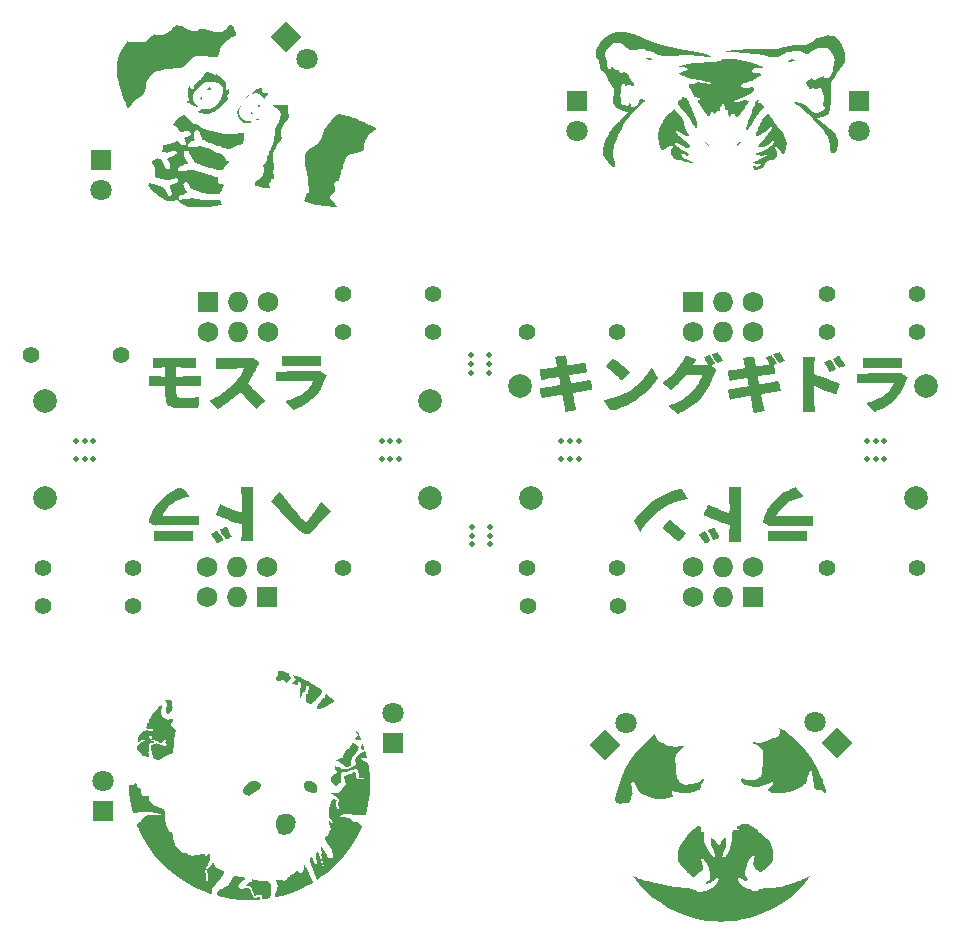
<source format=gts>
G04 #@! TF.GenerationSoftware,KiCad,Pcbnew,7.0.10*
G04 #@! TF.CreationDate,2024-06-20T08:36:21-05:00*
G04 #@! TF.ProjectId,g0dzilla_vs_sao1,6730647a-696c-46c6-915f-76735f73616f,1*
G04 #@! TF.SameCoordinates,Original*
G04 #@! TF.FileFunction,Soldermask,Top*
G04 #@! TF.FilePolarity,Negative*
%FSLAX46Y46*%
G04 Gerber Fmt 4.6, Leading zero omitted, Abs format (unit mm)*
G04 Created by KiCad (PCBNEW 7.0.10) date 2024-06-20 08:36:21*
%MOMM*%
%LPD*%
G01*
G04 APERTURE LIST*
G04 Aperture macros list*
%AMRotRect*
0 Rectangle, with rotation*
0 The origin of the aperture is its center*
0 $1 length*
0 $2 width*
0 $3 Rotation angle, in degrees counterclockwise*
0 Add horizontal line*
21,1,$1,$2,0,0,$3*%
G04 Aperture macros list end*
%ADD10R,1.800000X1.800000*%
%ADD11C,1.800000*%
%ADD12C,2.000000*%
%ADD13C,1.400000*%
%ADD14R,1.727200X1.727200*%
%ADD15C,1.727200*%
%ADD16O,1.727200X1.727200*%
%ADD17C,0.500000*%
%ADD18RotRect,1.800000X1.800000X315.000000*%
%ADD19RotRect,1.800000X1.800000X45.000000*%
%ADD20RotRect,1.800000X1.800000X135.000000*%
G04 APERTURE END LIST*
G36*
X85709916Y-117289160D02*
G01*
X85709916Y-117705379D01*
X84066387Y-117705379D01*
X82422857Y-117705379D01*
X82422857Y-117289160D01*
X82422857Y-116872942D01*
X84066387Y-116872942D01*
X85709916Y-116872942D01*
X85709916Y-117289160D01*
G37*
G36*
X90742090Y-81456163D02*
G01*
X90766611Y-81519777D01*
X90732073Y-81563939D01*
X90668459Y-81588460D01*
X90624297Y-81553922D01*
X90599776Y-81490308D01*
X90634314Y-81446146D01*
X90697928Y-81421625D01*
X90742090Y-81456163D01*
G37*
G36*
X96552941Y-102497395D02*
G01*
X96552941Y-102913614D01*
X94909412Y-102913614D01*
X93265883Y-102913614D01*
X93265883Y-102497395D01*
X93265883Y-102081177D01*
X94909412Y-102081177D01*
X96552941Y-102081177D01*
X96552941Y-102497395D01*
G37*
G36*
X137662521Y-117331849D02*
G01*
X137662521Y-117748068D01*
X136018992Y-117748068D01*
X134375462Y-117748068D01*
X134375462Y-117331849D01*
X134375462Y-116915631D01*
X136018992Y-116915631D01*
X137662521Y-116915631D01*
X137662521Y-117331849D01*
G37*
G36*
X145730757Y-102668152D02*
G01*
X145730757Y-103084370D01*
X144087227Y-103084370D01*
X142443698Y-103084370D01*
X142443698Y-102668152D01*
X142443698Y-102251933D01*
X144087227Y-102251933D01*
X145730757Y-102251933D01*
X145730757Y-102668152D01*
G37*
G36*
X86486594Y-80176560D02*
G01*
X86499664Y-80245715D01*
X86473272Y-80329161D01*
X86413839Y-80368672D01*
X86350980Y-80352905D01*
X86324212Y-80312903D01*
X86314670Y-80213658D01*
X86355370Y-80142228D01*
X86424829Y-80125749D01*
X86486594Y-80176560D01*
G37*
G36*
X91210146Y-81968460D02*
G01*
X91259496Y-82017311D01*
X91282311Y-82058430D01*
X91249134Y-82076584D01*
X91147328Y-82079987D01*
X91044859Y-82076472D01*
X91016022Y-82062204D01*
X91049090Y-82028073D01*
X91064882Y-82015954D01*
X91151308Y-81961988D01*
X91210146Y-81968460D01*
G37*
G36*
X91331032Y-80788612D02*
G01*
X91337312Y-80838118D01*
X91334273Y-80961719D01*
X91302098Y-81027287D01*
X91248926Y-81023913D01*
X91219500Y-80996018D01*
X91187781Y-80919533D01*
X91212771Y-80823453D01*
X91265685Y-80727536D01*
X91305113Y-80715924D01*
X91331032Y-80788612D01*
G37*
G36*
X87231804Y-79340344D02*
G01*
X87246723Y-79390431D01*
X87210443Y-79482944D01*
X87120714Y-79541282D01*
X87006199Y-79554651D01*
X86905210Y-79519033D01*
X86870957Y-79481576D01*
X86896872Y-79435948D01*
X86947899Y-79392568D01*
X87063677Y-79325729D01*
X87165165Y-79308271D01*
X87231804Y-79340344D01*
G37*
G36*
X124353751Y-76820841D02*
G01*
X124453908Y-76864840D01*
X124532023Y-76927883D01*
X124556975Y-76976951D01*
X124519976Y-76995736D01*
X124427895Y-76998725D01*
X124309106Y-76988138D01*
X124191982Y-76966192D01*
X124120460Y-76942808D01*
X124004114Y-76891204D01*
X124130681Y-76843431D01*
X124252750Y-76816668D01*
X124353751Y-76820841D01*
G37*
G36*
X90404753Y-80014235D02*
G01*
X90380135Y-80084863D01*
X90291853Y-80196461D01*
X90234958Y-80255759D01*
X90143614Y-80340653D01*
X90081651Y-80385897D01*
X90064202Y-80385209D01*
X90088560Y-80323549D01*
X90148941Y-80228156D01*
X90226301Y-80124220D01*
X90301599Y-80036928D01*
X90355792Y-79991470D01*
X90363293Y-79989580D01*
X90404753Y-80014235D01*
G37*
G36*
X129107859Y-83927002D02*
G01*
X129165999Y-83981009D01*
X129275077Y-84093747D01*
X129343589Y-84186139D01*
X129363014Y-84244749D01*
X129342034Y-84258488D01*
X129284324Y-84232118D01*
X129200842Y-84168074D01*
X129194570Y-84162437D01*
X129110032Y-84061529D01*
X129059053Y-83959664D01*
X129043583Y-83896410D01*
X129055395Y-83884633D01*
X129107859Y-83927002D01*
G37*
G36*
X132072040Y-83969809D02*
G01*
X132041674Y-84038527D01*
X131960672Y-84133905D01*
X131950522Y-84143778D01*
X131850782Y-84223575D01*
X131772045Y-84258499D01*
X131731711Y-84242036D01*
X131729689Y-84226471D01*
X131761878Y-84157742D01*
X131837740Y-84069348D01*
X131930603Y-83990010D01*
X131974202Y-83963159D01*
X132050104Y-83940452D01*
X132072040Y-83969809D01*
G37*
G36*
X100127610Y-134967640D02*
G01*
X100162535Y-135058848D01*
X100192687Y-135173374D01*
X100210160Y-135280545D01*
X100207053Y-135349687D01*
X100204942Y-135353939D01*
X100136451Y-135396284D01*
X100037270Y-135366140D01*
X100004277Y-135343641D01*
X99962664Y-135268515D01*
X99958709Y-135159006D01*
X99985615Y-135045803D01*
X100036585Y-134959591D01*
X100095814Y-134930421D01*
X100127610Y-134967640D01*
G37*
G36*
X136576506Y-76969509D02*
G01*
X136659835Y-76988740D01*
X136671212Y-76994594D01*
X136685169Y-77032548D01*
X136626934Y-77074034D01*
X136509246Y-77113870D01*
X136344844Y-77146869D01*
X136273522Y-77156450D01*
X136130082Y-77167500D01*
X136056867Y-77156773D01*
X136040336Y-77131293D01*
X136076039Y-77079273D01*
X136125715Y-77056403D01*
X136194919Y-77022614D01*
X136211093Y-76996366D01*
X136248597Y-76974310D01*
X136341555Y-76962406D01*
X136460636Y-76960768D01*
X136576506Y-76969509D01*
G37*
G36*
X129234093Y-117140840D02*
G01*
X129328982Y-117297753D01*
X129424041Y-117445496D01*
X129492862Y-117544059D01*
X129596746Y-117681563D01*
X129340599Y-117810866D01*
X129206114Y-117876345D01*
X129101853Y-117922670D01*
X129051218Y-117939617D01*
X129014682Y-117905814D01*
X128945775Y-117816082D01*
X128856990Y-117687135D01*
X128819863Y-117630121D01*
X128695547Y-117436838D01*
X128614266Y-117302284D01*
X128575686Y-117211647D01*
X128579472Y-117150115D01*
X128625288Y-117102876D01*
X128712799Y-117055119D01*
X128805824Y-117009936D01*
X129079207Y-116875125D01*
X129234093Y-117140840D01*
G37*
G36*
X135378159Y-101758504D02*
G01*
X135444902Y-101820375D01*
X135522752Y-101941365D01*
X135587259Y-102051572D01*
X135674322Y-102204631D01*
X135741690Y-102331732D01*
X135779475Y-102413803D01*
X135784202Y-102431422D01*
X135748768Y-102465885D01*
X135660106Y-102518204D01*
X135544679Y-102575592D01*
X135428947Y-102625261D01*
X135339372Y-102654421D01*
X135316446Y-102657479D01*
X135283542Y-102623145D01*
X135218546Y-102530628D01*
X135132103Y-102395658D01*
X135068988Y-102291826D01*
X134851011Y-101926173D01*
X135029455Y-101849772D01*
X135191947Y-101780984D01*
X135301011Y-101747968D01*
X135378159Y-101758504D01*
G37*
G36*
X95720000Y-138030000D02*
G01*
X95950000Y-138130000D01*
X96100000Y-138271584D01*
X96190000Y-138470000D01*
X96200000Y-138635880D01*
X96200000Y-138780000D01*
X96170000Y-138920000D01*
X96120000Y-139030000D01*
X96080000Y-139090000D01*
X95990000Y-139110000D01*
X95840000Y-139100000D01*
X95630000Y-139020000D01*
X95540000Y-138990000D01*
X95360000Y-138880000D01*
X95220000Y-138770000D01*
X95150000Y-138660000D01*
X95100000Y-138530000D01*
X95090000Y-138483827D01*
X95110000Y-138313920D01*
X95190000Y-138180000D01*
X95330000Y-138080000D01*
X95480000Y-138020000D01*
X95650000Y-138020000D01*
X95720000Y-138030000D01*
G37*
G36*
X99615512Y-133813972D02*
G01*
X99669401Y-133910711D01*
X99738653Y-134050438D01*
X99772749Y-134123630D01*
X99847204Y-134289712D01*
X99888770Y-134397286D01*
X99901147Y-134464983D01*
X99888030Y-134511438D01*
X99857452Y-134550520D01*
X99791833Y-134613853D01*
X99735982Y-134623415D01*
X99655006Y-134580831D01*
X99625381Y-134561318D01*
X99499928Y-134467431D01*
X99448371Y-134393017D01*
X99466962Y-134322046D01*
X99550195Y-134239921D01*
X99690589Y-134125222D01*
X99573292Y-134002647D01*
X99500529Y-133914105D01*
X99488817Y-133856340D01*
X99507124Y-133828944D01*
X99566417Y-133784226D01*
X99586463Y-133777816D01*
X99615512Y-133813972D01*
G37*
G36*
X140450709Y-102112444D02*
G01*
X140516956Y-102194722D01*
X140605456Y-102331438D01*
X140723563Y-102521278D01*
X140813612Y-102675989D01*
X140869525Y-102795068D01*
X140884550Y-102863491D01*
X140880874Y-102871180D01*
X140823673Y-102907641D01*
X140713778Y-102963841D01*
X140601730Y-103015599D01*
X140360603Y-103122148D01*
X140165562Y-102786473D01*
X140074436Y-102634718D01*
X139995288Y-102512088D01*
X139940261Y-102437014D01*
X139926437Y-102423552D01*
X139883279Y-102368083D01*
X139918584Y-102301143D01*
X140034310Y-102220384D01*
X140142567Y-102164605D01*
X140252646Y-102110685D01*
X140331839Y-102078581D01*
X140393432Y-102076449D01*
X140450709Y-102112444D01*
G37*
G36*
X91010000Y-138040000D02*
G01*
X91180000Y-138110000D01*
X91320000Y-138170000D01*
X91410000Y-138250388D01*
X91460000Y-138340529D01*
X91440000Y-138480000D01*
X91350000Y-138630000D01*
X91170000Y-138820000D01*
X90970000Y-139000000D01*
X90710000Y-139160000D01*
X90540000Y-139250000D01*
X90440000Y-139290000D01*
X90330000Y-139280000D01*
X90230000Y-139230000D01*
X90170000Y-139200000D01*
X90050000Y-139110000D01*
X89990000Y-139040000D01*
X89970000Y-138950000D01*
X89960000Y-138830623D01*
X90000000Y-138630000D01*
X90120000Y-138450000D01*
X90270000Y-138270000D01*
X90470000Y-138130000D01*
X90680000Y-138050000D01*
X90850000Y-138020000D01*
X91010000Y-138040000D01*
G37*
G36*
X139691421Y-102366939D02*
G01*
X139732414Y-102423194D01*
X139799908Y-102530789D01*
X139882538Y-102669837D01*
X139968942Y-102820450D01*
X140047758Y-102962740D01*
X140107621Y-103076822D01*
X140137169Y-103142806D01*
X140138488Y-103149388D01*
X140103306Y-103186140D01*
X140014047Y-103243653D01*
X139895137Y-103309127D01*
X139771004Y-103369763D01*
X139666075Y-103412760D01*
X139610823Y-103425883D01*
X139579445Y-103390960D01*
X139522951Y-103299695D01*
X139458098Y-103180421D01*
X139370161Y-103015538D01*
X139277780Y-102850762D01*
X139223810Y-102759460D01*
X139116183Y-102583961D01*
X139394167Y-102465816D01*
X139533507Y-102410175D01*
X139639364Y-102374610D01*
X139690359Y-102366230D01*
X139691421Y-102366939D01*
G37*
G36*
X129849800Y-116608974D02*
G01*
X129862906Y-116624095D01*
X130025790Y-116898512D01*
X130154321Y-117119484D01*
X130245702Y-117282053D01*
X130297139Y-117381263D01*
X130307409Y-117412032D01*
X130263656Y-117435490D01*
X130167787Y-117480238D01*
X130045981Y-117534735D01*
X129924419Y-117587438D01*
X129829282Y-117626807D01*
X129787220Y-117641345D01*
X129755262Y-117609120D01*
X129693143Y-117526619D01*
X129646943Y-117459916D01*
X129540819Y-117296174D01*
X129442231Y-117133228D01*
X129361657Y-116989589D01*
X129309574Y-116883770D01*
X129295462Y-116838903D01*
X129331687Y-116803040D01*
X129426724Y-116747403D01*
X129560122Y-116683945D01*
X129562214Y-116683037D01*
X129711069Y-116622775D01*
X129801318Y-116599188D01*
X129849800Y-116608974D01*
G37*
G36*
X130154647Y-101743003D02*
G01*
X130191017Y-101787634D01*
X130256031Y-101885545D01*
X130337270Y-102015967D01*
X130422318Y-102158134D01*
X130498754Y-102291277D01*
X130554161Y-102394628D01*
X130576122Y-102447419D01*
X130576135Y-102447889D01*
X130540244Y-102473848D01*
X130449945Y-102517592D01*
X130331296Y-102568366D01*
X130210357Y-102615418D01*
X130113187Y-102647995D01*
X130070739Y-102656441D01*
X130039227Y-102621156D01*
X129977176Y-102526992D01*
X129894839Y-102390075D01*
X129837140Y-102289077D01*
X129751502Y-102133228D01*
X129686195Y-102008390D01*
X129649564Y-101930871D01*
X129645040Y-101913612D01*
X129719372Y-101875887D01*
X129834351Y-101830508D01*
X129962235Y-101786764D01*
X130075281Y-101753943D01*
X130145746Y-101741332D01*
X130154647Y-101743003D01*
G37*
G36*
X88541664Y-116535873D02*
G01*
X88573139Y-116587311D01*
X88632557Y-116691093D01*
X88709555Y-116828427D01*
X88793770Y-116980522D01*
X88874842Y-117128587D01*
X88942406Y-117253831D01*
X88986101Y-117337462D01*
X88996975Y-117361532D01*
X88961453Y-117388106D01*
X88871561Y-117434563D01*
X88752312Y-117489356D01*
X88628719Y-117540939D01*
X88534299Y-117575120D01*
X88490143Y-117577286D01*
X88442343Y-117547351D01*
X88381164Y-117474068D01*
X88296873Y-117346187D01*
X88204367Y-117193843D01*
X88108290Y-117029304D01*
X88033137Y-116893761D01*
X87987102Y-116802470D01*
X87977157Y-116770880D01*
X88030398Y-116740853D01*
X88132087Y-116693676D01*
X88258002Y-116639433D01*
X88383924Y-116588206D01*
X88485631Y-116550078D01*
X88538905Y-116535133D01*
X88541664Y-116535873D01*
G37*
G36*
X97035207Y-130688564D02*
G01*
X97093465Y-130731699D01*
X97197879Y-130818273D01*
X97331615Y-130934088D01*
X97427390Y-131019309D01*
X97754030Y-131313071D01*
X97591049Y-131404227D01*
X97444179Y-131481829D01*
X97257681Y-131573809D01*
X97049670Y-131671986D01*
X96838261Y-131768179D01*
X96641570Y-131854207D01*
X96477711Y-131921887D01*
X96364801Y-131963039D01*
X96337598Y-131970313D01*
X96248138Y-131979132D01*
X96214732Y-131947596D01*
X96211429Y-131910046D01*
X96238287Y-131774284D01*
X96309492Y-131603362D01*
X96410990Y-131419856D01*
X96528728Y-131246344D01*
X96648653Y-131105405D01*
X96756711Y-131019617D01*
X96769428Y-131013575D01*
X96870531Y-130941198D01*
X96895108Y-130864164D01*
X96915508Y-130743294D01*
X96967673Y-130681511D01*
X97035207Y-130688564D01*
G37*
G36*
X83629788Y-131203947D02*
G01*
X83661486Y-131207288D01*
X83810927Y-131226258D01*
X83895444Y-131248365D01*
X83935197Y-131283811D01*
X83950347Y-131342794D01*
X83951722Y-131354122D01*
X83947083Y-131469635D01*
X83923446Y-131544904D01*
X83908208Y-131646871D01*
X83938902Y-131729867D01*
X83970535Y-131812796D01*
X83964561Y-131894942D01*
X83919180Y-132012020D01*
X83836026Y-132151048D01*
X83728171Y-132270580D01*
X83617690Y-132349412D01*
X83547446Y-132369076D01*
X83487052Y-132334212D01*
X83441882Y-132267300D01*
X83417439Y-132159552D01*
X83430333Y-132008626D01*
X83442797Y-131945031D01*
X83484623Y-131685173D01*
X83483011Y-131492869D01*
X83437575Y-131361945D01*
X83403698Y-131322281D01*
X83347147Y-131252731D01*
X83364191Y-131210624D01*
X83457511Y-131194761D01*
X83629788Y-131203947D01*
G37*
G36*
X87775951Y-116838130D02*
G01*
X87800561Y-116877577D01*
X87860860Y-116974127D01*
X87947292Y-117112482D01*
X88032499Y-117248853D01*
X88130987Y-117410356D01*
X88207663Y-117543595D01*
X88253994Y-117633232D01*
X88263194Y-117663642D01*
X88217795Y-117688794D01*
X88120510Y-117735043D01*
X87997574Y-117790706D01*
X87875222Y-117844102D01*
X87779690Y-117883549D01*
X87738021Y-117897479D01*
X87706751Y-117864883D01*
X87642114Y-117779206D01*
X87557783Y-117658619D01*
X87553307Y-117652017D01*
X87443559Y-117483375D01*
X87349294Y-117326507D01*
X87280729Y-117199462D01*
X87248079Y-117120285D01*
X87246723Y-117110466D01*
X87280845Y-117082392D01*
X87367507Y-117031187D01*
X87483156Y-116968973D01*
X87604236Y-116907871D01*
X87707193Y-116860001D01*
X87768472Y-116837485D01*
X87775951Y-116838130D01*
G37*
G36*
X89757957Y-80894588D02*
G01*
X89757348Y-80931615D01*
X89722456Y-81014260D01*
X89675296Y-81108717D01*
X89606681Y-81329969D01*
X89622284Y-81554875D01*
X89721486Y-81777485D01*
X89749002Y-81818010D01*
X89894270Y-81984000D01*
X90058050Y-82087837D01*
X90266266Y-82143699D01*
X90366295Y-82155652D01*
X90500276Y-82170588D01*
X90591951Y-82186138D01*
X90619160Y-82196803D01*
X90601439Y-82244482D01*
X90574969Y-82297597D01*
X90532335Y-82346179D01*
X90455914Y-82371466D01*
X90322763Y-82379924D01*
X90281987Y-82380169D01*
X90145647Y-82376945D01*
X90053243Y-82357753D01*
X89974285Y-82308314D01*
X89878284Y-82214347D01*
X89839215Y-82172786D01*
X89629219Y-81910235D01*
X89502080Y-81660655D01*
X89458040Y-81425040D01*
X89497342Y-81204387D01*
X89569025Y-81067479D01*
X89645348Y-80964122D01*
X89706626Y-80898418D01*
X89728362Y-80886051D01*
X89757957Y-80894588D01*
G37*
G36*
X126442008Y-116210485D02*
G01*
X126627933Y-116380982D01*
X126833745Y-116562203D01*
X127027763Y-116726534D01*
X127118320Y-116799991D01*
X127256902Y-116909907D01*
X127367557Y-116997791D01*
X127435179Y-117051637D01*
X127448735Y-117062548D01*
X127428224Y-117096351D01*
X127361920Y-117175076D01*
X127264419Y-117283291D01*
X127150316Y-117405561D01*
X127034206Y-117526454D01*
X126930684Y-117630537D01*
X126854344Y-117702376D01*
X126820628Y-117726723D01*
X126771744Y-117702968D01*
X126674951Y-117640353D01*
X126550180Y-117551856D01*
X126536041Y-117541424D01*
X126348669Y-117397984D01*
X126153645Y-117240709D01*
X125962409Y-117079759D01*
X125786398Y-116925299D01*
X125637052Y-116787490D01*
X125525809Y-116676495D01*
X125464108Y-116602477D01*
X125455423Y-116581367D01*
X125483561Y-116540247D01*
X125558211Y-116451059D01*
X125667297Y-116327838D01*
X125771632Y-116213775D01*
X126085865Y-115874776D01*
X126442008Y-116210485D01*
G37*
G36*
X91539728Y-79541685D02*
G01*
X91539641Y-79659285D01*
X91598093Y-79733139D01*
X91723477Y-79769548D01*
X91851817Y-79776135D01*
X91989630Y-79789537D01*
X92046650Y-79830092D01*
X92023204Y-79898320D01*
X91965276Y-79957485D01*
X91865365Y-80098047D01*
X91821325Y-80245715D01*
X91798692Y-80354973D01*
X91779853Y-80387975D01*
X91759325Y-80353336D01*
X91757050Y-80346726D01*
X91711810Y-80273309D01*
X91621477Y-80165675D01*
X91504923Y-80046156D01*
X91495539Y-80037230D01*
X91365803Y-79920715D01*
X91269088Y-79854298D01*
X91181122Y-79824775D01*
X91094074Y-79818824D01*
X90950148Y-79830164D01*
X90821662Y-79857941D01*
X90808119Y-79862707D01*
X90708228Y-79890737D01*
X90676083Y-79872322D01*
X90711979Y-79806165D01*
X90816210Y-79690970D01*
X90855983Y-79651413D01*
X90977482Y-79538629D01*
X91073693Y-79473232D01*
X91176554Y-79439249D01*
X91317112Y-79420793D01*
X91566829Y-79397224D01*
X91539728Y-79541685D01*
G37*
G36*
X93095209Y-128722195D02*
G01*
X93283261Y-128762643D01*
X93451556Y-128810380D01*
X93637908Y-128867870D01*
X93755687Y-128910686D01*
X93818736Y-128946431D01*
X93840901Y-128982709D01*
X93837302Y-129022243D01*
X93846577Y-129109729D01*
X93925651Y-129204837D01*
X93944441Y-129221119D01*
X94074110Y-129330229D01*
X93844616Y-129526291D01*
X93729718Y-129622655D01*
X93642785Y-129692195D01*
X93601389Y-129720892D01*
X93600587Y-129721004D01*
X93562367Y-129694799D01*
X93486250Y-129631698D01*
X93466275Y-129614282D01*
X93338640Y-129532482D01*
X93198622Y-129513455D01*
X93021065Y-129554102D01*
X93009591Y-129558049D01*
X92908157Y-129585251D01*
X92848581Y-129569961D01*
X92811120Y-129528545D01*
X92759306Y-129403930D01*
X92770347Y-129280670D01*
X92822186Y-129206318D01*
X92866728Y-129137788D01*
X92874977Y-129022645D01*
X92869764Y-128963158D01*
X92866413Y-128837436D01*
X92896435Y-128757057D01*
X92969484Y-128719489D01*
X93095209Y-128722195D01*
G37*
G36*
X121330336Y-102299111D02*
G01*
X121434443Y-102369803D01*
X121577609Y-102475144D01*
X121746745Y-102604926D01*
X121928756Y-102748937D01*
X122110551Y-102896968D01*
X122279039Y-103038810D01*
X122421127Y-103164253D01*
X122422521Y-103165529D01*
X122700000Y-103419439D01*
X122359489Y-103764173D01*
X122222164Y-103901204D01*
X122106951Y-104012424D01*
X122026750Y-104085625D01*
X121995174Y-104108908D01*
X121956134Y-104080572D01*
X121874054Y-104005464D01*
X121764991Y-103898432D01*
X121738038Y-103871124D01*
X121608579Y-103745925D01*
X121436551Y-103588856D01*
X121245974Y-103421477D01*
X121088488Y-103288150D01*
X120931413Y-103156471D01*
X120801469Y-103044851D01*
X120711107Y-102964184D01*
X120672781Y-102925366D01*
X120672269Y-102923999D01*
X120699719Y-102880369D01*
X120771800Y-102793157D01*
X120873114Y-102678896D01*
X120988257Y-102554120D01*
X121101832Y-102435364D01*
X121198435Y-102339162D01*
X121262668Y-102282047D01*
X121278382Y-102273278D01*
X121330336Y-102299111D01*
G37*
G36*
X93810000Y-140840000D02*
G01*
X94020000Y-140920000D01*
X94190000Y-141040000D01*
X94240000Y-141090000D01*
X94280000Y-141150000D01*
X94300000Y-141182271D01*
X94340000Y-141231845D01*
X94360000Y-141300000D01*
X94380000Y-141360000D01*
X94390000Y-141460000D01*
X94390000Y-141550000D01*
X94380000Y-141680000D01*
X94360000Y-141820000D01*
X94320000Y-141950000D01*
X94310000Y-141980000D01*
X94160000Y-142190000D01*
X94000000Y-142370000D01*
X93790000Y-142500000D01*
X93640000Y-142570000D01*
X93498948Y-142620000D01*
X93320000Y-142610000D01*
X93180000Y-142570000D01*
X93020000Y-142520000D01*
X92960000Y-142470000D01*
X92910000Y-142420000D01*
X92860000Y-142310000D01*
X92790000Y-142140000D01*
X92740000Y-141933257D01*
X92710000Y-141730000D01*
X92710000Y-141696639D01*
X92700000Y-141534210D01*
X92720000Y-141420000D01*
X92780000Y-141300000D01*
X92810000Y-141230000D01*
X92900000Y-141070000D01*
X93000000Y-140960000D01*
X93110000Y-140900000D01*
X93330000Y-140830000D01*
X93580000Y-140810000D01*
X93810000Y-140840000D01*
G37*
G36*
X124560029Y-103093385D02*
G01*
X124623598Y-103194428D01*
X124708042Y-103340686D01*
X124802560Y-103513786D01*
X125041327Y-103962274D01*
X124887671Y-104190439D01*
X124541416Y-104642229D01*
X124126623Y-105078069D01*
X123660120Y-105483500D01*
X123158735Y-105844062D01*
X122639295Y-106145295D01*
X122575576Y-106177248D01*
X122300605Y-106302761D01*
X122004560Y-106420983D01*
X121711242Y-106523609D01*
X121444453Y-106602332D01*
X121227993Y-106648847D01*
X121221414Y-106649819D01*
X121023500Y-106678489D01*
X120751834Y-106259126D01*
X120646189Y-106093275D01*
X120561311Y-105954717D01*
X120506056Y-105858287D01*
X120489117Y-105819082D01*
X120532160Y-105802461D01*
X120639810Y-105775413D01*
X120792642Y-105742608D01*
X120873319Y-105726764D01*
X121520518Y-105560809D01*
X122133173Y-105317535D01*
X122707136Y-104999063D01*
X123238259Y-104607517D01*
X123475878Y-104395082D01*
X123681073Y-104186089D01*
X123889297Y-103949366D01*
X124084938Y-103704701D01*
X124252381Y-103471880D01*
X124376013Y-103270692D01*
X124400182Y-103223692D01*
X124459155Y-103119162D01*
X124509162Y-103059100D01*
X124526504Y-103052869D01*
X124560029Y-103093385D01*
G37*
G36*
X133518082Y-80373782D02*
G01*
X133571894Y-80385508D01*
X133587209Y-80436365D01*
X133576788Y-80527244D01*
X133551884Y-80680707D01*
X133713495Y-80665984D01*
X133819366Y-80663674D01*
X133884477Y-80694901D01*
X133941687Y-80779401D01*
X133960150Y-80814115D01*
X134045195Y-80976969D01*
X133911881Y-81155627D01*
X133638380Y-81527309D01*
X133408071Y-81851157D01*
X133225332Y-82120915D01*
X133121357Y-82285249D01*
X133006952Y-82460013D01*
X132884419Y-82623819D01*
X132764393Y-82765217D01*
X132657508Y-82872758D01*
X132574400Y-82934994D01*
X132525703Y-82940475D01*
X132520383Y-82932242D01*
X132523390Y-82867084D01*
X132550970Y-82740004D01*
X132597582Y-82568972D01*
X132657683Y-82371954D01*
X132725732Y-82166922D01*
X132796187Y-81971843D01*
X132863505Y-81804685D01*
X132878715Y-81770418D01*
X132926074Y-81659956D01*
X132994447Y-81492415D01*
X133074667Y-81290584D01*
X133157220Y-81078152D01*
X133254139Y-80826014D01*
X133325858Y-80642585D01*
X133377972Y-80516941D01*
X133416078Y-80438160D01*
X133445771Y-80395320D01*
X133472647Y-80377498D01*
X133502302Y-80373771D01*
X133518082Y-80373782D01*
G37*
G36*
X127332823Y-113720014D02*
G01*
X127438219Y-113883921D01*
X127524664Y-114022514D01*
X127582283Y-114119689D01*
X127601219Y-114157699D01*
X127565803Y-114181797D01*
X127463990Y-114215697D01*
X127313408Y-114254077D01*
X127203698Y-114277705D01*
X126555255Y-114446956D01*
X125956345Y-114684361D01*
X125401324Y-114992924D01*
X124884546Y-115375648D01*
X124533737Y-115698056D01*
X124397651Y-115842914D01*
X124247380Y-116017507D01*
X124093105Y-116208215D01*
X123945010Y-116401420D01*
X123813275Y-116583502D01*
X123708084Y-116740842D01*
X123639619Y-116859821D01*
X123617815Y-116923128D01*
X123605092Y-116959837D01*
X123565277Y-116931339D01*
X123495907Y-116834348D01*
X123394518Y-116665580D01*
X123304606Y-116505570D01*
X123055430Y-116054181D01*
X123253387Y-115756481D01*
X123492292Y-115438898D01*
X123792005Y-115106487D01*
X124134244Y-114776579D01*
X124500728Y-114466507D01*
X124873175Y-114193602D01*
X124966712Y-114132167D01*
X125246864Y-113968427D01*
X125567240Y-113806963D01*
X125906547Y-113656506D01*
X126243491Y-113525782D01*
X126556779Y-113423520D01*
X126825117Y-113358449D01*
X126874262Y-113350251D01*
X127072452Y-113320531D01*
X127332823Y-113720014D01*
G37*
G36*
X132091597Y-115506878D02*
G01*
X132091597Y-117812086D01*
X131594755Y-117812094D01*
X131097914Y-117812101D01*
X131120484Y-117095044D01*
X131143054Y-116377986D01*
X130592788Y-116193789D01*
X130299572Y-116093324D01*
X130009384Y-115989690D01*
X129733335Y-115887272D01*
X129482531Y-115790456D01*
X129268082Y-115703625D01*
X129101096Y-115631166D01*
X128992683Y-115577463D01*
X128953950Y-115546903D01*
X128953950Y-115546862D01*
X128969379Y-115488239D01*
X129009972Y-115372633D01*
X129067187Y-115221503D01*
X129132482Y-115056311D01*
X129197317Y-114898517D01*
X129253148Y-114769580D01*
X129291435Y-114690961D01*
X129299382Y-114678991D01*
X129353572Y-114675719D01*
X129461493Y-114707461D01*
X129581211Y-114758261D01*
X129799388Y-114857674D01*
X130058169Y-114969584D01*
X130327634Y-115081545D01*
X130577863Y-115181109D01*
X130768236Y-115252074D01*
X130906493Y-115301607D01*
X131021502Y-115344121D01*
X131061993Y-115359814D01*
X131086393Y-115366574D01*
X131105031Y-115358392D01*
X131118452Y-115325859D01*
X131127198Y-115259567D01*
X131131814Y-115150107D01*
X131132842Y-114988072D01*
X131130827Y-114764052D01*
X131126310Y-114468639D01*
X131123384Y-114296971D01*
X131104462Y-113201681D01*
X131598029Y-113201675D01*
X132091597Y-113201669D01*
X132091597Y-115506878D01*
G37*
G36*
X96734370Y-103526831D02*
G01*
X96870144Y-103606022D01*
X96971493Y-103667904D01*
X97020525Y-103701472D01*
X97022521Y-103704055D01*
X97005696Y-103763254D01*
X96960343Y-103882146D01*
X96894146Y-104043105D01*
X96814792Y-104228508D01*
X96729964Y-104420727D01*
X96647348Y-104602139D01*
X96574628Y-104755117D01*
X96519489Y-104862037D01*
X96511783Y-104875438D01*
X96189254Y-105338438D01*
X95805100Y-105744026D01*
X95364577Y-106087858D01*
X94872946Y-106365588D01*
X94541088Y-106504025D01*
X94386225Y-106560024D01*
X94266173Y-106602454D01*
X94200075Y-106624588D01*
X94193141Y-106626289D01*
X94163127Y-106595632D01*
X94089234Y-106513653D01*
X93983351Y-106393679D01*
X93884874Y-106280766D01*
X93761135Y-106136546D01*
X93659916Y-106015420D01*
X93593451Y-105932224D01*
X93573675Y-105903401D01*
X93606006Y-105877262D01*
X93703001Y-105834600D01*
X93847297Y-105782574D01*
X93936532Y-105753801D01*
X94444148Y-105565859D01*
X94877672Y-105339260D01*
X95240307Y-105071605D01*
X95535258Y-104760493D01*
X95765729Y-104403526D01*
X95781922Y-104372037D01*
X95875404Y-104186930D01*
X94314490Y-104201280D01*
X92753575Y-104215631D01*
X92753594Y-103800305D01*
X92753614Y-103384979D01*
X94599916Y-103373414D01*
X96446219Y-103361849D01*
X96734370Y-103526831D01*
G37*
G36*
X145912185Y-103697587D02*
G01*
X146047959Y-103776778D01*
X146149308Y-103838660D01*
X146198340Y-103872228D01*
X146200336Y-103874811D01*
X146183292Y-103936446D01*
X146137264Y-104057777D01*
X146069906Y-104221383D01*
X145988877Y-104409843D01*
X145901831Y-104605736D01*
X145816424Y-104791643D01*
X145740313Y-104950142D01*
X145681153Y-105063812D01*
X145667652Y-105086899D01*
X145338304Y-105543358D01*
X144946641Y-105944483D01*
X144500036Y-106284270D01*
X144005858Y-106556712D01*
X143718125Y-106675065D01*
X143563453Y-106730993D01*
X143443611Y-106773344D01*
X143377765Y-106795383D01*
X143370956Y-106797045D01*
X143340942Y-106766388D01*
X143267049Y-106684409D01*
X143161166Y-106564435D01*
X143062689Y-106451522D01*
X142938950Y-106307302D01*
X142837731Y-106186176D01*
X142771266Y-106102980D01*
X142751490Y-106074157D01*
X142783821Y-106048018D01*
X142880816Y-106005356D01*
X143025112Y-105953330D01*
X143114347Y-105924557D01*
X143625634Y-105734417D01*
X144063160Y-105503682D01*
X144429154Y-105230685D01*
X144725843Y-104913757D01*
X144955454Y-104551231D01*
X144959737Y-104542793D01*
X145053219Y-104357686D01*
X143492305Y-104372037D01*
X141931390Y-104386387D01*
X141931409Y-103971061D01*
X141931429Y-103555735D01*
X143777731Y-103544170D01*
X145624034Y-103532605D01*
X145912185Y-103697587D01*
G37*
G36*
X99230975Y-134818189D02*
G01*
X99316637Y-134859801D01*
X99450362Y-134936647D01*
X99642690Y-135053202D01*
X99711933Y-135095684D01*
X99752737Y-135140325D01*
X99722605Y-135190672D01*
X99676009Y-135280253D01*
X99669244Y-135326039D01*
X99643440Y-135397214D01*
X99575595Y-135509016D01*
X99480058Y-135637968D01*
X99474123Y-135645291D01*
X99308173Y-135863950D01*
X99199096Y-136048649D01*
X99137757Y-136219576D01*
X99115017Y-136396919D01*
X99114286Y-136440387D01*
X99108591Y-136583050D01*
X99082986Y-136674032D01*
X99024688Y-136746736D01*
X98982943Y-136783601D01*
X98869202Y-136866492D01*
X98778834Y-136886472D01*
X98678918Y-136844818D01*
X98610668Y-136798068D01*
X98499340Y-136717274D01*
X98358299Y-136615158D01*
X98273826Y-136554099D01*
X98128156Y-136465835D01*
X97976846Y-136399984D01*
X97897959Y-136379060D01*
X97726891Y-136351939D01*
X98038868Y-136208155D01*
X98193788Y-136134496D01*
X98295370Y-136072733D01*
X98366521Y-136000060D01*
X98430148Y-135893670D01*
X98500913Y-135748135D01*
X98590571Y-135580875D01*
X98688591Y-135431661D01*
X98775984Y-135328984D01*
X98786345Y-135319899D01*
X98972746Y-135150450D01*
X99097355Y-135003360D01*
X99154084Y-134886183D01*
X99156975Y-134859988D01*
X99161684Y-134822759D01*
X99182838Y-134807334D01*
X99230975Y-134818189D01*
G37*
G36*
X127149377Y-80133135D02*
G01*
X127246387Y-80181681D01*
X127366613Y-80228828D01*
X127461641Y-80244202D01*
X127518195Y-80254333D01*
X127567383Y-80292881D01*
X127620308Y-80374756D01*
X127688074Y-80514864D01*
X127725057Y-80597900D01*
X127802507Y-80780084D01*
X127872201Y-80954712D01*
X127922126Y-81091365D01*
X127931584Y-81120841D01*
X127971622Y-81238414D01*
X128007929Y-81321565D01*
X128015915Y-81334286D01*
X128049455Y-81401551D01*
X128088601Y-81510133D01*
X128093611Y-81526387D01*
X128129696Y-81637312D01*
X128185120Y-81797795D01*
X128249331Y-81977418D01*
X128265099Y-82020603D01*
X128338604Y-82245262D01*
X128387211Y-82444951D01*
X128408837Y-82605530D01*
X128401396Y-82712856D01*
X128372750Y-82751003D01*
X128323321Y-82729568D01*
X128235533Y-82657754D01*
X128126596Y-82550003D01*
X128103437Y-82525030D01*
X127970607Y-82363430D01*
X127842668Y-82181005D01*
X127754897Y-82031210D01*
X127662909Y-81867992D01*
X127558246Y-81709714D01*
X127489237Y-81621175D01*
X127371530Y-81482665D01*
X127234876Y-81315957D01*
X127094348Y-81140119D01*
X126965022Y-80974219D01*
X126861975Y-80837327D01*
X126803987Y-80754415D01*
X126765161Y-80646940D01*
X126767046Y-80534271D01*
X126802425Y-80441493D01*
X126864079Y-80393695D01*
X126907162Y-80395853D01*
X126981052Y-80381724D01*
X127053964Y-80317642D01*
X127101056Y-80233999D01*
X127098135Y-80162214D01*
X127092430Y-80123298D01*
X127149377Y-80133135D01*
G37*
G36*
X93734774Y-114442733D02*
G01*
X94034714Y-114807980D01*
X94312703Y-115137601D01*
X94564098Y-115426517D01*
X94784259Y-115669649D01*
X94968544Y-115861916D01*
X95112309Y-115998239D01*
X95210915Y-116073540D01*
X95235668Y-116085126D01*
X95279228Y-116093387D01*
X95323763Y-116084535D01*
X95375740Y-116051185D01*
X95441626Y-115985948D01*
X95527888Y-115881440D01*
X95640992Y-115730273D01*
X95787405Y-115525059D01*
X95973593Y-115258414D01*
X96027815Y-115180275D01*
X96572099Y-114395336D01*
X96975373Y-114798609D01*
X97378646Y-115201882D01*
X97071427Y-115493126D01*
X96938190Y-115626482D01*
X96767833Y-115807458D01*
X96577241Y-116017549D01*
X96383301Y-116238249D01*
X96263700Y-116378321D01*
X96095705Y-116575003D01*
X95938974Y-116753566D01*
X95804679Y-116901657D01*
X95703992Y-117006923D01*
X95652775Y-117053801D01*
X95465877Y-117141070D01*
X95253753Y-117153318D01*
X95033260Y-117089807D01*
X95016135Y-117081615D01*
X94911387Y-117012557D01*
X94755887Y-116885247D01*
X94555746Y-116705121D01*
X94317075Y-116477612D01*
X94137542Y-116300268D01*
X93942909Y-116103476D01*
X93730790Y-115885357D01*
X93509030Y-115654343D01*
X93285476Y-115418867D01*
X93067971Y-115187363D01*
X92864362Y-114968262D01*
X92682495Y-114769998D01*
X92530215Y-114601004D01*
X92415367Y-114469711D01*
X92345798Y-114384554D01*
X92328015Y-114355301D01*
X92355893Y-114317184D01*
X92430902Y-114229760D01*
X92541693Y-114105927D01*
X92676915Y-113958583D01*
X92680603Y-113954610D01*
X93031899Y-113576279D01*
X93734774Y-114442733D01*
G37*
G36*
X138317050Y-102907485D02*
G01*
X138289882Y-103627071D01*
X138605865Y-103722200D01*
X138794666Y-103782898D01*
X139038528Y-103866869D01*
X139314869Y-103965784D01*
X139601103Y-104071313D01*
X139874648Y-104175127D01*
X140112920Y-104268898D01*
X140293334Y-104344295D01*
X140297025Y-104345925D01*
X140519596Y-104444354D01*
X140345837Y-104863606D01*
X140271444Y-105039399D01*
X140206676Y-105185666D01*
X140159696Y-105284361D01*
X140141064Y-105316286D01*
X140090202Y-105315894D01*
X139983845Y-105284447D01*
X139843161Y-105228464D01*
X139814773Y-105215808D01*
X139683084Y-105158260D01*
X139507390Y-105084532D01*
X139302859Y-105000647D01*
X139084656Y-104912628D01*
X138867950Y-104826499D01*
X138667908Y-104748283D01*
X138499696Y-104684004D01*
X138378481Y-104639685D01*
X138319432Y-104621350D01*
X138317481Y-104621177D01*
X138310951Y-104661966D01*
X138306738Y-104776790D01*
X138304888Y-104954339D01*
X138305446Y-105183300D01*
X138308458Y-105452362D01*
X138313099Y-105709748D01*
X138336010Y-106798320D01*
X137829846Y-106798320D01*
X137323681Y-106798320D01*
X137354362Y-106446135D01*
X137362302Y-106308549D01*
X137369020Y-106100145D01*
X137374517Y-105832998D01*
X137378790Y-105519184D01*
X137381839Y-105170777D01*
X137383663Y-104799854D01*
X137384262Y-104418490D01*
X137383634Y-104038761D01*
X137381780Y-103672740D01*
X137378697Y-103332505D01*
X137374385Y-103030131D01*
X137368844Y-102777692D01*
X137362072Y-102587264D01*
X137354632Y-102476051D01*
X137324221Y-102187900D01*
X137834220Y-102187900D01*
X138344218Y-102187900D01*
X138317050Y-102907485D01*
G37*
G36*
X90771860Y-146380369D02*
G01*
X90880550Y-146405115D01*
X91031947Y-146440710D01*
X91096708Y-146456172D01*
X91314578Y-146498360D01*
X91552553Y-146529000D01*
X91761180Y-146541814D01*
X91771765Y-146541879D01*
X92091933Y-146542507D01*
X92198656Y-146723607D01*
X92282733Y-146879578D01*
X92331094Y-147015362D01*
X92347290Y-147157715D01*
X92334873Y-147333394D01*
X92305077Y-147525436D01*
X92277914Y-147698914D01*
X92261217Y-147840473D01*
X92257197Y-147929214D01*
X92260482Y-147947017D01*
X92230742Y-147966245D01*
X92139232Y-147992594D01*
X92008759Y-148021529D01*
X91862132Y-148048511D01*
X91722159Y-148069003D01*
X91611648Y-148078468D01*
X91598760Y-148078656D01*
X91577285Y-148041133D01*
X91579382Y-147943782D01*
X91583239Y-147916512D01*
X91587074Y-147770261D01*
X91538097Y-147686659D01*
X91431336Y-147662176D01*
X91266863Y-147691853D01*
X91085644Y-147741945D01*
X90971266Y-147768120D01*
X90908340Y-147769416D01*
X90881472Y-147744874D01*
X90875272Y-147693534D01*
X90875135Y-147667414D01*
X90852302Y-147544884D01*
X90797357Y-147417807D01*
X90795089Y-147414039D01*
X90730227Y-147292873D01*
X90684252Y-147181749D01*
X90683476Y-147179249D01*
X90611095Y-147029919D01*
X90498051Y-146949368D01*
X90335065Y-146926051D01*
X90222797Y-146918813D01*
X90156867Y-146900569D01*
X90149580Y-146890803D01*
X90186029Y-146820758D01*
X90278298Y-146742877D01*
X90400777Y-146674972D01*
X90513851Y-146637479D01*
X90626972Y-146604506D01*
X90680167Y-146554200D01*
X90696701Y-146486811D01*
X90711579Y-146402390D01*
X90726014Y-146371093D01*
X90771860Y-146380369D01*
G37*
G36*
X136851429Y-113322085D02*
G01*
X136932117Y-113415622D01*
X137045979Y-113546904D01*
X137169995Y-113689395D01*
X137184538Y-113706070D01*
X137410925Y-113965572D01*
X137227227Y-114012872D01*
X136719507Y-114170614D01*
X136280728Y-114366280D01*
X135901046Y-114604895D01*
X135642145Y-114821645D01*
X135481326Y-114987178D01*
X135334854Y-115163070D01*
X135214737Y-115332355D01*
X135132987Y-115478066D01*
X135101613Y-115583238D01*
X135101577Y-115585293D01*
X135114623Y-115600507D01*
X135158920Y-115612534D01*
X135241855Y-115621580D01*
X135370816Y-115627850D01*
X135553189Y-115631549D01*
X135796361Y-115632883D01*
X136107719Y-115632056D01*
X136494650Y-115629274D01*
X136638003Y-115627982D01*
X138174829Y-115613614D01*
X138174809Y-116029832D01*
X138174790Y-116446051D01*
X136385340Y-116446051D01*
X136001174Y-116446542D01*
X135642589Y-116447944D01*
X135318791Y-116450153D01*
X135038983Y-116453061D01*
X134812372Y-116456565D01*
X134648163Y-116460558D01*
X134555561Y-116464935D01*
X134539038Y-116467216D01*
X134477890Y-116455862D01*
X134367921Y-116406548D01*
X134230913Y-116329322D01*
X134204706Y-116313009D01*
X134071970Y-116228865D01*
X133971242Y-116164539D01*
X133920729Y-116131669D01*
X133918209Y-116129856D01*
X133928199Y-116088619D01*
X133965091Y-115986930D01*
X134021585Y-115842563D01*
X134090378Y-115673293D01*
X134164168Y-115496895D01*
X134235654Y-115331144D01*
X134297534Y-115193814D01*
X134331950Y-115122690D01*
X134549187Y-114764299D01*
X134826449Y-114409149D01*
X135141298Y-114082607D01*
X135471297Y-113810040D01*
X135528068Y-113770368D01*
X135769746Y-113622567D01*
X136053929Y-113473735D01*
X136340404Y-113343996D01*
X136509725Y-113279114D01*
X136744706Y-113197601D01*
X136851429Y-113322085D01*
G37*
G36*
X84795279Y-113222523D02*
G01*
X84886689Y-113298093D01*
X85004923Y-113425083D01*
X85091918Y-113521584D01*
X85220392Y-113666862D01*
X85321711Y-113788703D01*
X85385318Y-113873891D01*
X85401219Y-113908810D01*
X85352079Y-113930407D01*
X85242823Y-113966965D01*
X85095733Y-114011098D01*
X85074120Y-114017254D01*
X84657973Y-114160960D01*
X84263646Y-114346804D01*
X83910842Y-114563858D01*
X83619267Y-114801195D01*
X83567464Y-114852793D01*
X83479171Y-114956265D01*
X83377767Y-115092824D01*
X83276498Y-115242137D01*
X83188611Y-115383875D01*
X83127351Y-115497706D01*
X83105883Y-115561239D01*
X83147183Y-115570111D01*
X83265552Y-115577504D01*
X83452690Y-115583274D01*
X83700296Y-115587278D01*
X84000073Y-115589375D01*
X84343720Y-115589421D01*
X84653362Y-115587822D01*
X86200841Y-115576379D01*
X86213059Y-115989871D01*
X86225277Y-116403362D01*
X84441462Y-116403945D01*
X84056577Y-116404502D01*
X83696152Y-116405853D01*
X83369602Y-116407900D01*
X83086342Y-116410549D01*
X82855785Y-116413702D01*
X82687346Y-116417263D01*
X82590440Y-116421137D01*
X82572269Y-116423041D01*
X82487423Y-116409137D01*
X82355705Y-116349010D01*
X82231217Y-116274428D01*
X82103696Y-116187483D01*
X82008362Y-116115724D01*
X81964521Y-116073753D01*
X81963845Y-116072208D01*
X81973118Y-116011468D01*
X82013046Y-115890599D01*
X82076612Y-115726089D01*
X82156798Y-115534428D01*
X82246590Y-115332103D01*
X82338970Y-115135604D01*
X82426921Y-114961419D01*
X82470226Y-114882228D01*
X82719716Y-114516087D01*
X83037482Y-114165630D01*
X83406427Y-113845536D01*
X83809454Y-113570483D01*
X84229466Y-113355150D01*
X84267435Y-113339235D01*
X84466771Y-113256728D01*
X84606843Y-113206600D01*
X84709171Y-113193612D01*
X84795279Y-113222523D01*
G37*
G36*
X95154874Y-145186433D02*
G01*
X95191085Y-145229002D01*
X95255665Y-145333595D01*
X95340777Y-145484915D01*
X95438583Y-145667667D01*
X95541246Y-145866552D01*
X95640928Y-146066275D01*
X95729793Y-146251538D01*
X95800002Y-146407045D01*
X95843719Y-146517500D01*
X95852629Y-146548286D01*
X95858470Y-146599075D01*
X95843171Y-146643124D01*
X95794723Y-146690467D01*
X95701117Y-146751138D01*
X95550345Y-146835172D01*
X95435918Y-146896467D01*
X94644605Y-147276028D01*
X93808729Y-147593750D01*
X93714118Y-147624993D01*
X93487303Y-147696068D01*
X93255454Y-147763960D01*
X93036823Y-147823813D01*
X92849659Y-147870766D01*
X92712213Y-147899962D01*
X92653811Y-147907269D01*
X92638376Y-147870377D01*
X92641342Y-147776650D01*
X92648319Y-147726471D01*
X92679334Y-147589242D01*
X92729731Y-147413788D01*
X92780138Y-147262399D01*
X92841173Y-147084140D01*
X92871347Y-146958694D01*
X92871369Y-146859548D01*
X92841953Y-146760190D01*
X92796303Y-146659836D01*
X92745300Y-146549464D01*
X92714806Y-146474188D01*
X92710977Y-146459125D01*
X92749598Y-146447098D01*
X92849835Y-146442865D01*
X92988354Y-146445675D01*
X93141821Y-146454782D01*
X93286903Y-146469435D01*
X93356034Y-146479827D01*
X93442852Y-146489887D01*
X93509171Y-146474257D01*
X93578224Y-146419885D01*
X93673245Y-146313721D01*
X93692687Y-146290729D01*
X93798436Y-146175175D01*
X93893976Y-146087592D01*
X93953334Y-146049520D01*
X94025529Y-146012662D01*
X94141009Y-145939375D01*
X94275329Y-145845212D01*
X94281024Y-145841028D01*
X94530533Y-145657350D01*
X94650185Y-145760270D01*
X94746740Y-145825154D01*
X94828537Y-145850877D01*
X94838123Y-145850039D01*
X94928343Y-145794599D01*
X95011452Y-145679796D01*
X95073665Y-145531385D01*
X95101194Y-145375119D01*
X95101513Y-145358029D01*
X95110181Y-145233647D01*
X95137700Y-145185713D01*
X95154874Y-145186433D01*
G37*
G36*
X90789916Y-113415126D02*
G01*
X90784896Y-113514363D01*
X90780561Y-113686703D01*
X90776915Y-113921063D01*
X90773958Y-114206362D01*
X90771694Y-114531518D01*
X90770124Y-114885448D01*
X90769250Y-115257072D01*
X90769074Y-115635306D01*
X90769599Y-116009069D01*
X90770827Y-116367280D01*
X90772759Y-116698855D01*
X90775397Y-116992714D01*
X90778744Y-117237774D01*
X90782802Y-117422953D01*
X90787573Y-117537170D01*
X90789146Y-117555967D01*
X90809720Y-117748068D01*
X90312233Y-117760066D01*
X90115454Y-117762084D01*
X89952220Y-117758603D01*
X89840066Y-117750349D01*
X89796790Y-117738721D01*
X89792241Y-117683202D01*
X89796160Y-117565534D01*
X89807641Y-117408432D01*
X89811759Y-117363866D01*
X89829166Y-117138007D01*
X89842196Y-116884618D01*
X89847719Y-116676421D01*
X89850757Y-116330489D01*
X89349160Y-116170076D01*
X89110342Y-116090957D01*
X88852192Y-116000786D01*
X88589129Y-115905100D01*
X88335575Y-115809438D01*
X88105950Y-115719339D01*
X87914674Y-115640340D01*
X87776167Y-115577980D01*
X87706687Y-115539264D01*
X87678530Y-115508589D01*
X87670291Y-115463351D01*
X87685262Y-115388013D01*
X87726736Y-115267039D01*
X87798005Y-115084893D01*
X87808528Y-115058656D01*
X87879882Y-114883146D01*
X87939998Y-114739315D01*
X87981638Y-114644234D01*
X87996740Y-114614784D01*
X88040388Y-114623503D01*
X88142415Y-114661385D01*
X88283972Y-114721191D01*
X88345161Y-114748593D01*
X88509941Y-114820942D01*
X88718156Y-114908605D01*
X88950460Y-115003846D01*
X89187509Y-115098932D01*
X89409956Y-115186129D01*
X89598456Y-115257701D01*
X89733664Y-115305914D01*
X89761386Y-115314803D01*
X89864117Y-115346129D01*
X89834919Y-114369955D01*
X89826090Y-114083763D01*
X89817482Y-113821193D01*
X89809587Y-113595995D01*
X89802896Y-113421916D01*
X89797900Y-113312705D01*
X89796222Y-113287059D01*
X89786723Y-113180337D01*
X90298992Y-113180337D01*
X90811261Y-113180337D01*
X90789916Y-113415126D01*
G37*
G36*
X85966088Y-102657479D02*
G01*
X85966151Y-103063026D01*
X85133664Y-103049817D01*
X84301177Y-103036607D01*
X84301177Y-103428244D01*
X84301177Y-103819881D01*
X85325715Y-103803486D01*
X86350252Y-103787092D01*
X86350252Y-104204135D01*
X86350252Y-104621177D01*
X85325715Y-104621177D01*
X84301177Y-104621177D01*
X84301177Y-105026723D01*
X84303733Y-105224382D01*
X84313552Y-105355966D01*
X84333860Y-105440680D01*
X84367884Y-105497733D01*
X84383045Y-105514137D01*
X84472005Y-105570934D01*
X84611310Y-105609057D01*
X84808606Y-105629114D01*
X85071537Y-105631716D01*
X85407748Y-105617468D01*
X85558132Y-105607635D01*
X85781602Y-105592822D01*
X85972751Y-105581910D01*
X86116436Y-105575623D01*
X86197511Y-105574688D01*
X86209779Y-105576390D01*
X86212904Y-105621984D01*
X86210413Y-105734024D01*
X86202919Y-105893807D01*
X86195282Y-106020082D01*
X86180822Y-106216813D01*
X86165650Y-106344461D01*
X86145550Y-106419250D01*
X86116306Y-106457401D01*
X86077249Y-106474210D01*
X85984457Y-106486206D01*
X85823067Y-106493968D01*
X85609736Y-106497793D01*
X85361122Y-106497979D01*
X85093886Y-106494821D01*
X84824684Y-106488616D01*
X84570177Y-106479661D01*
X84347022Y-106468252D01*
X84171879Y-106454686D01*
X84061405Y-106439260D01*
X84057041Y-106438244D01*
X83894080Y-106385618D01*
X83738611Y-106314722D01*
X83683706Y-106281790D01*
X83578619Y-106199737D01*
X83500540Y-106107545D01*
X83445161Y-105991091D01*
X83408175Y-105836249D01*
X83385275Y-105628897D01*
X83372155Y-105354909D01*
X83369318Y-105250841D01*
X83354186Y-104621177D01*
X82653732Y-104621177D01*
X81953278Y-104621177D01*
X81953278Y-104197208D01*
X81953278Y-103773239D01*
X82657647Y-103798212D01*
X83362017Y-103823185D01*
X83362017Y-103430230D01*
X83362017Y-103037275D01*
X82839076Y-103044576D01*
X82316135Y-103051878D01*
X82304038Y-102651905D01*
X82291942Y-102251933D01*
X84128984Y-102251933D01*
X85966025Y-102251933D01*
X85966088Y-102657479D01*
G37*
G36*
X90789313Y-102218588D02*
G01*
X90866798Y-102247733D01*
X90968949Y-102313466D01*
X91076451Y-102391478D01*
X91223740Y-102503055D01*
X91308385Y-102578386D01*
X91339054Y-102628174D01*
X91324416Y-102663120D01*
X91306849Y-102675942D01*
X91274997Y-102721056D01*
X91214210Y-102828322D01*
X91132486Y-102982919D01*
X91037825Y-103170022D01*
X91011795Y-103222747D01*
X90893824Y-103454167D01*
X90764613Y-103693400D01*
X90640103Y-103911670D01*
X90539597Y-104075077D01*
X90324428Y-104404104D01*
X90606136Y-104651380D01*
X90739671Y-104775274D01*
X90910351Y-104943414D01*
X91098710Y-105136132D01*
X91285284Y-105333761D01*
X91335424Y-105388250D01*
X91783004Y-105877845D01*
X91595956Y-106041612D01*
X91450543Y-106167992D01*
X91288626Y-106307379D01*
X91209869Y-106374631D01*
X91010830Y-106543883D01*
X90769778Y-106233538D01*
X90641997Y-106075611D01*
X90477474Y-105881673D01*
X90298405Y-105677487D01*
X90143321Y-105506432D01*
X89757917Y-105089671D01*
X89452152Y-105374409D01*
X89037006Y-105732264D01*
X88597025Y-106059604D01*
X88162486Y-106334007D01*
X88137475Y-106348170D01*
X87986627Y-106432602D01*
X87867626Y-106498454D01*
X87797252Y-106536478D01*
X87785403Y-106542185D01*
X87754422Y-106513887D01*
X87675868Y-106437183D01*
X87562219Y-106324361D01*
X87448495Y-106210401D01*
X87315107Y-106073667D01*
X87207587Y-105958581D01*
X87138291Y-105878685D01*
X87118656Y-105848836D01*
X87154697Y-105818656D01*
X87250800Y-105763937D01*
X87388931Y-105694648D01*
X87446801Y-105667444D01*
X87894115Y-105431022D01*
X88330186Y-105144103D01*
X88743305Y-104817814D01*
X89121763Y-104463280D01*
X89453853Y-104091626D01*
X89727865Y-103713978D01*
X89932090Y-103341461D01*
X89958400Y-103280945D01*
X90027838Y-103114663D01*
X88850726Y-103136521D01*
X87673614Y-103158380D01*
X87673586Y-102705156D01*
X87673558Y-102251933D01*
X89040905Y-102265792D01*
X89423910Y-102268231D01*
X89770803Y-102267604D01*
X90071888Y-102264087D01*
X90317468Y-102257859D01*
X90497847Y-102249098D01*
X90603331Y-102237983D01*
X90608140Y-102237019D01*
X90711444Y-102217771D01*
X90789313Y-102218588D01*
G37*
G36*
X89202288Y-146093472D02*
G01*
X89275524Y-146108622D01*
X89410266Y-146125096D01*
X89582735Y-146140207D01*
X89665507Y-146145797D01*
X89849981Y-146158408D01*
X89966253Y-146172323D01*
X90031405Y-146192849D01*
X90062519Y-146225298D01*
X90076395Y-146273497D01*
X90070862Y-146363118D01*
X89997451Y-146414815D01*
X89915695Y-146470212D01*
X89812828Y-146571757D01*
X89707242Y-146696697D01*
X89617328Y-146822283D01*
X89561477Y-146925761D01*
X89551933Y-146965957D01*
X89581783Y-147049945D01*
X89636656Y-147117559D01*
X89678247Y-147150157D01*
X89726808Y-147169626D01*
X89797745Y-147175875D01*
X89906464Y-147168813D01*
X90068371Y-147148349D01*
X90298872Y-147114392D01*
X90303985Y-147113621D01*
X90479735Y-147087089D01*
X90595667Y-147401444D01*
X90689169Y-147646912D01*
X90765738Y-147819419D01*
X90834494Y-147927308D01*
X90904556Y-147978924D01*
X90985041Y-147982612D01*
X91085068Y-147946717D01*
X91153671Y-147912090D01*
X91267487Y-147858422D01*
X91348549Y-147832595D01*
X91371054Y-147834471D01*
X91380023Y-147889162D01*
X91367570Y-147987089D01*
X91366889Y-147990225D01*
X91338091Y-148121345D01*
X90498373Y-148114949D01*
X90230516Y-148112197D01*
X89984459Y-148108342D01*
X89775841Y-148103732D01*
X89620304Y-148098718D01*
X89533485Y-148093649D01*
X89530589Y-148093325D01*
X89202060Y-148051130D01*
X88881371Y-148004165D01*
X88580799Y-147954740D01*
X88312620Y-147905163D01*
X88089111Y-147857741D01*
X87922548Y-147814784D01*
X87825207Y-147778598D01*
X87812353Y-147770262D01*
X87779214Y-147703205D01*
X87760522Y-147587797D01*
X87758992Y-147542914D01*
X87792987Y-147371609D01*
X87896174Y-147248262D01*
X88070353Y-147171031D01*
X88136852Y-147156556D01*
X88261555Y-147120987D01*
X88357819Y-147071437D01*
X88364364Y-147066107D01*
X88451757Y-147004185D01*
X88567732Y-146937812D01*
X88577684Y-146932774D01*
X88675619Y-146864009D01*
X88731452Y-146787466D01*
X88734305Y-146776639D01*
X88774155Y-146679034D01*
X88825771Y-146605883D01*
X88887096Y-146520534D01*
X88964040Y-146391237D01*
X89016150Y-146292794D01*
X89088476Y-146161940D01*
X89144185Y-146098902D01*
X89195118Y-146091000D01*
X89202288Y-146093472D01*
G37*
G36*
X94375953Y-129143339D02*
G01*
X94545709Y-129204922D01*
X94752782Y-129290597D01*
X94984415Y-129395165D01*
X95227850Y-129513427D01*
X95400336Y-129602580D01*
X95575188Y-129699334D01*
X95773632Y-129815413D01*
X95981407Y-129941730D01*
X96184253Y-130069199D01*
X96367911Y-130188731D01*
X96518121Y-130291241D01*
X96620624Y-130367641D01*
X96659348Y-130404868D01*
X96652459Y-130460923D01*
X96609186Y-130556013D01*
X96546103Y-130662203D01*
X96479783Y-130751558D01*
X96427320Y-130795973D01*
X96381548Y-130837478D01*
X96308695Y-130929671D01*
X96243323Y-131024370D01*
X96135332Y-131164621D01*
X96039127Y-131241416D01*
X96007640Y-131251537D01*
X95921785Y-131292367D01*
X95823841Y-131377805D01*
X95794597Y-131411620D01*
X95713280Y-131505617D01*
X95647151Y-131543341D01*
X95567640Y-131528499D01*
X95446175Y-131464793D01*
X95434795Y-131458273D01*
X95335351Y-131390949D01*
X95274276Y-131313802D01*
X95242532Y-131204689D01*
X95231083Y-131041467D01*
X95230163Y-130956878D01*
X95234479Y-130815561D01*
X95254476Y-130733160D01*
X95299415Y-130683458D01*
X95334039Y-130662725D01*
X95406850Y-130615848D01*
X95452752Y-130555865D01*
X95482704Y-130459382D01*
X95507667Y-130302999D01*
X95509706Y-130287731D01*
X95519641Y-130145626D01*
X95498162Y-130049410D01*
X95454126Y-129981595D01*
X95371288Y-129913258D01*
X95308002Y-129925273D01*
X95274819Y-130013091D01*
X95272269Y-130060015D01*
X95245306Y-130249559D01*
X95171860Y-130404198D01*
X95073356Y-130494402D01*
X94958261Y-130598685D01*
X94898520Y-130761731D01*
X94888068Y-130899082D01*
X94872802Y-131010016D01*
X94825968Y-131045715D01*
X94768741Y-131006592D01*
X94736526Y-130896488D01*
X94730135Y-130726296D01*
X94750382Y-130506913D01*
X94774850Y-130360383D01*
X94818260Y-130114603D01*
X94839201Y-129936586D01*
X94837384Y-129811648D01*
X94812522Y-129725106D01*
X94764326Y-129662277D01*
X94761086Y-129659302D01*
X94699034Y-129610853D01*
X94664148Y-129626259D01*
X94633019Y-129698154D01*
X94600388Y-129806040D01*
X94589244Y-129879111D01*
X94568928Y-129922894D01*
X94514538Y-129909288D01*
X94427602Y-129888266D01*
X94296727Y-129877320D01*
X94240337Y-129876871D01*
X94121159Y-129876587D01*
X94071602Y-129863933D01*
X94075945Y-129828932D01*
X94100918Y-129788412D01*
X94176983Y-129699859D01*
X94280969Y-129608130D01*
X94289741Y-129601539D01*
X94386011Y-129514763D01*
X94409677Y-129436903D01*
X94360763Y-129347600D01*
X94290139Y-129273848D01*
X94215935Y-129186811D01*
X94193887Y-129124288D01*
X94199430Y-129113243D01*
X94256274Y-129111046D01*
X94375953Y-129143339D01*
G37*
G36*
X129502367Y-102004012D02*
G01*
X129538194Y-102041850D01*
X129541953Y-102046934D01*
X129599552Y-102134616D01*
X129673765Y-102259658D01*
X129752407Y-102399818D01*
X129823297Y-102532856D01*
X129874253Y-102636531D01*
X129893110Y-102688022D01*
X129858094Y-102727632D01*
X129769480Y-102784154D01*
X129716460Y-102811593D01*
X129539810Y-102897150D01*
X129769821Y-103041544D01*
X129890796Y-103117573D01*
X129979105Y-103173231D01*
X130013584Y-103195153D01*
X130005704Y-103237183D01*
X129969941Y-103342151D01*
X129912507Y-103494720D01*
X129839613Y-103679552D01*
X129757470Y-103881312D01*
X129672288Y-104084660D01*
X129590280Y-104274260D01*
X129517655Y-104434775D01*
X129479319Y-104514454D01*
X129157081Y-105065512D01*
X128766528Y-105568537D01*
X128313088Y-106018527D01*
X127802186Y-106410482D01*
X127239248Y-106739399D01*
X126892297Y-106898794D01*
X126730307Y-106966312D01*
X126345651Y-106621426D01*
X126198785Y-106487893D01*
X126079994Y-106376336D01*
X126001082Y-106298100D01*
X125973856Y-106264532D01*
X125974027Y-106264262D01*
X126016838Y-106244761D01*
X126121964Y-106201921D01*
X126271928Y-106142767D01*
X126392605Y-106096035D01*
X126772263Y-105936824D01*
X127094054Y-105770592D01*
X127385146Y-105582639D01*
X127502521Y-105495429D01*
X127727612Y-105308356D01*
X127950678Y-105098789D01*
X128149575Y-104888905D01*
X128302162Y-104700884D01*
X128317428Y-104679225D01*
X128416776Y-104521483D01*
X128522156Y-104332039D01*
X128621856Y-104134544D01*
X128704165Y-103952653D01*
X128757371Y-103810017D01*
X128767809Y-103769610D01*
X128793866Y-103639328D01*
X128168353Y-103639328D01*
X127542840Y-103639328D01*
X127042429Y-104140925D01*
X126858516Y-104321646D01*
X126679303Y-104491275D01*
X126520174Y-104635705D01*
X126396512Y-104740830D01*
X126348603Y-104777192D01*
X126155188Y-104911864D01*
X125782887Y-104633811D01*
X125410586Y-104355759D01*
X125720167Y-104140280D01*
X126058921Y-103873908D01*
X126389119Y-103557390D01*
X126695527Y-103208940D01*
X126962913Y-102846770D01*
X127176045Y-102489094D01*
X127270644Y-102286415D01*
X127328364Y-102158740D01*
X127377767Y-102071320D01*
X127405620Y-102044240D01*
X127496730Y-102067083D01*
X127632916Y-102109204D01*
X127794617Y-102163569D01*
X127962273Y-102223145D01*
X128116321Y-102280900D01*
X128237203Y-102329799D01*
X128305356Y-102362809D01*
X128313614Y-102370715D01*
X128291408Y-102424594D01*
X128234759Y-102521501D01*
X128192811Y-102585754D01*
X128115627Y-102701246D01*
X128055823Y-102793338D01*
X128038340Y-102821674D01*
X128038315Y-102844157D01*
X128076509Y-102859099D01*
X128163723Y-102867284D01*
X128310759Y-102869499D01*
X128528419Y-102866528D01*
X128625232Y-102864363D01*
X128847433Y-102857156D01*
X129038649Y-102847339D01*
X129182913Y-102836010D01*
X129264260Y-102824266D01*
X129275679Y-102819627D01*
X129270975Y-102770644D01*
X129231236Y-102668500D01*
X129164659Y-102533655D01*
X129151102Y-102508661D01*
X129076598Y-102368711D01*
X129021808Y-102257395D01*
X128997107Y-102195959D01*
X128996639Y-102192355D01*
X129033275Y-102159806D01*
X129128584Y-102110551D01*
X129241046Y-102063530D01*
X129376763Y-102013585D01*
X129456213Y-101994168D01*
X129502367Y-102004012D01*
G37*
G36*
X93735462Y-80984933D02*
G01*
X93743771Y-81135512D01*
X93764990Y-81316954D01*
X93781145Y-81416314D01*
X93809880Y-81642846D01*
X93796556Y-81828614D01*
X93733552Y-81999260D01*
X93613248Y-82180424D01*
X93520578Y-82293045D01*
X93397906Y-82444995D01*
X93290741Y-82594556D01*
X93217505Y-82715509D01*
X93204848Y-82742433D01*
X93155547Y-82928019D01*
X93139646Y-83142932D01*
X93158487Y-83345084D01*
X93182872Y-83432278D01*
X93209956Y-83539538D01*
X93198853Y-83643552D01*
X93142861Y-83764411D01*
X93035274Y-83922204D01*
X93006674Y-83960361D01*
X92843054Y-84204676D01*
X92693190Y-84479985D01*
X92572081Y-84755701D01*
X92494728Y-85001236D01*
X92493426Y-85006985D01*
X92471309Y-85133242D01*
X92466352Y-85258573D01*
X92479569Y-85409782D01*
X92511974Y-85613670D01*
X92517575Y-85645027D01*
X92552032Y-85852666D01*
X92567720Y-86001565D01*
X92565515Y-86116072D01*
X92546296Y-86220532D01*
X92539280Y-86246702D01*
X92508419Y-86473068D01*
X92524487Y-86745874D01*
X92563906Y-86954371D01*
X92570540Y-87043349D01*
X92522522Y-87088368D01*
X92499604Y-87096637D01*
X92389768Y-87095770D01*
X92339861Y-87069156D01*
X92291954Y-87036913D01*
X92290816Y-87070794D01*
X92300588Y-87103561D01*
X92296341Y-87220032D01*
X92240883Y-87344642D01*
X92177119Y-87504561D01*
X92179112Y-87601557D01*
X92181599Y-87729662D01*
X92131769Y-87830856D01*
X92044061Y-87880384D01*
X92015725Y-87881685D01*
X91928297Y-87871855D01*
X91786086Y-87850966D01*
X91618288Y-87823336D01*
X91601009Y-87820330D01*
X91447167Y-87793333D01*
X91330655Y-87772700D01*
X91272794Y-87762211D01*
X91270168Y-87761671D01*
X91262861Y-87722308D01*
X91259518Y-87630242D01*
X91259496Y-87621426D01*
X91257166Y-87530268D01*
X91241394Y-87516024D01*
X91199004Y-87570232D01*
X91193042Y-87578737D01*
X91110401Y-87659713D01*
X91039850Y-87658105D01*
X90989644Y-87575176D01*
X90982228Y-87546506D01*
X90968231Y-87432990D01*
X90989768Y-87338858D01*
X91057537Y-87248560D01*
X91182231Y-87146547D01*
X91323426Y-87050453D01*
X91476830Y-86947492D01*
X91573032Y-86871763D01*
X91627485Y-86805662D01*
X91655644Y-86731583D01*
X91669387Y-86656328D01*
X91680643Y-86515042D01*
X91682311Y-86331253D01*
X91675220Y-86164811D01*
X91665617Y-86004317D01*
X91669674Y-85903448D01*
X91693621Y-85836772D01*
X91743689Y-85778860D01*
X91777318Y-85748063D01*
X91876440Y-85621639D01*
X91953101Y-85454606D01*
X91961338Y-85427895D01*
X92006407Y-85269809D01*
X92060669Y-85078374D01*
X92099285Y-84941513D01*
X92159908Y-84768394D01*
X92237061Y-84603874D01*
X92297880Y-84506472D01*
X92421090Y-84317332D01*
X92508730Y-84110609D01*
X92565966Y-83867547D01*
X92597966Y-83569387D01*
X92606335Y-83386753D01*
X92613090Y-83187459D01*
X92623468Y-83034269D01*
X92643609Y-82907603D01*
X92679653Y-82787881D01*
X92737741Y-82655525D01*
X92824012Y-82490954D01*
X92944606Y-82274590D01*
X92968375Y-82232294D01*
X93095512Y-81954146D01*
X93146886Y-81702634D01*
X93124099Y-81468275D01*
X93106970Y-81411162D01*
X93058928Y-81301863D01*
X92987025Y-81210750D01*
X92871172Y-81116096D01*
X92770938Y-81047732D01*
X92640763Y-80958065D01*
X92544213Y-80883781D01*
X92498860Y-80838596D01*
X92497479Y-80834308D01*
X92537664Y-80822416D01*
X92648213Y-80812370D01*
X92814120Y-80804987D01*
X93020376Y-80801080D01*
X93116471Y-80800673D01*
X93735462Y-80800673D01*
X93735462Y-80984933D01*
G37*
G36*
X87200576Y-78076489D02*
G01*
X87403494Y-78192643D01*
X87551587Y-78279406D01*
X87644462Y-78305373D01*
X87686367Y-78271010D01*
X87689029Y-78224061D01*
X87687412Y-78163393D01*
X87690122Y-78153950D01*
X87723923Y-78180405D01*
X87805136Y-78250478D01*
X87918109Y-78350227D01*
X88047195Y-78465711D01*
X88176745Y-78582989D01*
X88291108Y-78688121D01*
X88319424Y-78714558D01*
X88412099Y-78807629D01*
X88461533Y-78886424D01*
X88481233Y-78984667D01*
X88484706Y-79127285D01*
X88488837Y-79277190D01*
X88499523Y-79398596D01*
X88510618Y-79452475D01*
X88568198Y-79512053D01*
X88651184Y-79505777D01*
X88724105Y-79445295D01*
X88766596Y-79410593D01*
X88784902Y-79441361D01*
X88780865Y-79521754D01*
X88756332Y-79635929D01*
X88713146Y-79768042D01*
X88676390Y-79855080D01*
X88608932Y-80005707D01*
X88578716Y-80098322D01*
X88584614Y-80151181D01*
X88625493Y-80182539D01*
X88655361Y-80194634D01*
X88697163Y-80216659D01*
X88702307Y-80250996D01*
X88664612Y-80314482D01*
X88577900Y-80423955D01*
X88565768Y-80438720D01*
X88425181Y-80596204D01*
X88249377Y-80773269D01*
X88054354Y-80955804D01*
X87856108Y-81129695D01*
X87670639Y-81280831D01*
X87513943Y-81395098D01*
X87417479Y-81451699D01*
X87204891Y-81519425D01*
X86946912Y-81554911D01*
X86677751Y-81556793D01*
X86431617Y-81523706D01*
X86331726Y-81495013D01*
X86187347Y-81432544D01*
X86115008Y-81376855D01*
X86118054Y-81333113D01*
X86199829Y-81306484D01*
X86208982Y-81305349D01*
X86318746Y-81262416D01*
X86367602Y-81203550D01*
X86393404Y-81160706D01*
X86436714Y-81136175D01*
X86516390Y-81126657D01*
X86651292Y-81128850D01*
X86763503Y-81134251D01*
X86991610Y-81138649D01*
X87163132Y-81122297D01*
X87303610Y-81083150D01*
X87507808Y-80970477D01*
X87702501Y-80800032D01*
X87880052Y-80586689D01*
X88032829Y-80345325D01*
X88153195Y-80090815D01*
X88233516Y-79838037D01*
X88266156Y-79601865D01*
X88243481Y-79397176D01*
X88211038Y-79315107D01*
X88058020Y-79103991D01*
X87850596Y-78954932D01*
X87585979Y-78866532D01*
X87261379Y-78837391D01*
X87258766Y-78837392D01*
X87020705Y-78851808D01*
X86814011Y-78900555D01*
X86619480Y-78992862D01*
X86417913Y-79137959D01*
X86190106Y-79345073D01*
X86178142Y-79356772D01*
X85967137Y-79579411D01*
X85820544Y-79774399D01*
X85728919Y-79956915D01*
X85682815Y-80142140D01*
X85681034Y-80155714D01*
X85697470Y-80343120D01*
X85783272Y-80539859D01*
X85927532Y-80726186D01*
X86060102Y-80841803D01*
X86164410Y-80923289D01*
X86230262Y-80983904D01*
X86243503Y-81007030D01*
X86194755Y-81011598D01*
X86091253Y-81003232D01*
X86031335Y-80995193D01*
X85847422Y-80939382D01*
X85631817Y-80826750D01*
X85562491Y-80782211D01*
X85420164Y-80689169D01*
X85297170Y-80613024D01*
X85217366Y-80568478D01*
X85211027Y-80565613D01*
X85164947Y-80539153D01*
X85191995Y-80518336D01*
X85240336Y-80504131D01*
X85316352Y-80467257D01*
X85336370Y-80394601D01*
X85333190Y-80349923D01*
X85307503Y-80056893D01*
X85296289Y-79785680D01*
X85299685Y-79555197D01*
X85317828Y-79384359D01*
X85325899Y-79348557D01*
X85374762Y-79167095D01*
X85485124Y-79322203D01*
X85590576Y-79436141D01*
X85688955Y-79477299D01*
X85690543Y-79477311D01*
X85750925Y-79464494D01*
X85787141Y-79411915D01*
X85812331Y-79298382D01*
X85815924Y-79275101D01*
X85861229Y-79074839D01*
X85925875Y-78928399D01*
X86003284Y-78848279D01*
X86046515Y-78836975D01*
X86136802Y-78804517D01*
X86255925Y-78719124D01*
X86385162Y-78598765D01*
X86505793Y-78461413D01*
X86599095Y-78325037D01*
X86618533Y-78287893D01*
X86725352Y-78121899D01*
X86854230Y-78031787D01*
X87010770Y-78016877D01*
X87200576Y-78076489D01*
G37*
G36*
X88970937Y-74043765D02*
G01*
X88998474Y-74056601D01*
X89114173Y-74158676D01*
X89215784Y-74321702D01*
X89290821Y-74521268D01*
X89323426Y-74691802D01*
X89349697Y-74943152D01*
X89043060Y-75094215D01*
X88652672Y-75319793D01*
X88341700Y-75573697D01*
X88108229Y-75858281D01*
X87950343Y-76175899D01*
X87866127Y-76528905D01*
X87864428Y-76542437D01*
X87834533Y-76787900D01*
X87591990Y-76787900D01*
X87438023Y-76778159D01*
X87236524Y-76752175D01*
X87022689Y-76714808D01*
X86945901Y-76698718D01*
X86630945Y-76643806D01*
X86360402Y-76632435D01*
X86105194Y-76664696D01*
X85958508Y-76701745D01*
X85822646Y-76758332D01*
X85659328Y-76850184D01*
X85495822Y-76959288D01*
X85359395Y-77067633D01*
X85283866Y-77147379D01*
X85163045Y-77299732D01*
X85026229Y-77445962D01*
X84896182Y-77563252D01*
X84810553Y-77621832D01*
X84722548Y-77649324D01*
X84571339Y-77678594D01*
X84378925Y-77705962D01*
X84188353Y-77725955D01*
X83748034Y-77767358D01*
X83383306Y-77809328D01*
X83084403Y-77854383D01*
X82841561Y-77905041D01*
X82645013Y-77963819D01*
X82484995Y-78033234D01*
X82351742Y-78115804D01*
X82235489Y-78214047D01*
X82214353Y-78234857D01*
X81984092Y-78505601D01*
X81820143Y-78784091D01*
X81729631Y-79057437D01*
X81718333Y-79132080D01*
X81682977Y-79403864D01*
X81638023Y-79608950D01*
X81573690Y-79766017D01*
X81480195Y-79893743D01*
X81347756Y-80010810D01*
X81206219Y-80109982D01*
X80959585Y-80290778D01*
X80724235Y-80495776D01*
X80522971Y-80703642D01*
X80392612Y-80871311D01*
X80310299Y-80988815D01*
X80244446Y-81071042D01*
X80211416Y-81099086D01*
X80184124Y-81061963D01*
X80132549Y-80961491D01*
X80064359Y-80813492D01*
X79995439Y-80653493D01*
X79901205Y-80415106D01*
X79804397Y-80148508D01*
X79720143Y-79896170D01*
X79687691Y-79789449D01*
X79621494Y-79564937D01*
X79541478Y-79299025D01*
X79459727Y-79031664D01*
X79412906Y-78880899D01*
X79341949Y-78643032D01*
X79296051Y-78453399D01*
X79269795Y-78280480D01*
X79257764Y-78092758D01*
X79255152Y-77963084D01*
X79281518Y-77398153D01*
X79374681Y-76880848D01*
X79537179Y-76402579D01*
X79771554Y-75954753D01*
X79909732Y-75748916D01*
X80009999Y-75610178D01*
X80090391Y-75499662D01*
X80138564Y-75434306D01*
X80146275Y-75424334D01*
X80192744Y-75424932D01*
X80286518Y-75450591D01*
X80307961Y-75458079D01*
X80416333Y-75480647D01*
X80594700Y-75498214D01*
X80827768Y-75509647D01*
X81056958Y-75513690D01*
X81660476Y-75516694D01*
X81959950Y-75191687D01*
X82095787Y-75052232D01*
X82221487Y-74937273D01*
X82319807Y-74861877D01*
X82361139Y-74841151D01*
X82462540Y-74836437D01*
X82602443Y-74853819D01*
X82669712Y-74868638D01*
X82872186Y-74898760D01*
X83068714Y-74892840D01*
X83069532Y-74892717D01*
X83291365Y-74827782D01*
X83527996Y-74706192D01*
X83751880Y-74545434D01*
X83935475Y-74362995D01*
X83966612Y-74323189D01*
X84071162Y-74199616D01*
X84172642Y-74108553D01*
X84237305Y-74073288D01*
X84374923Y-74067725D01*
X84559114Y-74099431D01*
X84763346Y-74161571D01*
X84961087Y-74247314D01*
X85005547Y-74271158D01*
X85219370Y-74377840D01*
X85460074Y-74477300D01*
X85690486Y-74555084D01*
X85819368Y-74587628D01*
X85919675Y-74592431D01*
X86016984Y-74553543D01*
X86113390Y-74484337D01*
X86258450Y-74391691D01*
X86402387Y-74356765D01*
X86452173Y-74355153D01*
X86559482Y-74366249D01*
X86718216Y-74395153D01*
X86903934Y-74435950D01*
X87092191Y-74482726D01*
X87258547Y-74529568D01*
X87378558Y-74570560D01*
X87415622Y-74588264D01*
X87476169Y-74605370D01*
X87597682Y-74626692D01*
X87756154Y-74648139D01*
X87790126Y-74652078D01*
X87959609Y-74669296D01*
X88070071Y-74671627D01*
X88147155Y-74655235D01*
X88216501Y-74616284D01*
X88264198Y-74581144D01*
X88371784Y-74482641D01*
X88490770Y-74349547D01*
X88553179Y-74268738D01*
X88696696Y-74108634D01*
X88836002Y-74033617D01*
X88970937Y-74043765D01*
G37*
G36*
X124840000Y-134050000D02*
G01*
X124840000Y-134090000D01*
X124860000Y-134180000D01*
X124890000Y-134340000D01*
X124980000Y-134510000D01*
X125070000Y-134600000D01*
X125170000Y-134680000D01*
X125250000Y-134720000D01*
X125380000Y-134800000D01*
X125530000Y-134860000D01*
X125660000Y-134920000D01*
X125790000Y-134980000D01*
X125860000Y-135020000D01*
X125920000Y-135050000D01*
X126010000Y-135090000D01*
X126120000Y-135120000D01*
X126240000Y-135130000D01*
X126400000Y-135150000D01*
X126610000Y-135150000D01*
X126840000Y-135130000D01*
X126990000Y-135110000D01*
X127090000Y-135080000D01*
X127170000Y-135060000D01*
X127250000Y-135040000D01*
X127310000Y-135040000D01*
X127330000Y-135070000D01*
X127300000Y-135110000D01*
X127220000Y-135170000D01*
X127120000Y-135240000D01*
X127070000Y-135270000D01*
X126920000Y-135410000D01*
X126770000Y-135570000D01*
X126680000Y-135690000D01*
X126620000Y-135800000D01*
X126570000Y-135920000D01*
X126550000Y-136030000D01*
X126550000Y-136184407D01*
X126550000Y-136300000D01*
X126560000Y-136691430D01*
X126590000Y-137050000D01*
X126630000Y-137370000D01*
X126660000Y-137590000D01*
X126690000Y-137770000D01*
X126720000Y-137830000D01*
X126820000Y-138040000D01*
X127000000Y-138220000D01*
X127210000Y-138320000D01*
X127320000Y-138360000D01*
X127510000Y-138380000D01*
X127740000Y-138350000D01*
X127990000Y-138290000D01*
X128260000Y-138220000D01*
X128510000Y-138140000D01*
X128680000Y-138040000D01*
X128750000Y-137990000D01*
X128860000Y-137910000D01*
X128900000Y-137870000D01*
X128940000Y-137850000D01*
X128970000Y-137880000D01*
X128950000Y-137950000D01*
X128920000Y-138030000D01*
X128850000Y-138110000D01*
X128790000Y-138240000D01*
X128750000Y-138390000D01*
X128710000Y-138480000D01*
X128690000Y-138596513D01*
X128670000Y-138670000D01*
X128640000Y-138720000D01*
X128570000Y-138780000D01*
X128460000Y-138850000D01*
X128270000Y-138930000D01*
X128070000Y-138980000D01*
X127970000Y-139010000D01*
X127710000Y-139050000D01*
X127390000Y-139070000D01*
X127040000Y-139060000D01*
X126740000Y-139010000D01*
X126560000Y-138950000D01*
X126380000Y-138910000D01*
X126260000Y-138920000D01*
X126220000Y-138980000D01*
X126240000Y-139090000D01*
X126280000Y-139170000D01*
X126330000Y-139260000D01*
X126340000Y-139310000D01*
X126340000Y-139351486D01*
X126280000Y-139400000D01*
X126180000Y-139430000D01*
X126010000Y-139470000D01*
X125810000Y-139510000D01*
X125600000Y-139550000D01*
X125390000Y-139570000D01*
X124988833Y-139570000D01*
X124554226Y-139500000D01*
X124130000Y-139350000D01*
X123740000Y-139130000D01*
X123640000Y-139050000D01*
X123510000Y-138960000D01*
X123410000Y-138850000D01*
X123340000Y-138740000D01*
X123270000Y-138640000D01*
X123190000Y-138488068D01*
X123090000Y-138310000D01*
X123010000Y-138180000D01*
X122930000Y-138110000D01*
X122880000Y-138110000D01*
X122840000Y-138160000D01*
X122830000Y-138271247D01*
X122830000Y-138412912D01*
X122850000Y-138580000D01*
X122870000Y-138730000D01*
X122880000Y-138812335D01*
X122910000Y-138977463D01*
X122920000Y-139090000D01*
X122910000Y-139150000D01*
X122870000Y-139250000D01*
X122830000Y-139390000D01*
X122810000Y-139455463D01*
X122760000Y-139600000D01*
X122710000Y-139710000D01*
X122680000Y-139760000D01*
X122640000Y-139830000D01*
X122570000Y-139880000D01*
X122470000Y-139910000D01*
X122400000Y-139920000D01*
X122210000Y-139930000D01*
X122060000Y-139950000D01*
X121970000Y-139960000D01*
X121840000Y-139960000D01*
X121720000Y-139930000D01*
X121654118Y-139910000D01*
X121580000Y-139880000D01*
X121520000Y-139840000D01*
X121480000Y-139790000D01*
X121460000Y-139680000D01*
X121469071Y-139541954D01*
X121511140Y-139315752D01*
X121525323Y-139245586D01*
X121732350Y-138440972D01*
X122020062Y-137655000D01*
X122384512Y-136895058D01*
X122821753Y-136168535D01*
X123327837Y-135482818D01*
X123849592Y-134895639D01*
X124019913Y-134724605D01*
X124201170Y-134550270D01*
X124381704Y-134382997D01*
X124549853Y-134233147D01*
X124693958Y-134111083D01*
X124780000Y-134050000D01*
X124810000Y-134030000D01*
X124830000Y-134020000D01*
X124840000Y-134050000D01*
G37*
G36*
X98156636Y-81622389D02*
G01*
X98322550Y-81647293D01*
X98518039Y-81682356D01*
X98716397Y-81722621D01*
X98890921Y-81763126D01*
X98964874Y-81783069D01*
X99028040Y-81802201D01*
X99094946Y-81824814D01*
X99176178Y-81855264D01*
X99282323Y-81897902D01*
X99423968Y-81957083D01*
X99611699Y-82037159D01*
X99856103Y-82142484D01*
X100167766Y-82277412D01*
X100181513Y-82283370D01*
X100437781Y-82394502D01*
X100628237Y-82477640D01*
X100765375Y-82538815D01*
X100861689Y-82584058D01*
X100929671Y-82619402D01*
X100981815Y-82650877D01*
X101030614Y-82684516D01*
X101067311Y-82711016D01*
X101172596Y-82803908D01*
X101196298Y-82875937D01*
X101137683Y-82933685D01*
X101038151Y-82971916D01*
X100909466Y-83033128D01*
X100768929Y-83148187D01*
X100635722Y-83289353D01*
X100412685Y-83593008D01*
X100273530Y-83899801D01*
X100218955Y-84208123D01*
X100218104Y-84251701D01*
X100213646Y-84425204D01*
X100191070Y-84547222D01*
X100136566Y-84633729D01*
X100036328Y-84700699D01*
X99876547Y-84764106D01*
X99734838Y-84810778D01*
X99552019Y-84866663D01*
X99392288Y-84910627D01*
X99277873Y-84936796D01*
X99240142Y-84941513D01*
X99094747Y-84973312D01*
X98932562Y-85056534D01*
X98777356Y-85172916D01*
X98652897Y-85304196D01*
X98582953Y-85432110D01*
X98578648Y-85449796D01*
X98548597Y-85570928D01*
X98497323Y-85745944D01*
X98433041Y-85948585D01*
X98363969Y-86152593D01*
X98323592Y-86264874D01*
X98268226Y-86436747D01*
X98206866Y-86663057D01*
X98147151Y-86913960D01*
X98102623Y-87128274D01*
X98069922Y-87211652D01*
X97995606Y-87255080D01*
X97924974Y-87270339D01*
X97803094Y-87291308D01*
X97726611Y-87316931D01*
X97686508Y-87364578D01*
X97673771Y-87451619D01*
X97679386Y-87595423D01*
X97688497Y-87725993D01*
X97715998Y-88121849D01*
X97518672Y-88300783D01*
X97404565Y-88412898D01*
X97344410Y-88501395D01*
X97322721Y-88592339D01*
X97321345Y-88632963D01*
X97338734Y-88753599D01*
X97383743Y-88810154D01*
X97444173Y-88854212D01*
X97533556Y-88942958D01*
X97637021Y-89058446D01*
X97739695Y-89182728D01*
X97826707Y-89297858D01*
X97883185Y-89385889D01*
X97895365Y-89427558D01*
X97877612Y-89446540D01*
X97842950Y-89456748D01*
X97776026Y-89458061D01*
X97661487Y-89450358D01*
X97483979Y-89433518D01*
X97385378Y-89423530D01*
X97226373Y-89404848D01*
X97096136Y-89385124D01*
X97022727Y-89368612D01*
X97022521Y-89368534D01*
X96954892Y-89356242D01*
X96823073Y-89342468D01*
X96648180Y-89329166D01*
X96509842Y-89321099D01*
X96246036Y-89300899D01*
X96039588Y-89267856D01*
X95862847Y-89217029D01*
X95805473Y-89195165D01*
X95643446Y-89134566D01*
X95488896Y-89084366D01*
X95400336Y-89061168D01*
X95278854Y-89023362D01*
X95186941Y-88973714D01*
X95182955Y-88970359D01*
X95146420Y-88928264D01*
X95138584Y-88874205D01*
X95160273Y-88782938D01*
X95192233Y-88686959D01*
X95235884Y-88548723D01*
X95264530Y-88435301D01*
X95270876Y-88390985D01*
X95307032Y-88322546D01*
X95389664Y-88262161D01*
X95449540Y-88228691D01*
X95484209Y-88185799D01*
X95500084Y-88112125D01*
X95503582Y-87986305D01*
X95502543Y-87886302D01*
X95493707Y-87720265D01*
X95472860Y-87496495D01*
X95442982Y-87237047D01*
X95407057Y-86963978D01*
X95368067Y-86699343D01*
X95328994Y-86465198D01*
X95292820Y-86283599D01*
X95277533Y-86222185D01*
X95186316Y-85813632D01*
X95157241Y-85459855D01*
X95192077Y-85155262D01*
X95292594Y-84894257D01*
X95460562Y-84671247D01*
X95697752Y-84480638D01*
X95857883Y-84387832D01*
X95974369Y-84310912D01*
X96116978Y-84193972D01*
X96255943Y-84061533D01*
X96263278Y-84053879D01*
X96376046Y-83928053D01*
X96462908Y-83807991D01*
X96534222Y-83673048D01*
X96600347Y-83502578D01*
X96671643Y-83275936D01*
X96696694Y-83190073D01*
X96768944Y-83008060D01*
X96883701Y-82799830D01*
X97030691Y-82577385D01*
X97199642Y-82352726D01*
X97380280Y-82137854D01*
X97562332Y-81944771D01*
X97735525Y-81785477D01*
X97889587Y-81671974D01*
X98014244Y-81616263D01*
X98047000Y-81612605D01*
X98156636Y-81622389D01*
G37*
G36*
X126481975Y-81175261D02*
G01*
X126548803Y-81259118D01*
X126584024Y-81311862D01*
X126674842Y-81433200D01*
X126773050Y-81532385D01*
X126802378Y-81554426D01*
X126899198Y-81638404D01*
X126997615Y-81753676D01*
X127015879Y-81779624D01*
X127109077Y-81918487D01*
X127208881Y-82067260D01*
X127227075Y-82094390D01*
X127299077Y-82227611D01*
X127309926Y-82328868D01*
X127304175Y-82350525D01*
X127283280Y-82453051D01*
X127284129Y-82508236D01*
X127321837Y-82629950D01*
X127391536Y-82793045D01*
X127478371Y-82967521D01*
X127567487Y-83123379D01*
X127638916Y-83224763D01*
X127727077Y-83339049D01*
X127749918Y-83407180D01*
X127705911Y-83439744D01*
X127606787Y-83447395D01*
X127441158Y-83415230D01*
X127238196Y-83324023D01*
X127013519Y-83181708D01*
X126876301Y-83076331D01*
X126740130Y-82983811D01*
X126637258Y-82952597D01*
X126576364Y-82983645D01*
X126563362Y-83041849D01*
X126597996Y-83113828D01*
X126629214Y-83133832D01*
X126689314Y-83185866D01*
X126757804Y-83284286D01*
X126775739Y-83317236D01*
X126853423Y-83424830D01*
X126984756Y-83559836D01*
X127151415Y-83703741D01*
X127182498Y-83728189D01*
X127345236Y-83855825D01*
X127501153Y-83980614D01*
X127624954Y-84082226D01*
X127660661Y-84112556D01*
X127751132Y-84194376D01*
X127785585Y-84248314D01*
X127772774Y-84302115D01*
X127738098Y-84358018D01*
X127643170Y-84449286D01*
X127562028Y-84471933D01*
X127471377Y-84450652D01*
X127330624Y-84394169D01*
X127161441Y-84313528D01*
X126985494Y-84219774D01*
X126824455Y-84123949D01*
X126699991Y-84037096D01*
X126685372Y-84025152D01*
X126570358Y-83940848D01*
X126503901Y-83924084D01*
X126482629Y-83974629D01*
X126485687Y-84011397D01*
X126528788Y-84093105D01*
X126630165Y-84206243D01*
X126774752Y-84338532D01*
X126947484Y-84477692D01*
X127133297Y-84611442D01*
X127317125Y-84727501D01*
X127451869Y-84798997D01*
X127623132Y-84887186D01*
X127716185Y-84955592D01*
X127734310Y-85009903D01*
X127680790Y-85055804D01*
X127615122Y-85081850D01*
X127524239Y-85097097D01*
X127431450Y-85069815D01*
X127330554Y-85009813D01*
X127180300Y-84926523D01*
X127074416Y-84898055D01*
X127020864Y-84919434D01*
X127027605Y-84985682D01*
X127102601Y-85091824D01*
X127138651Y-85129754D01*
X127225793Y-85224957D01*
X127280092Y-85299791D01*
X127289076Y-85323478D01*
X127325544Y-85363924D01*
X127406471Y-85396235D01*
X127499253Y-85426838D01*
X127630538Y-85478946D01*
X127779585Y-85543152D01*
X127925651Y-85610049D01*
X128047996Y-85670233D01*
X128125878Y-85714296D01*
X128142857Y-85730183D01*
X128105763Y-85751662D01*
X128011188Y-85754256D01*
X127884192Y-85740905D01*
X127749835Y-85714550D01*
X127633177Y-85678130D01*
X127609244Y-85667572D01*
X127486805Y-85621884D01*
X127384471Y-85605770D01*
X127360062Y-85609044D01*
X127267177Y-85596117D01*
X127198315Y-85543217D01*
X127120062Y-85473025D01*
X127047401Y-85459697D01*
X126942062Y-85497037D01*
X126934424Y-85500500D01*
X126811835Y-85512989D01*
X126665097Y-85463425D01*
X126511056Y-85364647D01*
X126366562Y-85229492D01*
X126248461Y-85070799D01*
X126181285Y-84926609D01*
X126157846Y-84772795D01*
X126175412Y-84611696D01*
X126227009Y-84473253D01*
X126305661Y-84387405D01*
X126307087Y-84386630D01*
X126364872Y-84325319D01*
X126352409Y-84261426D01*
X126280149Y-84220246D01*
X126236506Y-84215799D01*
X126072206Y-84253286D01*
X125869391Y-84365122D01*
X125657943Y-84526399D01*
X125514971Y-84628906D01*
X125407575Y-84668551D01*
X125342479Y-84644301D01*
X125325378Y-84577542D01*
X125312879Y-84509093D01*
X125279323Y-84381307D01*
X125230626Y-84215852D01*
X125199740Y-84117294D01*
X125119116Y-83853787D01*
X125068320Y-83648518D01*
X125046084Y-83480212D01*
X125051142Y-83327592D01*
X125082228Y-83169382D01*
X125133199Y-82999160D01*
X125198732Y-82817840D01*
X125270526Y-82648840D01*
X125334837Y-82524030D01*
X125344880Y-82508236D01*
X125417431Y-82385459D01*
X125469918Y-82271451D01*
X125476368Y-82252101D01*
X125519398Y-82152928D01*
X125591870Y-82025387D01*
X125629032Y-81968411D01*
X125704786Y-81870542D01*
X125815404Y-81743232D01*
X125947161Y-81600497D01*
X126086334Y-81456349D01*
X126219197Y-81324802D01*
X126332027Y-81219869D01*
X126411099Y-81155564D01*
X126438202Y-81142185D01*
X126481975Y-81175261D01*
G37*
G36*
X135440000Y-133560000D02*
G01*
X135530000Y-133630000D01*
X135720000Y-133760000D01*
X136362889Y-134251896D01*
X137002239Y-134845530D01*
X137578887Y-135491654D01*
X138088956Y-136185325D01*
X138528569Y-136921601D01*
X138893850Y-137695540D01*
X139001707Y-137969814D01*
X139069341Y-138161411D01*
X139138736Y-138376064D01*
X139205581Y-138598053D01*
X139265567Y-138811657D01*
X139314383Y-139001154D01*
X139330000Y-139090000D01*
X139330000Y-139120000D01*
X139330000Y-139160000D01*
X139322521Y-139180000D01*
X139290000Y-139150000D01*
X139260000Y-139110000D01*
X139190000Y-139030000D01*
X139160000Y-139000000D01*
X139130000Y-138980000D01*
X139090000Y-138950000D01*
X139010000Y-138890000D01*
X138920000Y-138840000D01*
X138810050Y-138830000D01*
X138720000Y-138830000D01*
X138620000Y-138810000D01*
X138540000Y-138780000D01*
X138460000Y-138740000D01*
X138350000Y-138620388D01*
X138300000Y-138560000D01*
X138270000Y-138470000D01*
X138260000Y-138382556D01*
X138240000Y-138220000D01*
X138230000Y-138060000D01*
X138220000Y-137970000D01*
X138190000Y-137680000D01*
X138130000Y-137420000D01*
X138080000Y-137250000D01*
X138010000Y-137130000D01*
X137960000Y-137120000D01*
X137930000Y-137170000D01*
X137880000Y-137270000D01*
X137830000Y-137400000D01*
X137820000Y-137428483D01*
X137770000Y-137540000D01*
X137740000Y-137650000D01*
X137720000Y-137710000D01*
X137700000Y-137782206D01*
X137680000Y-137880000D01*
X137670000Y-137980000D01*
X137670000Y-138090000D01*
X137630000Y-138180000D01*
X137570000Y-138240000D01*
X137514003Y-138280000D01*
X137440000Y-138350000D01*
X137350000Y-138420000D01*
X137170000Y-138540000D01*
X136970000Y-138670000D01*
X136700000Y-138800000D01*
X136410000Y-138910000D01*
X136360000Y-138930000D01*
X136230000Y-138970000D01*
X136010000Y-139020000D01*
X135770000Y-139050000D01*
X135540000Y-139070000D01*
X135300000Y-139090000D01*
X135170000Y-139100000D01*
X134990000Y-139080000D01*
X134760000Y-139030000D01*
X134610000Y-139000000D01*
X134470000Y-138930000D01*
X134380000Y-138880000D01*
X134350000Y-138830000D01*
X134360000Y-138770000D01*
X134440000Y-138680000D01*
X134540000Y-138580000D01*
X134590000Y-138530000D01*
X134710000Y-138410000D01*
X134800000Y-138300000D01*
X134830000Y-138220000D01*
X134830000Y-138160000D01*
X134780000Y-138130000D01*
X134660000Y-138150000D01*
X134519103Y-138210000D01*
X134350000Y-138270000D01*
X134090000Y-138380000D01*
X133810000Y-138470000D01*
X133550000Y-138530000D01*
X133360000Y-138550000D01*
X133320000Y-138550000D01*
X133180000Y-138540000D01*
X132990000Y-138510000D01*
X132800000Y-138480000D01*
X132590000Y-138410000D01*
X132450000Y-138360000D01*
X132360000Y-138320000D01*
X132240000Y-138230000D01*
X132140000Y-138140000D01*
X132110000Y-138010000D01*
X132110000Y-137970000D01*
X132110000Y-137880000D01*
X132150000Y-137840000D01*
X132210000Y-137840000D01*
X132320000Y-137880000D01*
X132350000Y-137890000D01*
X132490000Y-137930000D01*
X132710000Y-137970000D01*
X132870000Y-137990000D01*
X133100000Y-138000000D01*
X133276819Y-137970000D01*
X133420000Y-137910000D01*
X133570000Y-137800000D01*
X133700000Y-137690000D01*
X133780000Y-137630000D01*
X133820000Y-137550000D01*
X133850000Y-137480000D01*
X133870000Y-137348816D01*
X133890000Y-137170000D01*
X133920000Y-137040000D01*
X133940000Y-136820000D01*
X133960000Y-136620000D01*
X133980000Y-136480000D01*
X133980000Y-136390000D01*
X133990000Y-136268213D01*
X134000000Y-136101187D01*
X134000000Y-135910000D01*
X134000000Y-135830000D01*
X133990000Y-135480000D01*
X133820000Y-135280000D01*
X133620000Y-135100000D01*
X133440000Y-134990000D01*
X133290000Y-134900000D01*
X133200000Y-134880000D01*
X133100000Y-134850000D01*
X133080000Y-134810000D01*
X133130000Y-134790000D01*
X133200000Y-134780000D01*
X133270000Y-134780000D01*
X133380000Y-134790000D01*
X133470000Y-134810000D01*
X133630000Y-134830000D01*
X133820000Y-134830000D01*
X133990000Y-134770000D01*
X134090000Y-134710000D01*
X134160000Y-134680000D01*
X134200000Y-134660000D01*
X134290000Y-134630000D01*
X134410000Y-134590000D01*
X134480000Y-134560000D01*
X134650000Y-134500000D01*
X134800000Y-134440000D01*
X134910000Y-134400000D01*
X135120000Y-134310000D01*
X135350000Y-134160000D01*
X135420000Y-133960000D01*
X135400000Y-133760000D01*
X135370000Y-133650000D01*
X135350000Y-133580000D01*
X135340000Y-133550000D01*
X135360000Y-133540000D01*
X135390000Y-133540000D01*
X135440000Y-133560000D01*
G37*
G36*
X117227004Y-102022770D02*
G01*
X117262631Y-102046362D01*
X117288254Y-102106472D01*
X117310973Y-102219392D01*
X117336505Y-102391630D01*
X117364161Y-102566550D01*
X117392494Y-102712078D01*
X117416801Y-102805127D01*
X117424285Y-102822387D01*
X117452862Y-102841943D01*
X117514431Y-102848082D01*
X117620769Y-102839714D01*
X117783653Y-102815751D01*
X118014861Y-102775102D01*
X118094489Y-102760388D01*
X118380209Y-102706329D01*
X118593131Y-102667914D01*
X118744984Y-102648741D01*
X118847495Y-102652406D01*
X118912390Y-102682508D01*
X118951397Y-102742644D01*
X118976243Y-102836411D01*
X118998655Y-102967407D01*
X119011470Y-103041681D01*
X119042065Y-103215531D01*
X119064936Y-103353526D01*
X119077100Y-103437200D01*
X119078005Y-103453663D01*
X119035818Y-103461956D01*
X118926012Y-103479700D01*
X118765483Y-103504248D01*
X118580505Y-103531589D01*
X118353583Y-103565793D01*
X118128362Y-103601720D01*
X117935284Y-103634415D01*
X117833020Y-103653221D01*
X117576459Y-103703362D01*
X117635424Y-104038474D01*
X117694388Y-104373586D01*
X117922721Y-104345058D01*
X118050946Y-104325699D01*
X118239037Y-104293070D01*
X118463304Y-104251459D01*
X118700059Y-104205155D01*
X118739308Y-104197234D01*
X118951842Y-104155263D01*
X119132514Y-104121729D01*
X119265873Y-104099334D01*
X119336468Y-104090781D01*
X119343467Y-104091540D01*
X119357965Y-104135734D01*
X119384038Y-104241155D01*
X119416820Y-104385246D01*
X119451449Y-104545452D01*
X119483060Y-104699219D01*
X119506789Y-104823990D01*
X119517772Y-104897210D01*
X119517982Y-104900803D01*
X119478048Y-104921441D01*
X119364374Y-104950745D01*
X119187900Y-104986492D01*
X118959565Y-105026463D01*
X118697899Y-105067314D01*
X118444085Y-105105147D01*
X118221136Y-105138864D01*
X118042067Y-105166454D01*
X117919897Y-105185910D01*
X117867643Y-105195223D01*
X117866693Y-105195560D01*
X117872061Y-105236589D01*
X117891638Y-105344842D01*
X117922157Y-105503974D01*
X117960350Y-105697638D01*
X118002948Y-105909490D01*
X118046683Y-106123184D01*
X118088286Y-106322373D01*
X118124489Y-106490712D01*
X118136246Y-106543616D01*
X118144110Y-106592283D01*
X118132196Y-106626671D01*
X118086320Y-106652988D01*
X117992299Y-106677440D01*
X117835950Y-106706231D01*
X117719539Y-106725949D01*
X117534349Y-106756558D01*
X117381338Y-106780840D01*
X117279520Y-106795838D01*
X117248405Y-106799224D01*
X117222181Y-106761350D01*
X117198604Y-106670287D01*
X117196859Y-106659580D01*
X117160507Y-106428259D01*
X117121643Y-106187090D01*
X117082796Y-105951069D01*
X117046497Y-105735196D01*
X117015275Y-105554468D01*
X116991662Y-105423882D01*
X116978186Y-105358437D01*
X116976578Y-105353833D01*
X116933109Y-105356795D01*
X116818339Y-105373352D01*
X116644896Y-105401441D01*
X116425409Y-105439000D01*
X116172507Y-105483964D01*
X116104538Y-105496303D01*
X115845086Y-105542824D01*
X115615766Y-105582460D01*
X115429229Y-105613148D01*
X115298124Y-105632823D01*
X115235098Y-105639422D01*
X115231449Y-105638773D01*
X115216131Y-105591922D01*
X115189788Y-105484972D01*
X115157052Y-105339864D01*
X115122555Y-105178538D01*
X115090928Y-105022934D01*
X115066803Y-104894992D01*
X115054811Y-104816653D01*
X115054961Y-104802742D01*
X115098867Y-104793233D01*
X115214561Y-104773588D01*
X115389320Y-104745818D01*
X115610423Y-104711933D01*
X115865147Y-104673943D01*
X115933782Y-104663866D01*
X116194965Y-104625192D01*
X116425704Y-104590170D01*
X116613295Y-104560802D01*
X116745030Y-104539085D01*
X116808203Y-104527019D01*
X116811813Y-104525727D01*
X116809790Y-104481617D01*
X116794591Y-104374066D01*
X116769215Y-104223465D01*
X116759247Y-104168485D01*
X116695461Y-103822516D01*
X116111848Y-103924279D01*
X115884877Y-103964905D01*
X115675918Y-104004213D01*
X115505631Y-104038189D01*
X115394674Y-104062814D01*
X115381224Y-104066318D01*
X115279387Y-104088298D01*
X115219403Y-104090176D01*
X115215720Y-104088102D01*
X115199885Y-104040955D01*
X115172190Y-103928961D01*
X115137134Y-103771071D01*
X115113313Y-103656660D01*
X115073793Y-103449610D01*
X115058799Y-103311682D01*
X115073531Y-103228837D01*
X115123192Y-103187036D01*
X115212982Y-103172237D01*
X115293446Y-103170455D01*
X115405884Y-103164318D01*
X115567570Y-103148374D01*
X115759394Y-103125338D01*
X115962247Y-103097929D01*
X116157020Y-103068862D01*
X116324603Y-103040855D01*
X116445887Y-103016623D01*
X116501761Y-102998884D01*
X116502060Y-102998633D01*
X116507916Y-102946422D01*
X116495077Y-102831407D01*
X116466242Y-102673437D01*
X116444465Y-102575110D01*
X116407129Y-102402475D01*
X116382849Y-102262535D01*
X116374721Y-102174894D01*
X116378304Y-102156038D01*
X116430816Y-102137190D01*
X116544529Y-102111501D01*
X116695960Y-102083002D01*
X116861626Y-102055724D01*
X117018046Y-102033699D01*
X117141737Y-102020956D01*
X117174272Y-102019405D01*
X117227004Y-102022770D01*
G37*
G36*
X134411890Y-81549509D02*
G01*
X134438364Y-81568136D01*
X134486970Y-81623228D01*
X134573498Y-81735843D01*
X134688175Y-81892693D01*
X134821225Y-82080487D01*
X134918752Y-82221332D01*
X135059244Y-82421945D01*
X135189105Y-82599657D01*
X135298388Y-82741439D01*
X135377148Y-82834262D01*
X135408616Y-82863026D01*
X135460043Y-82919619D01*
X135537741Y-83036284D01*
X135631203Y-83196043D01*
X135729922Y-83381917D01*
X135730653Y-83383362D01*
X135831851Y-83587053D01*
X135899137Y-83736202D01*
X135939008Y-83851477D01*
X135957962Y-83953547D01*
X135962496Y-84063080D01*
X135961620Y-84118032D01*
X135938526Y-84329395D01*
X135885320Y-84555261D01*
X135811753Y-84762319D01*
X135727732Y-84917044D01*
X135692605Y-84953505D01*
X135655563Y-84948726D01*
X135601210Y-84892701D01*
X135517926Y-84780677D01*
X135404909Y-84640296D01*
X135280213Y-84510169D01*
X135209540Y-84448946D01*
X135089352Y-84373755D01*
X135018724Y-84367562D01*
X134999110Y-84428830D01*
X135031965Y-84556023D01*
X135054729Y-84612576D01*
X135112621Y-84765944D01*
X135157883Y-84917560D01*
X135168366Y-84964665D01*
X135179031Y-85056389D01*
X135161680Y-85129416D01*
X135104181Y-85210432D01*
X135012325Y-85307909D01*
X134903144Y-85413140D01*
X134817892Y-85469636D01*
X134723702Y-85492406D01*
X134599424Y-85496471D01*
X134447940Y-85505031D01*
X134346944Y-85537809D01*
X134266799Y-85601253D01*
X134195803Y-85685334D01*
X134162391Y-85750664D01*
X134162017Y-85755194D01*
X134137242Y-85815356D01*
X134074330Y-85912467D01*
X134033024Y-85967220D01*
X133856212Y-86130901D01*
X133628313Y-86254805D01*
X133390806Y-86320336D01*
X133285120Y-86327150D01*
X133226198Y-86293912D01*
X133180661Y-86207553D01*
X133135677Y-86104894D01*
X133104521Y-86037282D01*
X133103123Y-86034509D01*
X133128822Y-86017046D01*
X133219017Y-86016257D01*
X133291923Y-86023707D01*
X133445568Y-86033018D01*
X133561504Y-86007021D01*
X133639076Y-85966548D01*
X133728766Y-85902576D01*
X133775777Y-85850961D01*
X133777815Y-85843083D01*
X133739032Y-85823043D01*
X133638148Y-85809925D01*
X133519439Y-85806673D01*
X133345925Y-85799248D01*
X133236194Y-85770187D01*
X133188599Y-85736623D01*
X133149222Y-85678718D01*
X133167904Y-85630797D01*
X133253382Y-85585014D01*
X133414392Y-85533526D01*
X133414958Y-85533366D01*
X133548823Y-85486369D01*
X133713012Y-85415580D01*
X133886771Y-85331648D01*
X134049346Y-85245222D01*
X134179985Y-85166950D01*
X134257934Y-85107480D01*
X134267230Y-85096066D01*
X134291176Y-85024348D01*
X134248744Y-84998264D01*
X134146826Y-85019624D01*
X134079791Y-85046814D01*
X133931664Y-85095376D01*
X133771324Y-85102831D01*
X133684114Y-85094399D01*
X133495912Y-85060185D01*
X133386536Y-85016468D01*
X133357552Y-84966519D01*
X133410529Y-84913605D01*
X133547035Y-84860998D01*
X133569217Y-84854830D01*
X133952385Y-84716761D01*
X134304971Y-84521796D01*
X134603161Y-84283324D01*
X134626276Y-84260427D01*
X134780331Y-84092205D01*
X134868963Y-83968721D01*
X134894381Y-83893980D01*
X134858793Y-83871987D01*
X134764409Y-83906747D01*
X134613436Y-84002264D01*
X134521664Y-84070755D01*
X134377981Y-84177918D01*
X134242241Y-84271686D01*
X134143316Y-84332132D01*
X134141672Y-84332988D01*
X134029123Y-84369828D01*
X133880981Y-84391724D01*
X133726721Y-84397599D01*
X133595821Y-84386374D01*
X133517757Y-84356974D01*
X133516573Y-84355834D01*
X133517935Y-84299348D01*
X133587054Y-84200081D01*
X133720399Y-84062229D01*
X133894393Y-83906947D01*
X133975052Y-83821728D01*
X134010881Y-83749344D01*
X134009484Y-83732133D01*
X134027427Y-83675493D01*
X134097055Y-83576376D01*
X134207174Y-83450059D01*
X134245231Y-83410371D01*
X134371387Y-83266773D01*
X134497410Y-83098599D01*
X134610980Y-82925377D01*
X134699781Y-82766634D01*
X134751494Y-82641898D01*
X134759664Y-82594831D01*
X134736242Y-82548915D01*
X134677499Y-82561235D01*
X134600718Y-82622782D01*
X134529056Y-82715057D01*
X134453819Y-82808667D01*
X134342228Y-82919029D01*
X134214825Y-83029078D01*
X134092148Y-83121743D01*
X133994738Y-83179956D01*
X133955987Y-83191261D01*
X133904950Y-83214287D01*
X133808183Y-83274042D01*
X133710760Y-83340673D01*
X133564459Y-83437878D01*
X133468737Y-83481155D01*
X133410413Y-83473353D01*
X133376306Y-83417324D01*
X133374994Y-83413292D01*
X133379266Y-83343874D01*
X133408433Y-83218736D01*
X133454813Y-83061081D01*
X133510727Y-82894109D01*
X133568492Y-82741021D01*
X133620428Y-82625018D01*
X133652720Y-82574404D01*
X133682873Y-82503989D01*
X133692437Y-82420936D01*
X133723554Y-82305766D01*
X133777815Y-82230757D01*
X133841738Y-82156757D01*
X133863194Y-82105831D01*
X133890226Y-82054493D01*
X133962387Y-81958354D01*
X134066273Y-81834771D01*
X134113270Y-81782025D01*
X134235311Y-81650138D01*
X134316205Y-81573712D01*
X134370285Y-81543312D01*
X134411890Y-81549509D01*
G37*
G36*
X134721057Y-101998322D02*
G01*
X134757409Y-102043085D01*
X134822398Y-102141236D01*
X134903235Y-102271507D01*
X134987128Y-102412632D01*
X135061288Y-102543346D01*
X135112923Y-102642380D01*
X135125046Y-102670011D01*
X135106592Y-102730959D01*
X135016935Y-102785076D01*
X134920844Y-102845436D01*
X134905606Y-102908572D01*
X134923487Y-102985863D01*
X134948447Y-103111671D01*
X134975238Y-103257000D01*
X134998609Y-103392855D01*
X135013310Y-103490243D01*
X135015799Y-103517167D01*
X135014234Y-103529260D01*
X135002408Y-103539934D01*
X134969620Y-103551255D01*
X134905172Y-103565291D01*
X134798364Y-103584111D01*
X134638496Y-103609782D01*
X134414869Y-103644373D01*
X134140673Y-103686302D01*
X133925586Y-103719805D01*
X133742937Y-103749496D01*
X133608203Y-103772761D01*
X133536859Y-103786990D01*
X133529671Y-103789400D01*
X133530143Y-103833322D01*
X133542947Y-103935650D01*
X133563931Y-104071018D01*
X133588944Y-104214059D01*
X133613836Y-104339408D01*
X133631651Y-104412595D01*
X133646802Y-104438824D01*
X133682238Y-104452676D01*
X133751182Y-104453420D01*
X133866856Y-104440325D01*
X134042484Y-104412660D01*
X134237756Y-104379071D01*
X134474669Y-104336219D01*
X134702775Y-104292414D01*
X134898087Y-104252423D01*
X135036617Y-104221016D01*
X135050447Y-104217488D01*
X135153772Y-104189781D01*
X135224256Y-104178985D01*
X135271665Y-104197308D01*
X135305768Y-104256961D01*
X135336333Y-104370153D01*
X135373127Y-104549095D01*
X135392410Y-104644935D01*
X135470942Y-105031551D01*
X134699085Y-105152459D01*
X134449428Y-105192226D01*
X134227020Y-105228897D01*
X134046408Y-105259973D01*
X133922142Y-105282956D01*
X133869930Y-105294862D01*
X133835718Y-105335290D01*
X133831039Y-105430606D01*
X133840280Y-105513053D01*
X133860531Y-105628288D01*
X133895744Y-105801923D01*
X133940442Y-106009462D01*
X133989148Y-106226408D01*
X134036387Y-106428264D01*
X134076681Y-106590535D01*
X134099885Y-106674256D01*
X134096066Y-106707975D01*
X134052616Y-106736530D01*
X133956486Y-106764393D01*
X133794623Y-106796040D01*
X133695126Y-106812995D01*
X133509741Y-106842913D01*
X133353269Y-106866556D01*
X133246618Y-106880851D01*
X133214114Y-106883675D01*
X133185639Y-106849418D01*
X133151719Y-106743983D01*
X133111377Y-106563341D01*
X133063636Y-106303463D01*
X133041575Y-106172336D01*
X133002271Y-105937102D01*
X132967221Y-105733348D01*
X132938918Y-105575096D01*
X132919856Y-105476371D01*
X132913064Y-105449759D01*
X132869155Y-105452760D01*
X132756816Y-105469022D01*
X132591480Y-105495779D01*
X132388577Y-105530265D01*
X132163539Y-105569714D01*
X131931797Y-105611361D01*
X131708783Y-105652439D01*
X131509927Y-105690183D01*
X131350661Y-105721828D01*
X131246417Y-105744607D01*
X131213272Y-105754415D01*
X131177204Y-105737351D01*
X131153719Y-105679477D01*
X131094234Y-105419832D01*
X131052083Y-105230767D01*
X131024688Y-105099842D01*
X131009471Y-105014612D01*
X131003855Y-104962635D01*
X131003657Y-104955089D01*
X131023784Y-104910090D01*
X131095887Y-104878834D01*
X131236120Y-104854586D01*
X131248488Y-104853029D01*
X131440155Y-104827693D01*
X131661187Y-104795965D01*
X131895963Y-104760388D01*
X132128861Y-104723506D01*
X132344257Y-104687863D01*
X132526530Y-104656002D01*
X132660058Y-104630467D01*
X132729218Y-104613802D01*
X132734998Y-104610997D01*
X132739666Y-104560067D01*
X132729222Y-104452182D01*
X132708226Y-104313470D01*
X132681238Y-104170058D01*
X132652819Y-104048071D01*
X132627529Y-103973637D01*
X132622357Y-103965666D01*
X132568780Y-103957537D01*
X132447258Y-103964776D01*
X132273387Y-103985134D01*
X132062764Y-104016365D01*
X131830986Y-104056220D01*
X131593649Y-104102451D01*
X131435570Y-104136718D01*
X131294344Y-104165829D01*
X131190040Y-104181743D01*
X131146559Y-104181293D01*
X131131242Y-104134132D01*
X131105829Y-104024148D01*
X131075120Y-103872587D01*
X131066491Y-103827011D01*
X131033899Y-103655072D01*
X131004783Y-103506358D01*
X130984593Y-103408599D01*
X130982205Y-103398031D01*
X130977773Y-103347131D01*
X131005869Y-103315915D01*
X131084129Y-103295778D01*
X131227375Y-103278408D01*
X131384188Y-103260322D01*
X131593690Y-103233752D01*
X131824127Y-103202809D01*
X131974202Y-103181710D01*
X132193220Y-103150162D01*
X132338873Y-103119612D01*
X132421562Y-103074554D01*
X132451690Y-102999483D01*
X132439661Y-102878894D01*
X132395875Y-102697281D01*
X132369018Y-102593218D01*
X132330774Y-102436992D01*
X132304542Y-102316632D01*
X132294648Y-102252480D01*
X132295470Y-102247276D01*
X132341783Y-102234298D01*
X132450212Y-102213711D01*
X132599269Y-102188758D01*
X132767467Y-102162677D01*
X132933318Y-102138712D01*
X133075336Y-102120102D01*
X133172032Y-102110088D01*
X133202363Y-102110486D01*
X133215201Y-102156421D01*
X133237329Y-102267429D01*
X133265050Y-102424195D01*
X133281521Y-102524042D01*
X133311785Y-102699328D01*
X133340077Y-102840920D01*
X133362217Y-102928881D01*
X133370204Y-102947123D01*
X133417510Y-102948304D01*
X133529356Y-102936760D01*
X133686386Y-102915614D01*
X133869244Y-102887989D01*
X134058576Y-102857009D01*
X134235026Y-102825796D01*
X134379239Y-102797474D01*
X134471860Y-102775167D01*
X134495002Y-102765615D01*
X134484506Y-102722480D01*
X134440076Y-102624967D01*
X134370724Y-102492490D01*
X134355134Y-102464362D01*
X134281638Y-102328520D01*
X134230465Y-102225314D01*
X134210824Y-102173553D01*
X134211487Y-102171030D01*
X134282756Y-102134291D01*
X134395973Y-102089103D01*
X134523428Y-102044859D01*
X134637413Y-102010948D01*
X134710218Y-101996763D01*
X134721057Y-101998322D01*
G37*
G36*
X83067306Y-131589436D02*
G01*
X83094712Y-131636912D01*
X83092303Y-131713563D01*
X83058656Y-131842268D01*
X83049823Y-131870667D01*
X82987130Y-132155954D01*
X82994263Y-132393606D01*
X83061315Y-132569530D01*
X83208826Y-132739606D01*
X83393901Y-132841797D01*
X83600065Y-132870382D01*
X83797918Y-132825216D01*
X83898148Y-132786722D01*
X83946891Y-132788502D01*
X83971156Y-132837260D01*
X83979791Y-132870345D01*
X83987321Y-132960416D01*
X83968530Y-133005363D01*
X83896915Y-133091753D01*
X83851575Y-133216215D01*
X83849187Y-133329818D01*
X83893927Y-133411086D01*
X83983697Y-133518119D01*
X84067675Y-133599275D01*
X84261314Y-133769723D01*
X84187308Y-134083265D01*
X84150904Y-134281073D01*
X84122120Y-134518266D01*
X84106321Y-134748879D01*
X84105280Y-134785717D01*
X84093243Y-134996378D01*
X84068458Y-135208428D01*
X84035712Y-135383400D01*
X84026663Y-135417461D01*
X83975604Y-135566415D01*
X83913573Y-135665213D01*
X83815612Y-135747926D01*
X83755654Y-135787395D01*
X83608230Y-135866272D01*
X83457521Y-135924646D01*
X83391261Y-135940715D01*
X83258361Y-135982470D01*
X83192384Y-136058736D01*
X83192019Y-136059687D01*
X83119771Y-136142063D01*
X82987627Y-136203110D01*
X82822480Y-136242197D01*
X82689560Y-136240366D01*
X82544834Y-136195085D01*
X82497781Y-136174976D01*
X82397227Y-136115994D01*
X82341587Y-136055059D01*
X82337697Y-136039163D01*
X82314165Y-135953879D01*
X82278556Y-135889751D01*
X82237339Y-135796786D01*
X82202659Y-135661412D01*
X82193177Y-135602774D01*
X82170212Y-135427789D01*
X82146279Y-135246929D01*
X82141080Y-135207900D01*
X82132018Y-135078644D01*
X82150615Y-135020981D01*
X82166897Y-135015799D01*
X82231301Y-134997714D01*
X82342720Y-134951139D01*
X82433713Y-134907632D01*
X82649069Y-134799464D01*
X82741488Y-134886287D01*
X82873721Y-134957432D01*
X82988720Y-134973110D01*
X83097819Y-134983863D01*
X83165222Y-135010293D01*
X83169916Y-135015799D01*
X83237392Y-135053138D01*
X83346080Y-135050349D01*
X83452958Y-135012822D01*
X83510213Y-134966741D01*
X83493631Y-134913660D01*
X83486814Y-134905135D01*
X83405724Y-134863961D01*
X83355990Y-134868300D01*
X83288694Y-134875006D01*
X83289079Y-134832656D01*
X83356907Y-134743923D01*
X83368283Y-134731650D01*
X83427434Y-134654366D01*
X83425730Y-134597546D01*
X83405745Y-134568815D01*
X83327582Y-134510510D01*
X83262424Y-134518373D01*
X83233989Y-134589099D01*
X83233950Y-134592738D01*
X83197827Y-134691152D01*
X83110162Y-134782453D01*
X83002016Y-134837922D01*
X82962615Y-134843622D01*
X82881800Y-134813149D01*
X82799432Y-134738320D01*
X82702273Y-134656593D01*
X82567742Y-134631065D01*
X82558499Y-134630968D01*
X82420241Y-134615315D01*
X82299783Y-134578248D01*
X82294790Y-134575777D01*
X82223257Y-134523807D01*
X82199058Y-134447409D01*
X82202085Y-134362904D01*
X82191313Y-134237348D01*
X82140554Y-134172104D01*
X82062666Y-134176651D01*
X82006422Y-134218645D01*
X81961192Y-134273353D01*
X81981469Y-134302502D01*
X82009732Y-134314428D01*
X82066822Y-134374366D01*
X82081345Y-134437447D01*
X82121246Y-134556331D01*
X82230904Y-134650993D01*
X82351522Y-134697778D01*
X82472287Y-134727923D01*
X82354463Y-134805214D01*
X82209980Y-134861160D01*
X82121946Y-134859566D01*
X82037773Y-134855635D01*
X81988558Y-134902134D01*
X81961141Y-134968902D01*
X81937446Y-135126626D01*
X81961834Y-135235439D01*
X81986684Y-135379468D01*
X81957359Y-135511512D01*
X81927913Y-135637372D01*
X81950011Y-135735059D01*
X81954653Y-135744083D01*
X81985048Y-135846982D01*
X81977277Y-135944171D01*
X81938767Y-136009610D01*
X81876940Y-136017258D01*
X81876784Y-136017192D01*
X81790363Y-135987880D01*
X81663704Y-135952459D01*
X81622254Y-135942043D01*
X81493005Y-135896095D01*
X81401848Y-135817724D01*
X81335559Y-135718489D01*
X81222106Y-135573276D01*
X81088276Y-135471860D01*
X81079607Y-135467586D01*
X80986763Y-135421276D01*
X80943087Y-135378813D01*
X80940436Y-135313862D01*
X80970667Y-135200086D01*
X80983574Y-135157032D01*
X81070761Y-134993436D01*
X81217097Y-134845415D01*
X81396682Y-134736026D01*
X81494701Y-134702041D01*
X81589467Y-134652654D01*
X81605038Y-134579743D01*
X81545982Y-134502078D01*
X81494875Y-134477326D01*
X81435577Y-134499766D01*
X81345169Y-134578367D01*
X81341177Y-134582229D01*
X81220144Y-134676371D01*
X81116094Y-134715921D01*
X81043512Y-134699152D01*
X81016881Y-134624334D01*
X81016951Y-134620925D01*
X81036681Y-134535529D01*
X81085774Y-134402931D01*
X81153723Y-134251423D01*
X81155691Y-134247395D01*
X81236994Y-134093387D01*
X81311974Y-133992349D01*
X81405442Y-133917755D01*
X81526387Y-133851047D01*
X81670177Y-133784593D01*
X81767123Y-133759189D01*
X81841923Y-133769289D01*
X81859236Y-133776341D01*
X81995980Y-133814748D01*
X82127639Y-133814356D01*
X82238592Y-133782909D01*
X82313221Y-133728150D01*
X82335909Y-133657821D01*
X82291036Y-133579668D01*
X82278431Y-133568508D01*
X82223607Y-133545293D01*
X82192276Y-133590142D01*
X82154743Y-133634655D01*
X82074706Y-133645479D01*
X81990021Y-133637289D01*
X81850047Y-133610184D01*
X81778629Y-133563248D01*
X81758949Y-133475683D01*
X81768956Y-133363870D01*
X81795147Y-133243265D01*
X81839459Y-133185754D01*
X81883888Y-133171769D01*
X81942716Y-133149792D01*
X81966566Y-133090121D01*
X81967697Y-132988068D01*
X81970517Y-132904312D01*
X81992296Y-132823217D01*
X82041950Y-132727377D01*
X82128397Y-132599384D01*
X82252000Y-132433110D01*
X82400123Y-132242936D01*
X82559996Y-132046097D01*
X82707548Y-131871897D01*
X82778005Y-131792774D01*
X82900330Y-131664640D01*
X82981959Y-131594737D01*
X83035237Y-131574389D01*
X83067306Y-131589436D01*
G37*
G36*
X80817787Y-138184979D02*
G01*
X80888857Y-138218981D01*
X80955894Y-138296890D01*
X80971429Y-138370334D01*
X80999302Y-138465070D01*
X81067010Y-138569261D01*
X81150685Y-138653168D01*
X81225623Y-138687059D01*
X81258928Y-138723644D01*
X81270252Y-138795902D01*
X81290197Y-138912357D01*
X81336031Y-139031945D01*
X81373707Y-139130608D01*
X81376718Y-139199202D01*
X81375045Y-139202452D01*
X81376392Y-139266994D01*
X81401031Y-139309318D01*
X81452881Y-139344846D01*
X81542577Y-139356212D01*
X81691944Y-139345903D01*
X81707118Y-139344217D01*
X81960454Y-139315555D01*
X81947654Y-139523709D01*
X81944263Y-139651335D01*
X81964423Y-139726176D01*
X82023241Y-139780406D01*
X82085733Y-139817781D01*
X82207937Y-139900662D01*
X82344415Y-140012040D01*
X82401833Y-140065254D01*
X82502369Y-140151873D01*
X82584420Y-140202059D01*
X82617449Y-140207473D01*
X82684733Y-140214996D01*
X82783525Y-140258794D01*
X82798378Y-140267516D01*
X82937421Y-140332854D01*
X83079909Y-140375226D01*
X83192122Y-140407101D01*
X83266669Y-140447547D01*
X83271328Y-140452449D01*
X83290167Y-140514278D01*
X83306152Y-140635810D01*
X83318316Y-140793485D01*
X83325687Y-140963743D01*
X83327298Y-141123021D01*
X83322179Y-141247761D01*
X83309360Y-141314402D01*
X83306924Y-141317727D01*
X83301735Y-141371807D01*
X83314467Y-141393888D01*
X83342707Y-141456574D01*
X83381633Y-141576923D01*
X83423000Y-141729344D01*
X83424478Y-141735300D01*
X83486884Y-141937550D01*
X83566873Y-142125876D01*
X83653383Y-142278131D01*
X83735354Y-142372168D01*
X83746359Y-142379751D01*
X83813813Y-142380239D01*
X83854104Y-142357355D01*
X83903864Y-142335090D01*
X83941918Y-142379629D01*
X83958957Y-142420493D01*
X83985379Y-142533302D01*
X84000759Y-142682772D01*
X84002353Y-142742781D01*
X84009656Y-142868634D01*
X84028236Y-142955134D01*
X84041043Y-142974840D01*
X84068859Y-143027856D01*
X84096539Y-143136223D01*
X84108613Y-143208733D01*
X84146452Y-143365171D01*
X84205206Y-143477544D01*
X84220713Y-143494028D01*
X84299583Y-143581787D01*
X84382691Y-143697079D01*
X84392055Y-143711924D01*
X84487923Y-143827314D01*
X84603729Y-143917851D01*
X84614794Y-143923863D01*
X84723775Y-143994134D01*
X84802905Y-144069090D01*
X84805194Y-144072240D01*
X84895660Y-144135067D01*
X84991879Y-144151261D01*
X85098151Y-144171783D01*
X85242628Y-144225137D01*
X85370076Y-144287212D01*
X85504410Y-144358996D01*
X85592948Y-144393939D01*
X85664559Y-144396609D01*
X85748111Y-144371573D01*
X85793062Y-144354148D01*
X85988688Y-144307166D01*
X86122177Y-144310032D01*
X86238439Y-144316704D01*
X86302062Y-144283586D01*
X86315047Y-144264439D01*
X86394977Y-144208979D01*
X86523130Y-144193950D01*
X86691765Y-144193950D01*
X86691765Y-144468910D01*
X86697932Y-144614634D01*
X86714026Y-144723882D01*
X86734454Y-144770253D01*
X86763646Y-144752383D01*
X86776881Y-144665880D01*
X86777143Y-144647484D01*
X86801343Y-144446949D01*
X86875559Y-144312568D01*
X86982967Y-144245693D01*
X87072001Y-144221936D01*
X87113190Y-144248235D01*
X87135427Y-144331168D01*
X87157595Y-144488816D01*
X87148686Y-144625503D01*
X87103538Y-144776656D01*
X87052814Y-144898314D01*
X86999919Y-145029149D01*
X86969662Y-145126845D01*
X86967826Y-145167266D01*
X86960648Y-145212325D01*
X86914339Y-145279354D01*
X86796843Y-145476972D01*
X86755278Y-145706815D01*
X86778826Y-145908529D01*
X86806912Y-146107309D01*
X86807126Y-146317098D01*
X86803761Y-146351716D01*
X86797795Y-146513342D01*
X86819826Y-146600220D01*
X86859404Y-146613834D01*
X86906081Y-146555669D01*
X86949409Y-146427210D01*
X86967841Y-146328404D01*
X86963244Y-146073310D01*
X86931489Y-145956146D01*
X86896678Y-145774166D01*
X86914092Y-145597358D01*
X86977706Y-145450310D01*
X87077734Y-145359421D01*
X87157416Y-145290593D01*
X87239973Y-145175173D01*
X87273746Y-145111133D01*
X87364803Y-144914771D01*
X87452359Y-145055957D01*
X87584325Y-145228351D01*
X87751284Y-145388296D01*
X87932948Y-145520987D01*
X88109030Y-145611616D01*
X88259243Y-145645378D01*
X88259956Y-145645379D01*
X88335919Y-145657425D01*
X88358053Y-145677395D01*
X88340317Y-145727071D01*
X88291561Y-145833821D01*
X88220444Y-145979121D01*
X88176624Y-146065472D01*
X88060252Y-146271801D01*
X87930735Y-146453969D01*
X87766555Y-146640116D01*
X87637940Y-146769842D01*
X87282098Y-147118152D01*
X87308289Y-147384958D01*
X87317006Y-147521875D01*
X87313969Y-147616525D01*
X87301273Y-147647280D01*
X87249998Y-147631373D01*
X87136499Y-147591703D01*
X86978464Y-147534558D01*
X86824159Y-147477624D01*
X85978150Y-147117855D01*
X85169734Y-146683788D01*
X84404145Y-146179888D01*
X83686617Y-145610625D01*
X83022384Y-144980465D01*
X82416680Y-144293876D01*
X81874739Y-143555326D01*
X81485105Y-142920307D01*
X81393756Y-142751192D01*
X81293822Y-142554953D01*
X81192883Y-142347891D01*
X81098516Y-142146304D01*
X81018302Y-141966494D01*
X80959820Y-141824760D01*
X80930647Y-141737402D01*
X80928740Y-141723755D01*
X80963494Y-141686308D01*
X81049806Y-141633969D01*
X81078152Y-141619858D01*
X81174159Y-141560885D01*
X81225088Y-141503888D01*
X81227563Y-141492548D01*
X81258909Y-141430602D01*
X81342425Y-141333005D01*
X81462327Y-141215797D01*
X81602832Y-141095018D01*
X81670883Y-141042040D01*
X81737273Y-140999742D01*
X81814244Y-140972343D01*
X81921628Y-140956576D01*
X82079259Y-140949174D01*
X82247186Y-140947120D01*
X82561827Y-140940838D01*
X82791766Y-140926645D01*
X82937197Y-140905706D01*
X82998313Y-140879184D01*
X82975306Y-140848245D01*
X82868371Y-140814051D01*
X82677699Y-140777768D01*
X82403484Y-140740559D01*
X82209412Y-140719336D01*
X81906910Y-140690996D01*
X81673767Y-140675261D01*
X81494968Y-140671690D01*
X81355496Y-140679844D01*
X81275098Y-140691929D01*
X81089921Y-140718691D01*
X80892322Y-140734402D01*
X80821380Y-140736135D01*
X80597607Y-140736135D01*
X80529752Y-140466004D01*
X80437504Y-140032502D01*
X80363760Y-139550286D01*
X80313641Y-139054969D01*
X80302803Y-138888265D01*
X80275115Y-138385102D01*
X80445183Y-138412297D01*
X80597472Y-138409953D01*
X80706823Y-138355372D01*
X80756624Y-138257928D01*
X80757984Y-138235775D01*
X80769716Y-138183817D01*
X80817787Y-138184979D01*
G37*
G36*
X139745941Y-74948542D02*
G01*
X139966637Y-74999641D01*
X140151510Y-75096678D01*
X140313174Y-75248952D01*
X140464246Y-75465762D01*
X140617341Y-75756406D01*
X140630801Y-75784706D01*
X140786995Y-76155003D01*
X140891260Y-76491895D01*
X140941122Y-76785581D01*
X140937983Y-77000861D01*
X140880284Y-77220032D01*
X140776162Y-77426650D01*
X140642421Y-77590492D01*
X140584036Y-77637527D01*
X140465471Y-77752713D01*
X140334586Y-77940946D01*
X140255970Y-78079620D01*
X140152256Y-78260969D01*
X140039001Y-78437331D01*
X139936961Y-78576842D01*
X139915269Y-78602647D01*
X139832401Y-78700817D01*
X139770409Y-78790109D01*
X139726805Y-78884426D01*
X139699104Y-78997671D01*
X139684820Y-79143748D01*
X139681467Y-79336559D01*
X139686559Y-79590008D01*
X139694702Y-79836153D01*
X139704352Y-80302075D01*
X139695284Y-80691230D01*
X139664073Y-81010848D01*
X139607296Y-81268159D01*
X139521528Y-81470393D01*
X139403346Y-81624781D01*
X139249324Y-81738553D01*
X139056039Y-81818938D01*
X138820068Y-81873167D01*
X138723062Y-81887806D01*
X138524275Y-81914625D01*
X138723062Y-82098689D01*
X138837089Y-82196680D01*
X138999356Y-82326281D01*
X139187973Y-82470403D01*
X139375486Y-82607974D01*
X139665906Y-82825907D01*
X139888745Y-83019464D01*
X140052999Y-83202026D01*
X140167664Y-83386975D01*
X140241734Y-83587693D01*
X140284206Y-83817560D01*
X140298658Y-83981287D01*
X140301950Y-84256146D01*
X140269730Y-84471707D01*
X140197125Y-84648364D01*
X140109680Y-84771841D01*
X139998241Y-84862150D01*
X139874670Y-84900316D01*
X139765555Y-84881291D01*
X139722005Y-84845463D01*
X139699319Y-84779642D01*
X139677581Y-84653110D01*
X139660780Y-84490478D01*
X139658036Y-84450589D01*
X139618826Y-84146317D01*
X139543013Y-83829952D01*
X139439423Y-83529335D01*
X139316881Y-83272304D01*
X139252032Y-83169916D01*
X139115064Y-82991345D01*
X138930007Y-82770467D01*
X138711389Y-82523022D01*
X138473735Y-82264746D01*
X138231571Y-82011376D01*
X137999422Y-81778649D01*
X137791816Y-81582302D01*
X137760912Y-81554479D01*
X137585435Y-81397190D01*
X137416083Y-81244221D01*
X137272024Y-81112956D01*
X137172426Y-81020780D01*
X137171597Y-81019999D01*
X137026084Y-80898315D01*
X136859954Y-80780634D01*
X136798068Y-80742712D01*
X136685763Y-80670541D01*
X136612128Y-80608439D01*
X136595294Y-80580583D01*
X136606674Y-80558447D01*
X136648322Y-80551618D01*
X136731503Y-80561908D01*
X136867482Y-80591132D01*
X137067524Y-80641106D01*
X137221791Y-80681488D01*
X137411364Y-80734352D01*
X137540469Y-80780739D01*
X137631990Y-80832664D01*
X137708810Y-80902142D01*
X137765542Y-80966998D01*
X137905137Y-81118815D01*
X138062022Y-81265563D01*
X138216831Y-81391215D01*
X138350197Y-81479741D01*
X138424120Y-81512034D01*
X138584395Y-81512733D01*
X138767832Y-81447414D01*
X138954991Y-81324051D01*
X139017899Y-81268520D01*
X139137376Y-81143410D01*
X139190440Y-81051758D01*
X139181927Y-80979981D01*
X139138038Y-80931017D01*
X139065801Y-80821478D01*
X139046567Y-80679539D01*
X139084459Y-80542802D01*
X139093794Y-80527370D01*
X139127968Y-80466898D01*
X139142402Y-80404376D01*
X139136953Y-80316707D01*
X139111480Y-80180794D01*
X139091085Y-80087055D01*
X139016026Y-79772211D01*
X138947500Y-79537874D01*
X138883822Y-79379569D01*
X138823306Y-79292820D01*
X138784225Y-79272584D01*
X138700526Y-79299703D01*
X138651042Y-79372993D01*
X138601629Y-79451337D01*
X138534782Y-79464503D01*
X138483215Y-79452244D01*
X138346414Y-79427927D01*
X138181837Y-79419366D01*
X138025695Y-79426564D01*
X137914197Y-79449526D01*
X137907984Y-79452184D01*
X137847204Y-79461496D01*
X137833278Y-79419062D01*
X137816749Y-79345165D01*
X137774021Y-79224078D01*
X137730437Y-79119138D01*
X137627596Y-78886597D01*
X137865274Y-78728788D01*
X138102951Y-78570979D01*
X138179767Y-78671960D01*
X138249689Y-78739435D01*
X138309973Y-78734329D01*
X138316023Y-78730253D01*
X138522690Y-78589102D01*
X138673475Y-78503439D01*
X138774513Y-78470067D01*
X138810432Y-78472628D01*
X138899830Y-78460559D01*
X138963992Y-78410688D01*
X139047618Y-78338069D01*
X139100049Y-78334435D01*
X139113950Y-78381888D01*
X139151025Y-78440645D01*
X139241707Y-78496119D01*
X139355180Y-78532287D01*
X139414514Y-78538152D01*
X139489344Y-78502677D01*
X139585165Y-78408931D01*
X139686694Y-78275930D01*
X139778646Y-78122693D01*
X139821882Y-78031289D01*
X139860510Y-77911423D01*
X139899348Y-77746459D01*
X139924785Y-77604398D01*
X139954809Y-77429730D01*
X139989495Y-77264918D01*
X140015278Y-77166567D01*
X140031297Y-76984576D01*
X139983893Y-76767729D01*
X139878152Y-76532122D01*
X139753994Y-76339614D01*
X139636289Y-76186857D01*
X139538491Y-76088692D01*
X139434210Y-76030242D01*
X139297056Y-75996634D01*
X139104206Y-75973352D01*
X138900946Y-75957457D01*
X138731972Y-75959437D01*
X138580169Y-75985407D01*
X138428424Y-76041480D01*
X138259626Y-76133773D01*
X138056659Y-76268398D01*
X137837065Y-76426107D01*
X137741196Y-76490405D01*
X137682108Y-76505685D01*
X137630743Y-76477284D01*
X137618242Y-76466292D01*
X137528248Y-76416004D01*
X137401837Y-76378197D01*
X137379665Y-76374275D01*
X137234865Y-76334214D01*
X137104101Y-76271226D01*
X137094634Y-76264863D01*
X136961638Y-76204514D01*
X136838500Y-76208675D01*
X136734159Y-76227381D01*
X136573982Y-76253518D01*
X136386655Y-76282456D01*
X136316561Y-76292895D01*
X135976238Y-76363272D01*
X135714445Y-76462428D01*
X135532190Y-76589966D01*
X135513979Y-76609065D01*
X135407883Y-76674879D01*
X135238577Y-76721658D01*
X135026381Y-76748053D01*
X134791612Y-76752713D01*
X134554587Y-76734289D01*
X134335625Y-76691431D01*
X134323791Y-76688134D01*
X133982544Y-76605656D01*
X133576372Y-76531322D01*
X133125533Y-76467499D01*
X132650284Y-76416556D01*
X132170885Y-76380861D01*
X131707591Y-76362780D01*
X131525123Y-76361009D01*
X131236577Y-76359737D01*
X131024528Y-76355512D01*
X130880127Y-76347718D01*
X130794525Y-76335741D01*
X130758872Y-76318965D01*
X130757289Y-76307647D01*
X130807506Y-76278189D01*
X130935728Y-76244627D01*
X131134775Y-76208561D01*
X131326477Y-76180798D01*
X131493684Y-76160572D01*
X131666255Y-76144505D01*
X131855517Y-76132260D01*
X132072797Y-76123502D01*
X132329422Y-76117893D01*
X132636717Y-76115095D01*
X133006011Y-76114773D01*
X133448630Y-76116588D01*
X133478992Y-76116765D01*
X133891158Y-76119077D01*
X134227164Y-76120367D01*
X134496225Y-76120197D01*
X134707557Y-76118126D01*
X134870377Y-76113718D01*
X134993898Y-76106532D01*
X135087339Y-76096131D01*
X135159913Y-76082075D01*
X135220837Y-76063926D01*
X135279327Y-76041246D01*
X135306550Y-76029766D01*
X135707822Y-75894731D01*
X136166259Y-75803717D01*
X136664137Y-75759750D01*
X136910242Y-75756229D01*
X137207995Y-75755550D01*
X137440307Y-75743851D01*
X137626919Y-75715929D01*
X137787568Y-75666583D01*
X137941995Y-75590609D01*
X138109939Y-75482805D01*
X138206001Y-75414727D01*
X138575051Y-75181056D01*
X138928429Y-75026123D01*
X139274536Y-74946751D01*
X139476807Y-74934081D01*
X139745941Y-74948542D01*
G37*
G36*
X131643362Y-76936324D02*
G01*
X131862849Y-76978595D01*
X132071534Y-77022380D01*
X132287606Y-77072053D01*
X132529253Y-77131984D01*
X132814663Y-77206545D01*
X133162025Y-77300110D01*
X133201513Y-77310855D01*
X133341192Y-77354146D01*
X133511044Y-77413835D01*
X133607059Y-77450492D01*
X133750135Y-77506681D01*
X133871406Y-77553327D01*
X133926031Y-77573607D01*
X133982444Y-77607234D01*
X133963409Y-77636870D01*
X133878847Y-77659747D01*
X133738680Y-77673098D01*
X133564370Y-77674472D01*
X133340872Y-77677742D01*
X133189487Y-77704555D01*
X133098890Y-77760354D01*
X133057756Y-77850580D01*
X133052101Y-77920662D01*
X133056777Y-78013384D01*
X133086735Y-78055961D01*
X133165874Y-78067848D01*
X133233530Y-78068361D01*
X133355871Y-78079669D01*
X133499507Y-78108991D01*
X133640169Y-78149061D01*
X133753589Y-78192614D01*
X133815497Y-78232385D01*
X133820505Y-78244087D01*
X133785960Y-78278172D01*
X133694733Y-78340041D01*
X133565436Y-78417223D01*
X133544411Y-78429069D01*
X133403854Y-78513810D01*
X133292195Y-78592415D01*
X133231874Y-78648960D01*
X133229772Y-78652348D01*
X133170780Y-78696987D01*
X133052395Y-78748171D01*
X132898890Y-78795459D01*
X132894409Y-78796603D01*
X132714639Y-78849153D01*
X132525740Y-78915687D01*
X132345209Y-78988570D01*
X132190547Y-79060166D01*
X132079253Y-79122841D01*
X132028826Y-79168959D01*
X132027563Y-79174826D01*
X132059936Y-79227060D01*
X132138063Y-79291600D01*
X132140540Y-79293234D01*
X132224231Y-79332892D01*
X132337311Y-79353678D01*
X132502335Y-79358709D01*
X132599448Y-79356667D01*
X132779274Y-79348763D01*
X132939676Y-79337511D01*
X133050413Y-79325113D01*
X133062773Y-79322923D01*
X133137823Y-79314161D01*
X133171305Y-79341881D01*
X133179930Y-79427102D01*
X133180168Y-79470593D01*
X133170945Y-79579915D01*
X133131872Y-79664658D01*
X133045844Y-79755590D01*
X132998740Y-79796919D01*
X132727576Y-79984652D01*
X132374883Y-80153385D01*
X131942571Y-80302211D01*
X131921403Y-80308389D01*
X131710683Y-80372201D01*
X131575203Y-80421626D01*
X131507089Y-80461826D01*
X131498471Y-80497963D01*
X131541478Y-80535197D01*
X131559798Y-80545509D01*
X131690431Y-80576435D01*
X131869044Y-80566053D01*
X132070729Y-80517512D01*
X132210764Y-80463215D01*
X132341734Y-80412977D01*
X132449459Y-80403894D01*
X132572835Y-80428636D01*
X132682354Y-80467229D01*
X132746405Y-80507906D01*
X132753278Y-80522103D01*
X132727693Y-80585198D01*
X132656909Y-80701873D01*
X132549881Y-80859701D01*
X132415562Y-81046255D01*
X132262908Y-81249109D01*
X132100873Y-81455837D01*
X131938411Y-81654012D01*
X131932942Y-81660504D01*
X131838313Y-81769072D01*
X131778241Y-81820937D01*
X131733796Y-81825946D01*
X131686047Y-81793943D01*
X131682375Y-81790813D01*
X131618301Y-81699833D01*
X131600673Y-81626142D01*
X131580652Y-81531049D01*
X131531554Y-81505849D01*
X131469827Y-81557928D01*
X131465088Y-81565249D01*
X131411427Y-81621691D01*
X131355620Y-81603247D01*
X131355160Y-81602866D01*
X131286157Y-81581689D01*
X131234178Y-81639336D01*
X131209413Y-81736489D01*
X131181472Y-81809519D01*
X131134457Y-81863078D01*
X131092547Y-81873416D01*
X131082876Y-81860785D01*
X131074298Y-81814815D01*
X131056636Y-81706164D01*
X131033410Y-81556592D01*
X131028816Y-81526387D01*
X131001889Y-81363524D01*
X130977332Y-81268556D01*
X130947421Y-81224598D01*
X130904431Y-81214766D01*
X130886848Y-81216048D01*
X130830420Y-81209770D01*
X130788180Y-81164835D01*
X130747698Y-81063450D01*
X130722854Y-80981259D01*
X130660099Y-80780984D01*
X130608396Y-80661570D01*
X130563402Y-80619895D01*
X130520771Y-80652843D01*
X130476161Y-80757292D01*
X130463854Y-80795286D01*
X130412271Y-80941768D01*
X130349886Y-81092190D01*
X130286715Y-81225405D01*
X130232773Y-81320263D01*
X130198473Y-81355631D01*
X130142799Y-81329162D01*
X130120913Y-81310224D01*
X130074994Y-81304459D01*
X130013656Y-81372302D01*
X129985748Y-81416947D01*
X129900754Y-81530035D01*
X129829448Y-81565383D01*
X129778607Y-81522593D01*
X129757075Y-81430337D01*
X129730026Y-81323535D01*
X129681810Y-81295038D01*
X129619383Y-81342535D01*
X129549702Y-81463717D01*
X129532050Y-81505042D01*
X129476557Y-81636115D01*
X129428237Y-81719493D01*
X129377536Y-81751646D01*
X129314902Y-81729046D01*
X129230780Y-81648161D01*
X129115619Y-81505463D01*
X128959863Y-81297421D01*
X128955993Y-81292197D01*
X128765465Y-81034485D01*
X128621849Y-80836232D01*
X128521350Y-80688206D01*
X128460172Y-80581176D01*
X128434521Y-80505910D01*
X128440602Y-80453177D01*
X128474620Y-80413745D01*
X128532780Y-80378384D01*
X128572037Y-80358166D01*
X128655814Y-80299244D01*
X128655410Y-80251768D01*
X128571369Y-80216649D01*
X128478542Y-80201601D01*
X128342830Y-80175277D01*
X128235054Y-80135930D01*
X128208900Y-80119315D01*
X128131110Y-80033439D01*
X128031555Y-79894853D01*
X127925180Y-79727929D01*
X127826927Y-79557041D01*
X127751737Y-79406564D01*
X127719064Y-79320317D01*
X127683128Y-79176231D01*
X127684122Y-79095443D01*
X127733783Y-79059675D01*
X127843848Y-79050647D01*
X127892357Y-79050421D01*
X128116302Y-79022076D01*
X128261788Y-78957498D01*
X128348218Y-78908776D01*
X128423405Y-78886903D01*
X128516963Y-78889341D01*
X128658504Y-78913555D01*
X128693717Y-78920498D01*
X128908838Y-78957230D01*
X129126219Y-78984152D01*
X129324612Y-78999633D01*
X129482767Y-79002040D01*
X129579436Y-78989743D01*
X129582240Y-78988726D01*
X129628270Y-78952581D01*
X129599676Y-78914556D01*
X129506877Y-78880326D01*
X129360293Y-78855565D01*
X129332792Y-78852883D01*
X129174173Y-78832503D01*
X129029613Y-78803617D01*
X128975294Y-78787974D01*
X128868889Y-78761113D01*
X128710831Y-78732834D01*
X128534528Y-78709079D01*
X128527059Y-78708251D01*
X128368111Y-78682280D01*
X128168449Y-78636878D01*
X127942416Y-78576749D01*
X127704351Y-78506597D01*
X127468596Y-78431125D01*
X127249491Y-78355036D01*
X127061378Y-78283034D01*
X126918597Y-78219823D01*
X126835490Y-78170105D01*
X126820225Y-78148457D01*
X126852869Y-78117216D01*
X126955730Y-78072579D01*
X127134141Y-78012407D01*
X127241975Y-77979246D01*
X127378854Y-77927742D01*
X127493790Y-77867438D01*
X127519454Y-77848982D01*
X127579931Y-77790778D01*
X127575769Y-77745540D01*
X127535225Y-77700007D01*
X127448257Y-77649518D01*
X127301232Y-77621726D01*
X127193712Y-77614882D01*
X127038266Y-77609145D01*
X126908264Y-77604351D01*
X126844398Y-77601999D01*
X126784154Y-77590609D01*
X126801847Y-77565669D01*
X126891593Y-77529870D01*
X127047509Y-77485904D01*
X127153836Y-77460466D01*
X127582342Y-77375656D01*
X128052123Y-77304665D01*
X128519410Y-77253735D01*
X128697815Y-77240250D01*
X129121614Y-77212001D01*
X129468138Y-77186530D01*
X129745408Y-77162801D01*
X129961442Y-77139779D01*
X130124260Y-77116429D01*
X130241881Y-77091717D01*
X130322325Y-77064606D01*
X130373609Y-77034062D01*
X130386204Y-77022316D01*
X130440057Y-76977889D01*
X130514151Y-76947293D01*
X130627393Y-76926135D01*
X130798690Y-76910027D01*
X130898473Y-76903335D01*
X131298672Y-76897958D01*
X131643362Y-76936324D01*
G37*
G36*
X122272481Y-74663507D02*
G01*
X122647714Y-74733600D01*
X123032568Y-74833363D01*
X123405889Y-74957968D01*
X123746529Y-75102585D01*
X123788572Y-75123234D01*
X124411594Y-75408239D01*
X125058564Y-75649934D01*
X125743394Y-75852376D01*
X126479997Y-76019621D01*
X127282284Y-76155726D01*
X127374454Y-76168874D01*
X127933995Y-76251938D01*
X128411597Y-76332727D01*
X128806631Y-76411097D01*
X129118471Y-76486907D01*
X129346489Y-76560013D01*
X129490058Y-76630274D01*
X129523266Y-76657114D01*
X129549802Y-76695430D01*
X129533340Y-76720063D01*
X129465636Y-76731397D01*
X129338441Y-76729820D01*
X129143511Y-76715715D01*
X128872600Y-76689469D01*
X128859710Y-76688136D01*
X128373426Y-76640995D01*
X127960762Y-76608581D01*
X127611290Y-76590626D01*
X127314577Y-76586862D01*
X127060196Y-76597021D01*
X126837715Y-76620836D01*
X126755462Y-76634100D01*
X126444404Y-76680009D01*
X126162708Y-76698254D01*
X125877214Y-76688832D01*
X125554758Y-76651740D01*
X125437987Y-76633969D01*
X125209612Y-76592583D01*
X125048962Y-76550077D01*
X124938491Y-76501061D01*
X124887281Y-76464853D01*
X124687430Y-76349493D01*
X124429884Y-76286752D01*
X124250356Y-76275869D01*
X124120829Y-76268303D01*
X124052316Y-76240221D01*
X124024055Y-76192436D01*
X123959570Y-76107778D01*
X123832303Y-76071248D01*
X123637603Y-76081553D01*
X123629640Y-76082726D01*
X123466545Y-76102988D01*
X123279492Y-76120445D01*
X123205481Y-76125635D01*
X123065337Y-76141561D01*
X122956720Y-76167256D01*
X122919341Y-76185360D01*
X122850925Y-76192967D01*
X122736168Y-76160059D01*
X122596793Y-76097660D01*
X122454528Y-76016792D01*
X122331095Y-75928481D01*
X122249404Y-75845424D01*
X122085466Y-75678162D01*
X121878422Y-75580816D01*
X121626344Y-75549916D01*
X121498940Y-75552949D01*
X121404130Y-75569496D01*
X121316206Y-75610733D01*
X121209457Y-75687836D01*
X121096263Y-75780332D01*
X120858601Y-76009783D01*
X120694864Y-76239722D01*
X120607186Y-76464600D01*
X120597700Y-76678871D01*
X120668541Y-76876987D01*
X120672110Y-76882918D01*
X120742249Y-77072476D01*
X120760735Y-77257479D01*
X120779636Y-77484532D01*
X120826290Y-77659142D01*
X120896487Y-77769974D01*
X120964010Y-77804734D01*
X121032985Y-77798364D01*
X121055674Y-77735985D01*
X121056471Y-77707344D01*
X121078740Y-77603689D01*
X121142279Y-77571881D01*
X121242187Y-77611951D01*
X121355018Y-77705445D01*
X121465496Y-77802337D01*
X121548559Y-77842827D01*
X121625385Y-77839451D01*
X121704489Y-77833649D01*
X121751916Y-77881608D01*
X121776060Y-77941283D01*
X121846525Y-78062165D01*
X121945093Y-78102636D01*
X122057481Y-78069740D01*
X122208515Y-78032184D01*
X122359744Y-78071099D01*
X122497846Y-78178658D01*
X122609500Y-78347030D01*
X122636558Y-78410084D01*
X122697255Y-78523490D01*
X122794815Y-78661376D01*
X122878257Y-78760440D01*
X122975047Y-78878054D01*
X123041885Y-78982700D01*
X123062857Y-79043365D01*
X123034721Y-79140238D01*
X122967141Y-79190181D01*
X122890669Y-79177104D01*
X122817969Y-79160722D01*
X122689332Y-79156307D01*
X122543313Y-79164016D01*
X122258558Y-79190117D01*
X122244489Y-79066907D01*
X122214670Y-78972118D01*
X122147589Y-78943699D01*
X122147068Y-78943698D01*
X122072838Y-78983511D01*
X122010470Y-79091982D01*
X121965092Y-79252654D01*
X121941828Y-79449072D01*
X121941639Y-79603172D01*
X121944100Y-79765380D01*
X121930248Y-79861617D01*
X121897030Y-79910255D01*
X121889819Y-79914789D01*
X121831962Y-79987409D01*
X121841038Y-80085992D01*
X121910782Y-80182160D01*
X121963023Y-80245949D01*
X121980502Y-80328500D01*
X121969923Y-80461677D01*
X121969794Y-80462650D01*
X121971788Y-80640612D01*
X122026546Y-80766488D01*
X122127296Y-80830863D01*
X122235520Y-80831939D01*
X122355275Y-80837188D01*
X122413229Y-80870660D01*
X122487358Y-80902582D01*
X122553078Y-80864990D01*
X122590516Y-80772975D01*
X122593278Y-80733931D01*
X122608947Y-80646229D01*
X122633825Y-80609896D01*
X122681210Y-80621168D01*
X122728267Y-80689081D01*
X122759360Y-80786280D01*
X122764034Y-80837679D01*
X122798753Y-80916944D01*
X122889078Y-80958534D01*
X123014263Y-80962978D01*
X123153561Y-80930806D01*
X123286226Y-80862548D01*
X123335138Y-80823097D01*
X123417832Y-80716553D01*
X123446335Y-80582733D01*
X123447059Y-80548079D01*
X123470721Y-80400335D01*
X123543778Y-80320893D01*
X123669336Y-80307752D01*
X123779990Y-80333629D01*
X123914993Y-80383887D01*
X123969661Y-80429981D01*
X123947505Y-80483868D01*
X123852030Y-80557508D01*
X123846706Y-80561053D01*
X123756495Y-80633682D01*
X123621916Y-80758288D01*
X123454787Y-80922559D01*
X123266927Y-81114186D01*
X123070153Y-81320859D01*
X122876282Y-81530267D01*
X122697132Y-81730100D01*
X122544521Y-81908048D01*
X122492263Y-81971950D01*
X122399913Y-82104714D01*
X122282527Y-82300160D01*
X122148215Y-82542288D01*
X122005084Y-82815099D01*
X121861243Y-83102592D01*
X121724801Y-83388767D01*
X121603866Y-83657624D01*
X121506548Y-83893164D01*
X121472782Y-83983570D01*
X121348359Y-84398781D01*
X121289258Y-84769926D01*
X121294780Y-85107071D01*
X121364224Y-85420281D01*
X121371328Y-85441187D01*
X121438558Y-85676914D01*
X121457385Y-85855021D01*
X121427391Y-85970099D01*
X121413544Y-85987081D01*
X121352908Y-86037376D01*
X121296236Y-86042211D01*
X121215790Y-85998104D01*
X121155341Y-85954660D01*
X121027795Y-85841143D01*
X120877833Y-85678861D01*
X120725959Y-85492856D01*
X120592679Y-85308170D01*
X120501948Y-85156721D01*
X120453881Y-85050484D01*
X120427479Y-84950053D01*
X120419013Y-84827494D01*
X120424757Y-84654872D01*
X120427905Y-84601763D01*
X120478173Y-84240269D01*
X120587591Y-83879205D01*
X120762568Y-83498541D01*
X120807603Y-83415388D01*
X120909068Y-83252623D01*
X121050636Y-83052218D01*
X121216157Y-82834552D01*
X121389480Y-82620003D01*
X121554453Y-82428950D01*
X121694926Y-82281770D01*
X121736522Y-82243333D01*
X121833493Y-82152687D01*
X121968073Y-82019518D01*
X122120032Y-81864101D01*
X122226723Y-81752063D01*
X122556526Y-81401437D01*
X122436162Y-81377248D01*
X122206090Y-81320098D01*
X121971018Y-81243330D01*
X121759813Y-81157567D01*
X121601342Y-81073431D01*
X121590084Y-81065913D01*
X121409535Y-80895025D01*
X121289069Y-80681460D01*
X121234829Y-80444937D01*
X121252958Y-80205178D01*
X121288246Y-80096933D01*
X121322424Y-79975142D01*
X121348680Y-79808613D01*
X121359467Y-79669504D01*
X121369668Y-79388114D01*
X121173895Y-79187251D01*
X120999083Y-78964027D01*
X120833633Y-78661497D01*
X120803851Y-78596547D01*
X120730097Y-78428084D01*
X120671780Y-78288263D01*
X120636479Y-78195639D01*
X120629465Y-78169656D01*
X120595325Y-78128060D01*
X120509986Y-78068551D01*
X120472839Y-78047227D01*
X120322875Y-77946458D01*
X120223700Y-77825685D01*
X120163629Y-77663847D01*
X120130974Y-77439886D01*
X120130099Y-77429646D01*
X120111431Y-77256794D01*
X120083670Y-77139649D01*
X120036218Y-77048554D01*
X119961086Y-76956736D01*
X119884965Y-76865664D01*
X119842158Y-76784678D01*
X119823176Y-76683534D01*
X119818534Y-76531988D01*
X119818488Y-76502179D01*
X119840076Y-76208984D01*
X119911806Y-75957360D01*
X120044121Y-75719829D01*
X120183991Y-75540682D01*
X120434724Y-75260488D01*
X120654854Y-75044400D01*
X120858325Y-74883683D01*
X121059078Y-74769607D01*
X121271058Y-74693439D01*
X121508207Y-74646446D01*
X121635476Y-74631650D01*
X121928018Y-74627915D01*
X122272481Y-74663507D01*
G37*
G36*
X100354511Y-135671095D02*
G01*
X100393309Y-135820340D01*
X100429952Y-135960624D01*
X100435473Y-135981666D01*
X100470522Y-136115095D01*
X100203792Y-136093685D01*
X100026903Y-136087133D01*
X99931627Y-136102813D01*
X99917984Y-136141311D01*
X99985995Y-136203210D01*
X100135680Y-136289093D01*
X100211861Y-136327112D01*
X100544370Y-136488572D01*
X100598800Y-136787395D01*
X100616828Y-136923197D01*
X100635019Y-137125705D01*
X100652120Y-137376260D01*
X100666878Y-137656201D01*
X100678038Y-137946869D01*
X100679108Y-137982690D01*
X100685158Y-138561178D01*
X100666366Y-139079457D01*
X100620660Y-139559602D01*
X100545966Y-140023687D01*
X100445238Y-140473909D01*
X100330925Y-140928236D01*
X100074790Y-140922579D01*
X99941130Y-140918659D01*
X99744455Y-140911651D01*
X99507036Y-140902403D01*
X99251144Y-140891768D01*
X99133005Y-140886627D01*
X98864127Y-140876057D01*
X98664968Y-140872110D01*
X98520073Y-140875488D01*
X98413988Y-140886894D01*
X98331259Y-140907031D01*
X98282338Y-140925280D01*
X98178636Y-140982134D01*
X98159156Y-141031028D01*
X98224122Y-141072139D01*
X98373760Y-141105643D01*
X98538463Y-141125579D01*
X98769626Y-141157518D01*
X98950217Y-141202508D01*
X99068852Y-141256713D01*
X99114148Y-141316291D01*
X99114286Y-141319760D01*
X99151000Y-141396337D01*
X99240118Y-141469139D01*
X99350099Y-141518798D01*
X99449406Y-141525944D01*
X99449842Y-141525835D01*
X99550748Y-141522349D01*
X99663480Y-141547171D01*
X99756231Y-141589679D01*
X99797193Y-141639251D01*
X99797311Y-141641867D01*
X99820202Y-141701574D01*
X99876446Y-141794259D01*
X99887925Y-141810715D01*
X99978539Y-141937970D01*
X99801929Y-142325701D01*
X99575496Y-142777409D01*
X99296820Y-143258205D01*
X98980438Y-143743981D01*
X98762503Y-144049569D01*
X98491101Y-144389859D01*
X98166839Y-144752784D01*
X97806046Y-145122890D01*
X97425049Y-145484727D01*
X97040177Y-145822843D01*
X96667756Y-146121784D01*
X96324117Y-146366098D01*
X96294122Y-146385546D01*
X96184715Y-146455823D01*
X96132450Y-146253374D01*
X96100114Y-146146808D01*
X96043224Y-145978238D01*
X95967990Y-145765303D01*
X95880620Y-145525644D01*
X95806760Y-145328114D01*
X95709880Y-145070081D01*
X95641088Y-144880010D01*
X95597393Y-144746339D01*
X95575806Y-144657508D01*
X95573336Y-144601959D01*
X95586992Y-144568131D01*
X95605575Y-144550396D01*
X95697005Y-144497959D01*
X95767547Y-144505509D01*
X95826923Y-144580655D01*
X95884857Y-144731006D01*
X95900162Y-144780925D01*
X95951837Y-144938513D01*
X95997181Y-145030108D01*
X96046878Y-145073380D01*
X96083123Y-145083483D01*
X96181686Y-145071500D01*
X96221261Y-144998509D01*
X96201293Y-144865753D01*
X96192350Y-144838511D01*
X96135590Y-144634165D01*
X96108104Y-144443493D01*
X96108291Y-144279582D01*
X96134553Y-144155517D01*
X96185290Y-144084382D01*
X96258903Y-144079263D01*
X96283635Y-144091587D01*
X96350740Y-144169241D01*
X96375603Y-144240999D01*
X96401367Y-144339179D01*
X96426448Y-144387392D01*
X96453851Y-144446098D01*
X96496530Y-144565738D01*
X96547086Y-144724935D01*
X96569978Y-144802206D01*
X96658323Y-145085205D01*
X96745725Y-145324619D01*
X96827292Y-145508657D01*
X96898135Y-145625530D01*
X96921837Y-145650390D01*
X96952263Y-145671857D01*
X96961592Y-145662147D01*
X96946491Y-145609346D01*
X96903627Y-145501536D01*
X96834442Y-145337984D01*
X96797035Y-145231466D01*
X96748308Y-145066198D01*
X96695221Y-144866829D01*
X96655176Y-144703130D01*
X96605963Y-144481390D01*
X96579765Y-144330474D01*
X96575263Y-144239369D01*
X96591138Y-144197063D01*
X96594280Y-144194785D01*
X96618909Y-144153828D01*
X96612240Y-144068413D01*
X96577729Y-143936092D01*
X96533878Y-143783008D01*
X96515425Y-143694055D01*
X96521949Y-143651982D01*
X96553027Y-143639540D01*
X96570459Y-143638992D01*
X96622968Y-143674743D01*
X96704674Y-143772692D01*
X96806171Y-143918884D01*
X96918053Y-144099366D01*
X97030915Y-144300180D01*
X97081170Y-144396723D01*
X97148814Y-144516828D01*
X97207628Y-144598166D01*
X97238057Y-144620841D01*
X97302952Y-144605479D01*
X97408485Y-144567496D01*
X97434095Y-144557040D01*
X97532354Y-144506544D01*
X97562370Y-144458143D01*
X97551759Y-144418300D01*
X97531574Y-144334902D01*
X97517462Y-144201468D01*
X97513572Y-144104183D01*
X97506451Y-143965681D01*
X97480097Y-143864927D01*
X97420358Y-143767969D01*
X97327017Y-143656648D01*
X97202762Y-143500627D01*
X97081810Y-143323240D01*
X96975787Y-143144602D01*
X96896321Y-142984830D01*
X96855041Y-142864038D01*
X96851765Y-142834469D01*
X96879257Y-142758246D01*
X96933652Y-142742521D01*
X97066120Y-142722758D01*
X97133995Y-142655830D01*
X97150589Y-142550763D01*
X97176181Y-142423879D01*
X97257311Y-142340901D01*
X97344129Y-142238146D01*
X97360774Y-142088892D01*
X97307352Y-141891959D01*
X97300000Y-141873980D01*
X97255807Y-141724071D01*
X97236040Y-141569759D01*
X97235967Y-141561956D01*
X97235967Y-141403187D01*
X97355698Y-141517896D01*
X97470956Y-141611764D01*
X97544768Y-141640327D01*
X97575845Y-141613622D01*
X97562898Y-141541689D01*
X97504639Y-141434567D01*
X97399779Y-141302294D01*
X97385378Y-141286677D01*
X97281926Y-141171656D01*
X97224438Y-141083822D01*
X97199426Y-140989086D01*
X97193400Y-140853358D01*
X97193278Y-140801213D01*
X97205712Y-140608383D01*
X97238072Y-140387066D01*
X97276588Y-140212409D01*
X97349984Y-139949372D01*
X97411316Y-139760265D01*
X97467680Y-139635815D01*
X97526172Y-139566751D01*
X97593888Y-139543801D01*
X97677924Y-139557695D01*
X97755584Y-139586573D01*
X97842319Y-139632347D01*
X97865650Y-139690532D01*
X97850795Y-139771782D01*
X97815270Y-139998037D01*
X97827614Y-140191358D01*
X97886066Y-140333947D01*
X97908974Y-140360888D01*
X97985726Y-140421588D01*
X98039773Y-140416908D01*
X98053943Y-140404814D01*
X98078433Y-140350065D01*
X98054262Y-140264686D01*
X98026723Y-140209937D01*
X97977562Y-140095166D01*
X97977093Y-139996733D01*
X97998020Y-139924908D01*
X98033312Y-139781207D01*
X98047059Y-139646103D01*
X98034006Y-139556740D01*
X97986350Y-139479713D01*
X97891346Y-139403655D01*
X97736251Y-139317199D01*
X97609496Y-139255816D01*
X97492119Y-139188829D01*
X97419549Y-139124017D01*
X97406723Y-139094271D01*
X97418792Y-139060197D01*
X97466487Y-139044415D01*
X97567045Y-139044690D01*
X97704568Y-139055658D01*
X97889907Y-139066517D01*
X98013949Y-139050746D01*
X98099179Y-138998134D01*
X98168086Y-138898470D01*
X98202647Y-138829486D01*
X98281960Y-138713635D01*
X98397145Y-138599147D01*
X98437065Y-138568560D01*
X98542415Y-138478892D01*
X98614407Y-138388626D01*
X98628083Y-138357501D01*
X98627043Y-138268252D01*
X98598620Y-138129684D01*
X98554386Y-137986879D01*
X98503372Y-137840164D01*
X98480633Y-137750079D01*
X98484892Y-137693155D01*
X98514869Y-137645921D01*
X98534596Y-137623575D01*
X98630968Y-137556913D01*
X98758154Y-137513165D01*
X98767962Y-137511450D01*
X98892334Y-137481270D01*
X99053701Y-137428878D01*
X99175643Y-137382293D01*
X99335558Y-137324602D01*
X99432624Y-137315939D01*
X99477498Y-137361905D01*
X99480837Y-137468099D01*
X99471516Y-137537735D01*
X99464747Y-137645467D01*
X99498397Y-137723075D01*
X99582867Y-137804542D01*
X99701634Y-137884381D01*
X99826191Y-137915267D01*
X99987856Y-137903104D01*
X100047417Y-137892114D01*
X100138235Y-137858962D01*
X100149687Y-137821826D01*
X100085785Y-137795082D01*
X100018909Y-137790006D01*
X99865732Y-137782291D01*
X99776682Y-137749227D01*
X99735456Y-137673026D01*
X99725749Y-137535904D01*
X99726755Y-137471301D01*
X99711928Y-137254369D01*
X99653840Y-137109568D01*
X99550518Y-137035900D01*
X99399992Y-137032365D01*
X99200289Y-137097964D01*
X99092941Y-137150253D01*
X98894512Y-137237602D01*
X98713259Y-137274841D01*
X98627186Y-137278320D01*
X98485588Y-137288211D01*
X98372007Y-137313421D01*
X98334400Y-137331681D01*
X98267228Y-137426287D01*
X98223148Y-137572609D01*
X98208013Y-137738746D01*
X98227678Y-137892795D01*
X98229991Y-137900628D01*
X98251101Y-137982483D01*
X98246876Y-138045591D01*
X98206944Y-138112629D01*
X98120928Y-138206272D01*
X98063909Y-138263647D01*
X97851579Y-138475977D01*
X97620432Y-138314491D01*
X97389286Y-138153005D01*
X97401698Y-137918436D01*
X97415142Y-137764622D01*
X97447096Y-137661936D01*
X97514907Y-137583227D01*
X97635920Y-137501342D01*
X97687824Y-137470555D01*
X97825196Y-137364462D01*
X97877254Y-137257259D01*
X97843976Y-137149062D01*
X97764737Y-137068692D01*
X97687921Y-136976037D01*
X97687974Y-136889997D01*
X97764529Y-136826204D01*
X97770493Y-136823827D01*
X97838983Y-136827002D01*
X97962945Y-136857866D01*
X98119449Y-136910311D01*
X98174848Y-136931518D01*
X98428226Y-137019020D01*
X98631167Y-137056854D01*
X98802241Y-137045625D01*
X98960019Y-136985939D01*
X99007563Y-136958657D01*
X99162308Y-136870020D01*
X99328117Y-136783934D01*
X99359748Y-136768775D01*
X99484381Y-136696979D01*
X99533077Y-136621304D01*
X99512883Y-136519295D01*
X99466471Y-136428783D01*
X99424308Y-136346419D01*
X99416359Y-136281289D01*
X99445210Y-136199686D01*
X99490882Y-136110558D01*
X99668027Y-135856070D01*
X99895965Y-135669392D01*
X100084972Y-135578216D01*
X100308598Y-135493954D01*
X100354511Y-135671095D01*
G37*
G36*
X132630000Y-141680000D02*
G01*
X132710000Y-141710000D01*
X132830000Y-141800000D01*
X132960000Y-141850000D01*
X133000000Y-141870000D01*
X133080000Y-141920000D01*
X133130000Y-141960000D01*
X133170000Y-141980000D01*
X133210000Y-142010000D01*
X133270000Y-142050000D01*
X133320000Y-142090000D01*
X133420000Y-142160000D01*
X133570000Y-142260000D01*
X133740000Y-142420000D01*
X133940000Y-142610000D01*
X134120000Y-142770000D01*
X134300000Y-142940000D01*
X134440000Y-143091312D01*
X134520000Y-143200000D01*
X134550000Y-143260000D01*
X134710000Y-143600000D01*
X134820000Y-143972019D01*
X134850000Y-144330000D01*
X134810000Y-144680000D01*
X134800000Y-144720000D01*
X134760000Y-144820000D01*
X134710000Y-144920000D01*
X134630000Y-145020000D01*
X134550000Y-145120000D01*
X134410000Y-145260000D01*
X134300000Y-145360000D01*
X134150000Y-145500000D01*
X134020000Y-145620000D01*
X133918584Y-145710000D01*
X133850000Y-145760000D01*
X133810000Y-145770000D01*
X133710000Y-145760000D01*
X133590000Y-145680000D01*
X133450000Y-145550000D01*
X133300000Y-145410000D01*
X133170000Y-145210000D01*
X133140000Y-145050000D01*
X133160000Y-144830000D01*
X133200000Y-144650000D01*
X133240000Y-144500000D01*
X133270000Y-144380000D01*
X133221962Y-144350000D01*
X133150000Y-144360000D01*
X133040000Y-144420000D01*
X132930000Y-144510000D01*
X132820000Y-144630000D01*
X132740000Y-144760000D01*
X132720000Y-144840000D01*
X132690000Y-144935042D01*
X132640000Y-145098463D01*
X132580000Y-145290000D01*
X132530000Y-145512420D01*
X132480000Y-145710000D01*
X132450000Y-145870000D01*
X132460000Y-145996219D01*
X132470000Y-146030000D01*
X132510000Y-146070000D01*
X132560000Y-146116996D01*
X132590000Y-146150000D01*
X132650000Y-146240000D01*
X132670000Y-146360000D01*
X132640000Y-146430000D01*
X132610000Y-146460000D01*
X132560000Y-146480000D01*
X132480000Y-146480000D01*
X132385223Y-146450000D01*
X132245487Y-146380000D01*
X132140000Y-146320000D01*
X132080000Y-146290000D01*
X131980000Y-146230000D01*
X131900000Y-146220000D01*
X131850000Y-146270000D01*
X131860000Y-146400000D01*
X131910000Y-146520000D01*
X131950000Y-146590000D01*
X132040000Y-146710000D01*
X132180000Y-146850000D01*
X132360000Y-146990000D01*
X132510000Y-147100000D01*
X132630000Y-147150000D01*
X132710000Y-147170000D01*
X132800000Y-147200000D01*
X132910000Y-147240000D01*
X132990000Y-147280000D01*
X133103993Y-147330000D01*
X133260000Y-147350000D01*
X133420000Y-147340000D01*
X133530000Y-147270000D01*
X133610000Y-147220000D01*
X133690000Y-147190000D01*
X133820000Y-147160000D01*
X134010000Y-147130000D01*
X134230000Y-147100000D01*
X134520000Y-147090000D01*
X134670000Y-147100000D01*
X134950000Y-147090000D01*
X135160000Y-147060000D01*
X135360000Y-147030000D01*
X135580000Y-146990000D01*
X135750000Y-146950000D01*
X135930000Y-146890000D01*
X136120000Y-146830000D01*
X136247377Y-146800000D01*
X136360000Y-146760000D01*
X136490000Y-146720000D01*
X136610000Y-146680000D01*
X136780000Y-146610000D01*
X136930000Y-146550000D01*
X137090000Y-146480000D01*
X137190000Y-146440000D01*
X137310000Y-146390000D01*
X137430000Y-146330000D01*
X137530000Y-146290000D01*
X137620000Y-146250000D01*
X137730000Y-146200000D01*
X137780000Y-146170000D01*
X137850000Y-146130000D01*
X137900000Y-146100000D01*
X137920000Y-146090000D01*
X137930000Y-146100000D01*
X137894986Y-146163311D01*
X137787048Y-146316946D01*
X137718070Y-146409982D01*
X137510634Y-146666762D01*
X137254042Y-146954139D01*
X136967902Y-147252096D01*
X136671817Y-147540620D01*
X136385395Y-147799693D01*
X136227398Y-147931819D01*
X135517743Y-148449328D01*
X134764548Y-148895612D01*
X133974298Y-149267899D01*
X133153478Y-149563415D01*
X132308571Y-149779388D01*
X131650117Y-149889165D01*
X131291986Y-149923589D01*
X130878507Y-149944180D01*
X130437087Y-149950982D01*
X129995130Y-149944039D01*
X129580043Y-149923397D01*
X129219232Y-149889101D01*
X129188740Y-149885130D01*
X128352879Y-149730804D01*
X127528534Y-149495013D01*
X126724662Y-149181632D01*
X125950224Y-148794535D01*
X125214176Y-148337596D01*
X124663476Y-147927966D01*
X124476632Y-147770606D01*
X124279854Y-147592404D01*
X124078668Y-147399764D01*
X123878596Y-147199089D01*
X123685163Y-146996782D01*
X123503893Y-146799248D01*
X123340308Y-146612891D01*
X123199934Y-146444112D01*
X123088294Y-146299317D01*
X123010912Y-146184909D01*
X122973312Y-146107292D01*
X123000000Y-146110000D01*
X123039552Y-146130000D01*
X123100000Y-146160000D01*
X123180000Y-146200000D01*
X123340000Y-146260000D01*
X123470000Y-146310000D01*
X123650000Y-146350000D01*
X123840000Y-146410000D01*
X124070000Y-146480000D01*
X124130000Y-146500000D01*
X124330000Y-146560000D01*
X124540000Y-146610000D01*
X124720000Y-146660000D01*
X124810000Y-146670000D01*
X125000000Y-146720000D01*
X125210000Y-146770000D01*
X125368068Y-146800000D01*
X125690000Y-146880000D01*
X126059179Y-146950000D01*
X126480000Y-147010000D01*
X126960000Y-147070000D01*
X127080000Y-147090000D01*
X127230000Y-147110000D01*
X127350000Y-147130000D01*
X127420000Y-147130000D01*
X127540000Y-147140000D01*
X127660000Y-147140000D01*
X127860000Y-147160000D01*
X128050000Y-147210000D01*
X128160000Y-147280000D01*
X128250000Y-147320000D01*
X128430000Y-147430000D01*
X128640000Y-147470000D01*
X128840000Y-147430000D01*
X128950000Y-147390000D01*
X129090000Y-147330000D01*
X129270000Y-147280000D01*
X129330000Y-147250000D01*
X129480000Y-147200000D01*
X129680000Y-147110000D01*
X129840000Y-146980000D01*
X129990000Y-146820000D01*
X130100000Y-146680000D01*
X130180000Y-146510000D01*
X130200000Y-146380000D01*
X130170000Y-146280000D01*
X130090000Y-146250000D01*
X130010000Y-146300000D01*
X129940000Y-146370000D01*
X129730000Y-146540000D01*
X129490000Y-146670000D01*
X129300000Y-146720000D01*
X129200000Y-146740000D01*
X129120000Y-146740000D01*
X129110000Y-146700000D01*
X129180000Y-146630000D01*
X129280000Y-146560000D01*
X129410000Y-146420000D01*
X129470000Y-146320000D01*
X129480000Y-146240000D01*
X129490000Y-146100000D01*
X129490000Y-145920000D01*
X129470000Y-145720000D01*
X129420000Y-145540000D01*
X129360000Y-145381679D01*
X129320000Y-145290000D01*
X129210000Y-145080000D01*
X129070000Y-144850000D01*
X129000000Y-144710000D01*
X128910000Y-144580000D01*
X128830000Y-144540000D01*
X128780000Y-144560000D01*
X128750000Y-144660000D01*
X128750000Y-144760000D01*
X128780000Y-144900000D01*
X128820000Y-145010000D01*
X128870000Y-145240000D01*
X128880000Y-145400000D01*
X128860000Y-145500000D01*
X128810000Y-145590000D01*
X128780000Y-145630000D01*
X128700000Y-145690000D01*
X128640000Y-145730000D01*
X128610000Y-145750000D01*
X128560000Y-145780000D01*
X128480000Y-145850000D01*
X128380000Y-145950000D01*
X128320000Y-146000000D01*
X128220000Y-146100000D01*
X128150000Y-146160000D01*
X128100000Y-146180000D01*
X128070000Y-146180000D01*
X128030000Y-146170000D01*
X127950000Y-146110000D01*
X127880000Y-146040000D01*
X127780000Y-145960000D01*
X127720000Y-145900000D01*
X127680000Y-145870000D01*
X127650000Y-145830000D01*
X127560000Y-145750000D01*
X127440000Y-145620000D01*
X127300000Y-145500000D01*
X127260000Y-145460000D01*
X127080000Y-145270000D01*
X126930000Y-145090000D01*
X126840000Y-144940000D01*
X126780000Y-144786821D01*
X126750000Y-144620000D01*
X126740000Y-144420000D01*
X126740000Y-144370000D01*
X126780000Y-143960000D01*
X126930000Y-143570000D01*
X127090000Y-143290000D01*
X127210000Y-143120000D01*
X127330000Y-142950000D01*
X127450000Y-142780000D01*
X127530000Y-142680000D01*
X127640000Y-142540000D01*
X127760000Y-142410000D01*
X127900000Y-142260000D01*
X128090000Y-142110000D01*
X128230000Y-142000000D01*
X128340000Y-141930000D01*
X128400000Y-141890000D01*
X128440000Y-141880000D01*
X128500000Y-141870000D01*
X128600000Y-141870000D01*
X128660000Y-141880000D01*
X128690000Y-141920000D01*
X128690000Y-142010000D01*
X128680000Y-142100000D01*
X128680000Y-142239462D01*
X128700000Y-142330000D01*
X128740000Y-142360000D01*
X128810000Y-142390000D01*
X128870000Y-142380000D01*
X128910000Y-142360000D01*
X128940000Y-142340000D01*
X128980000Y-142300000D01*
X129010000Y-142310000D01*
X129020000Y-142350000D01*
X129010000Y-142399391D01*
X129000000Y-142550000D01*
X128990000Y-142730000D01*
X128980000Y-142960000D01*
X129000000Y-143120000D01*
X129010000Y-143190000D01*
X129010000Y-143229714D01*
X129040000Y-143300000D01*
X129070000Y-143360000D01*
X129110000Y-143460000D01*
X129160000Y-143560000D01*
X129210000Y-143650000D01*
X129240000Y-143700000D01*
X129250000Y-143730000D01*
X129260000Y-143760000D01*
X129270000Y-143790000D01*
X129290000Y-143850000D01*
X129320000Y-143910000D01*
X129370000Y-144000000D01*
X129450000Y-144120000D01*
X129550000Y-144240000D01*
X129670000Y-144370000D01*
X129780000Y-144450000D01*
X129870000Y-144510000D01*
X129960000Y-144530000D01*
X129980000Y-144470000D01*
X129940000Y-144370000D01*
X129910000Y-144250000D01*
X129810000Y-144020000D01*
X129710000Y-143830000D01*
X129610000Y-143630000D01*
X129570000Y-143420000D01*
X129560000Y-143200000D01*
X129550000Y-143010000D01*
X129550000Y-142910000D01*
X129550000Y-142850000D01*
X129570000Y-142830000D01*
X129600000Y-142840000D01*
X129640000Y-142860000D01*
X129670000Y-142880000D01*
X129740000Y-142930000D01*
X129820000Y-142980000D01*
X129870000Y-143010000D01*
X129910000Y-143040000D01*
X129940000Y-143080000D01*
X129960000Y-143130000D01*
X130000000Y-143210000D01*
X130070000Y-143323639D01*
X130140000Y-143430000D01*
X130230943Y-143500000D01*
X130260000Y-143500000D01*
X130340000Y-143450000D01*
X130410000Y-143340000D01*
X130450000Y-143170000D01*
X130480000Y-143060000D01*
X130530000Y-143020000D01*
X130590000Y-142981559D01*
X130650000Y-142940000D01*
X130700000Y-142890000D01*
X130740000Y-142850000D01*
X130780000Y-142860000D01*
X130800000Y-142890000D01*
X130830000Y-142990000D01*
X130840000Y-143070000D01*
X130860000Y-143330000D01*
X130800000Y-143630000D01*
X130690000Y-143940000D01*
X130610000Y-144160000D01*
X130570000Y-144297372D01*
X130510000Y-144470000D01*
X130640000Y-144490000D01*
X130720000Y-144450000D01*
X130800000Y-144370000D01*
X130900000Y-144270000D01*
X130980000Y-144160000D01*
X131150000Y-143800000D01*
X131260000Y-143404485D01*
X131350000Y-143020000D01*
X131350000Y-142770000D01*
X131340000Y-142670000D01*
X131320000Y-142530000D01*
X131300000Y-142430000D01*
X131320000Y-142390000D01*
X131350000Y-142360483D01*
X131390000Y-142290000D01*
X131410000Y-142250000D01*
X131430000Y-142220000D01*
X131470000Y-142210000D01*
X131560000Y-142220000D01*
X131630000Y-142240000D01*
X131776507Y-142240000D01*
X131910000Y-142230000D01*
X131920000Y-142190000D01*
X131900000Y-142140000D01*
X131830000Y-142100000D01*
X131790000Y-142060000D01*
X131760000Y-142020000D01*
X131740000Y-141980000D01*
X131740000Y-141942101D01*
X131760000Y-141910000D01*
X131790000Y-141890000D01*
X131870000Y-141870000D01*
X131940000Y-141830000D01*
X132020000Y-141750000D01*
X132070000Y-141730000D01*
X132120000Y-141710000D01*
X132220000Y-141700000D01*
X132340000Y-141680000D01*
X132460000Y-141670000D01*
X132550000Y-141660000D01*
X132630000Y-141680000D01*
G37*
G36*
X85300889Y-81961951D02*
G01*
X85456848Y-82115445D01*
X85610125Y-82251162D01*
X85741290Y-82352676D01*
X85816639Y-82397951D01*
X85935664Y-82456482D01*
X86097274Y-82542156D01*
X86270639Y-82638533D01*
X86307563Y-82659695D01*
X86507395Y-82762603D01*
X86732088Y-82859709D01*
X86935274Y-82931098D01*
X86947899Y-82934732D01*
X87149888Y-82991648D01*
X87386891Y-83058279D01*
X87611700Y-83121354D01*
X87637693Y-83128636D01*
X87960730Y-83200633D01*
X88324097Y-83250918D01*
X88702014Y-83278194D01*
X89068698Y-83281162D01*
X89398368Y-83258525D01*
X89592145Y-83227003D01*
X89776414Y-83190013D01*
X89893864Y-83175200D01*
X89959855Y-83181590D01*
X89986366Y-83202002D01*
X90011301Y-83292601D01*
X90018950Y-83440016D01*
X90010148Y-83617630D01*
X89985731Y-83798827D01*
X89964599Y-83895631D01*
X89909332Y-84109076D01*
X89497683Y-84243196D01*
X89302854Y-84311217D01*
X89121367Y-84382537D01*
X88980292Y-84446174D01*
X88931247Y-84472980D01*
X88823648Y-84531521D01*
X88736957Y-84546110D01*
X88625215Y-84522485D01*
X88598566Y-84514518D01*
X88444402Y-84468416D01*
X88293870Y-84424595D01*
X88271261Y-84418168D01*
X88160040Y-84383287D01*
X87999574Y-84328796D01*
X87820523Y-84265167D01*
X87780336Y-84250489D01*
X87590827Y-84182313D01*
X87402821Y-84117056D01*
X87252575Y-84067265D01*
X87234185Y-84061486D01*
X87074044Y-84000444D01*
X86897297Y-83916799D01*
X86816087Y-83872078D01*
X86695623Y-83804004D01*
X86605152Y-83758302D01*
X86571306Y-83746219D01*
X86506634Y-83708585D01*
X86440813Y-83612704D01*
X86389155Y-83484101D01*
X86373615Y-83416653D01*
X86313946Y-83205068D01*
X86220905Y-83056067D01*
X86101509Y-82976535D01*
X85962772Y-82973357D01*
X85931821Y-82983041D01*
X85843058Y-83037186D01*
X85791779Y-83127780D01*
X85775611Y-83267242D01*
X85792176Y-83467995D01*
X85813299Y-83602817D01*
X85843912Y-83779582D01*
X85647168Y-83854720D01*
X85485400Y-83941364D01*
X85365858Y-84053485D01*
X85297289Y-84175552D01*
X85288443Y-84292032D01*
X85347404Y-84386841D01*
X85426246Y-84416631D01*
X85561650Y-84417202D01*
X85761704Y-84387955D01*
X85987395Y-84339493D01*
X86252031Y-84299215D01*
X86463675Y-84313724D01*
X86592011Y-84365851D01*
X86691544Y-84414254D01*
X86760835Y-84429244D01*
X86833623Y-84446747D01*
X86956798Y-84492761D01*
X87104419Y-84557541D01*
X87112491Y-84561340D01*
X87291895Y-84643239D01*
X87477442Y-84723453D01*
X87607549Y-84776189D01*
X87764550Y-84841276D01*
X87951063Y-84925327D01*
X88090899Y-84992534D01*
X88244585Y-85076276D01*
X88342307Y-85152974D01*
X88408344Y-85244745D01*
X88440585Y-85311075D01*
X88519563Y-85444569D01*
X88611183Y-85534494D01*
X88631619Y-85545789D01*
X88710919Y-85590500D01*
X88740841Y-85622869D01*
X88714653Y-85666061D01*
X88645631Y-85754457D01*
X88548088Y-85869829D01*
X88536724Y-85882823D01*
X88422583Y-86017486D01*
X88321844Y-86144273D01*
X88258055Y-86233172D01*
X88201590Y-86306851D01*
X88136974Y-86334460D01*
X88029782Y-86328356D01*
X88003264Y-86324624D01*
X87825428Y-86292903D01*
X87601721Y-86244503D01*
X87353595Y-86184989D01*
X87102502Y-86119927D01*
X86869895Y-86054885D01*
X86677226Y-85995428D01*
X86545946Y-85947124D01*
X86542353Y-85945537D01*
X86377530Y-85878235D01*
X86207105Y-85817915D01*
X86142459Y-85798260D01*
X85985063Y-85730909D01*
X85854323Y-85632841D01*
X85771214Y-85522809D01*
X85752605Y-85449748D01*
X85724977Y-85368415D01*
X85657320Y-85270430D01*
X85645883Y-85257647D01*
X85575445Y-85171072D01*
X85540120Y-85106949D01*
X85539160Y-85100259D01*
X85510463Y-85045364D01*
X85440203Y-84966552D01*
X85428491Y-84955462D01*
X85358556Y-84868350D01*
X85340264Y-84795397D01*
X85341773Y-84790483D01*
X85334770Y-84736541D01*
X85307760Y-84728068D01*
X85234499Y-84702891D01*
X85151295Y-84648307D01*
X85085928Y-84600694D01*
X85044228Y-84603806D01*
X84999919Y-84667748D01*
X84973380Y-84716720D01*
X84916633Y-84883138D01*
X84922417Y-84994442D01*
X84967167Y-85140127D01*
X85036730Y-85306841D01*
X85116306Y-85463440D01*
X85191093Y-85578781D01*
X85210690Y-85600991D01*
X85268475Y-85691728D01*
X85283026Y-85755655D01*
X85269425Y-85807289D01*
X85214377Y-85831677D01*
X85096512Y-85837978D01*
X85090925Y-85837984D01*
X84976336Y-85844475D01*
X84907620Y-85860900D01*
X84898824Y-85870653D01*
X84862142Y-85901963D01*
X84767954Y-85947272D01*
X84686073Y-85978884D01*
X84510209Y-86065238D01*
X84415374Y-86172150D01*
X84398990Y-86302868D01*
X84405083Y-86332884D01*
X84428594Y-86384552D01*
X84476072Y-86418081D01*
X84558772Y-86433906D01*
X84687951Y-86432463D01*
X84874865Y-86414187D01*
X85130772Y-86379513D01*
X85230469Y-86364817D01*
X85711525Y-86293011D01*
X86062906Y-86405400D01*
X86244923Y-86461287D01*
X86414655Y-86509387D01*
X86541662Y-86541175D01*
X86563698Y-86545673D01*
X86700526Y-86582619D01*
X86819776Y-86632311D01*
X86819832Y-86632341D01*
X86914590Y-86672813D01*
X87064192Y-86724314D01*
X87244331Y-86779854D01*
X87430702Y-86832443D01*
X87598996Y-86875091D01*
X87724906Y-86900807D01*
X87768686Y-86905211D01*
X87817287Y-86912889D01*
X87838225Y-86949718D01*
X87836733Y-87036392D01*
X87825927Y-87131559D01*
X87820534Y-87304017D01*
X87864478Y-87415721D01*
X87969907Y-87482769D01*
X88116466Y-87516601D01*
X88227435Y-87537855D01*
X88296525Y-87559050D01*
X88303483Y-87563539D01*
X88300402Y-87611694D01*
X88266685Y-87706346D01*
X88248932Y-87745751D01*
X88187768Y-87885893D01*
X88121989Y-88052906D01*
X88097278Y-88120807D01*
X88021819Y-88335295D01*
X87516876Y-88347674D01*
X87193156Y-88347493D01*
X86930226Y-88328119D01*
X86713110Y-88289763D01*
X86530327Y-88242691D01*
X86323524Y-88183003D01*
X86111481Y-88116898D01*
X85912976Y-88050577D01*
X85746791Y-87990240D01*
X85631705Y-87942087D01*
X85592715Y-87919873D01*
X85548379Y-87864202D01*
X85477209Y-87753893D01*
X85392387Y-87609731D01*
X85365607Y-87561825D01*
X85281659Y-87418104D01*
X85209001Y-87308750D01*
X85159642Y-87251313D01*
X85150028Y-87246723D01*
X85078272Y-87280584D01*
X84995953Y-87362191D01*
X84927873Y-87461584D01*
X84898836Y-87548799D01*
X84898824Y-87550176D01*
X84919062Y-87633404D01*
X84972171Y-87762056D01*
X85046740Y-87908558D01*
X85048236Y-87911238D01*
X85121961Y-88048467D01*
X85175341Y-88158120D01*
X85197541Y-88217832D01*
X85197647Y-88219579D01*
X85161246Y-88258528D01*
X85069370Y-88311524D01*
X84948012Y-88367070D01*
X84823166Y-88413668D01*
X84720825Y-88439821D01*
X84694753Y-88442017D01*
X84587325Y-88479965D01*
X84508085Y-88575477D01*
X84477852Y-88701060D01*
X84479406Y-88726393D01*
X84491979Y-88795568D01*
X84524020Y-88830414D01*
X84597804Y-88840906D01*
X84727303Y-88837378D01*
X84897532Y-88818129D01*
X85097763Y-88778753D01*
X85243784Y-88739774D01*
X85526238Y-88652355D01*
X86034296Y-88766246D01*
X86246691Y-88811134D01*
X86434372Y-88842986D01*
X86621276Y-88864098D01*
X86831342Y-88876766D01*
X87088505Y-88883285D01*
X87274593Y-88885194D01*
X88006832Y-88890253D01*
X88073076Y-89036203D01*
X88111452Y-89138742D01*
X88122124Y-89206705D01*
X88119862Y-89213636D01*
X88045139Y-89267322D01*
X87896891Y-89317515D01*
X87686942Y-89363057D01*
X87427115Y-89402790D01*
X87129230Y-89435557D01*
X86805111Y-89460198D01*
X86466580Y-89475556D01*
X86125460Y-89480474D01*
X85793573Y-89473793D01*
X85581849Y-89462222D01*
X85424973Y-89449363D01*
X85304101Y-89431085D01*
X85196555Y-89399107D01*
X85079657Y-89345147D01*
X84930729Y-89260924D01*
X84776488Y-89168136D01*
X84333985Y-88899726D01*
X83905776Y-88923322D01*
X83477566Y-88946918D01*
X83069611Y-88705140D01*
X82890439Y-88589137D01*
X82700552Y-88449713D01*
X82512834Y-88298343D01*
X82340169Y-88146501D01*
X82195441Y-88005661D01*
X82091534Y-87887298D01*
X82041333Y-87802888D01*
X82038656Y-87786969D01*
X82004185Y-87719205D01*
X81974622Y-87700865D01*
X81920932Y-87642263D01*
X81917129Y-87552219D01*
X81964055Y-87469175D01*
X81969453Y-87464459D01*
X81998744Y-87449161D01*
X82044992Y-87445249D01*
X82118597Y-87455243D01*
X82229956Y-87481667D01*
X82389468Y-87527041D01*
X82607531Y-87593889D01*
X82894543Y-87684731D01*
X82947899Y-87701770D01*
X83115334Y-87774117D01*
X83254623Y-87882480D01*
X83382551Y-88043239D01*
X83497447Y-88238054D01*
X83608871Y-88412257D01*
X83711595Y-88502871D01*
X83807305Y-88511052D01*
X83854990Y-88483006D01*
X83907310Y-88392612D01*
X83905444Y-88249546D01*
X83848963Y-88048619D01*
X83811068Y-87951093D01*
X83756277Y-87811509D01*
X83717763Y-87700865D01*
X83704543Y-87647315D01*
X83741361Y-87611547D01*
X83840072Y-87558742D01*
X83981531Y-87498740D01*
X84026134Y-87482012D01*
X84247358Y-87387680D01*
X84384775Y-87296761D01*
X84418857Y-87257335D01*
X84463197Y-87177593D01*
X84452140Y-87126226D01*
X84396670Y-87075573D01*
X84348190Y-87041313D01*
X84296863Y-87026519D01*
X84222751Y-87032713D01*
X84105914Y-87061416D01*
X83938410Y-87110553D01*
X83755171Y-87163044D01*
X83625602Y-87190876D01*
X83522485Y-87196716D01*
X83418602Y-87183229D01*
X83349843Y-87168204D01*
X83127753Y-87115671D01*
X82967403Y-87075740D01*
X82847219Y-87042350D01*
X82745628Y-87009436D01*
X82641056Y-86970938D01*
X82622377Y-86963766D01*
X82502544Y-86914170D01*
X82446203Y-86872921D01*
X82436458Y-86819606D01*
X82450457Y-86756057D01*
X82489082Y-86449127D01*
X82447526Y-86138610D01*
X82328837Y-85839963D01*
X82242492Y-85701292D01*
X82209292Y-85637712D01*
X82210922Y-85615471D01*
X82253267Y-85583961D01*
X82340463Y-85517351D01*
X82409682Y-85464012D01*
X82529249Y-85384591D01*
X82636883Y-85334577D01*
X82680709Y-85325715D01*
X82824809Y-85352735D01*
X82961570Y-85421718D01*
X83061289Y-85514548D01*
X83091517Y-85576260D01*
X83142521Y-85731029D01*
X83218049Y-85898496D01*
X83304151Y-86052659D01*
X83386878Y-86167517D01*
X83430152Y-86207454D01*
X83540637Y-86251534D01*
X83626356Y-86257495D01*
X83676943Y-86244458D01*
X83706412Y-86210612D01*
X83720428Y-86137047D01*
X83724655Y-86004852D01*
X83724874Y-85928603D01*
X83720432Y-85754422D01*
X83705137Y-85649648D01*
X83676036Y-85598677D01*
X83660841Y-85590204D01*
X83565408Y-85517012D01*
X83533428Y-85388259D01*
X83533427Y-85388135D01*
X83548666Y-85335805D01*
X83606173Y-85291730D01*
X83722290Y-85245969D01*
X83814030Y-85217378D01*
X83978266Y-85153648D01*
X84136943Y-85067141D01*
X84270654Y-84971445D01*
X84359995Y-84880144D01*
X84386555Y-84816570D01*
X84351453Y-84777060D01*
X84266972Y-84731582D01*
X84266257Y-84731286D01*
X84202750Y-84709825D01*
X84134616Y-84702495D01*
X84044437Y-84711624D01*
X83914794Y-84739537D01*
X83728270Y-84788558D01*
X83625997Y-84816774D01*
X83466478Y-84846059D01*
X83321225Y-84830454D01*
X83269101Y-84816231D01*
X83161233Y-84778661D01*
X83116771Y-84737345D01*
X83116229Y-84668087D01*
X83122516Y-84634228D01*
X83140376Y-84499678D01*
X83148522Y-84348995D01*
X83148572Y-84338530D01*
X83148572Y-84173110D01*
X83381227Y-84173110D01*
X83529833Y-84162124D01*
X83689444Y-84124655D01*
X83884896Y-84053930D01*
X84007580Y-84002353D01*
X84175633Y-83930572D01*
X84313160Y-83873908D01*
X84402283Y-83839609D01*
X84425933Y-83832745D01*
X84460971Y-83866467D01*
X84521389Y-83950529D01*
X84553830Y-84001301D01*
X84671144Y-84142171D01*
X84804092Y-84225172D01*
X84936102Y-84246661D01*
X85050600Y-84202995D01*
X85115320Y-84124721D01*
X85134068Y-84055755D01*
X85115014Y-83966518D01*
X85052772Y-83832514D01*
X85049864Y-83826940D01*
X84992739Y-83704584D01*
X84961960Y-83611908D01*
X84961349Y-83577904D01*
X85012865Y-83547631D01*
X85119320Y-83510839D01*
X85193987Y-83490963D01*
X85386677Y-83422469D01*
X85498417Y-83329075D01*
X85528766Y-83211207D01*
X85522225Y-83172287D01*
X85467988Y-83080854D01*
X85358208Y-83034768D01*
X85185991Y-83032551D01*
X85001735Y-83060753D01*
X84834727Y-83085715D01*
X84712229Y-83087665D01*
X84667953Y-83076484D01*
X84608653Y-83020919D01*
X84527926Y-82918265D01*
X84473260Y-82837372D01*
X84357140Y-82690077D01*
X84228961Y-82582689D01*
X84195174Y-82564015D01*
X84099011Y-82506394D01*
X84047683Y-82452715D01*
X84045042Y-82442053D01*
X84076987Y-82351759D01*
X84162352Y-82227739D01*
X84285440Y-82086380D01*
X84430548Y-81944070D01*
X84581978Y-81817200D01*
X84724028Y-81722156D01*
X84745931Y-81710436D01*
X84955896Y-81603039D01*
X85300889Y-81961951D01*
G37*
D10*
X77875000Y-85500000D03*
D11*
X77875000Y-88040000D03*
D12*
X73200000Y-114100000D03*
X73200000Y-105900000D03*
D13*
X106000000Y-100000000D03*
X98380000Y-100000000D03*
D12*
X105800000Y-114100000D03*
D10*
X142100000Y-80500000D03*
D11*
X142100000Y-83040000D03*
D14*
X92000000Y-122480000D03*
D15*
X92000000Y-119940000D03*
D16*
X89460000Y-122480000D03*
X89460000Y-119940000D03*
D15*
X86920000Y-122480000D03*
X86920000Y-119940000D03*
D13*
X80610000Y-123250000D03*
X72990000Y-123250000D03*
D12*
X146900000Y-114100000D03*
D14*
X128060000Y-97520000D03*
D15*
X128060000Y-100060000D03*
D16*
X130600000Y-97520000D03*
X130600000Y-100060000D03*
D15*
X133140000Y-97520000D03*
X133140000Y-100060000D03*
D17*
X75770000Y-109250000D03*
X75770000Y-110750000D03*
X76520000Y-109250000D03*
X76520000Y-110750000D03*
X77270000Y-109250000D03*
X77270000Y-110750000D03*
X101670000Y-109250000D03*
X101670000Y-110750000D03*
X102420000Y-109250000D03*
X102420000Y-110750000D03*
X103170000Y-109250000D03*
X103170000Y-110750000D03*
X109260000Y-101980000D03*
X109260000Y-102730000D03*
X109260000Y-103480000D03*
X109310000Y-116520000D03*
X109310000Y-117270000D03*
X109310000Y-118020000D03*
X110760000Y-101980000D03*
X110760000Y-102730000D03*
X110760000Y-103480000D03*
X110810000Y-116520000D03*
X110810000Y-117270000D03*
X110810000Y-118020000D03*
X116850000Y-109250000D03*
X116850000Y-110750000D03*
X117600000Y-109250000D03*
X117600000Y-110750000D03*
X118350000Y-109250000D03*
X118350000Y-110750000D03*
X142750000Y-109250000D03*
X142750000Y-110750000D03*
X143500000Y-109250000D03*
X143500000Y-110750000D03*
X144250000Y-109250000D03*
X144250000Y-110750000D03*
D13*
X106000000Y-120000000D03*
X98380000Y-120000000D03*
X147000000Y-100000000D03*
X139380000Y-100000000D03*
X139370000Y-96790000D03*
X146990000Y-96790000D03*
D18*
X93598439Y-75098439D03*
D11*
X95394490Y-76894490D03*
D13*
X121650000Y-123250000D03*
X114030000Y-123250000D03*
D14*
X86990000Y-97520000D03*
D15*
X86990000Y-100060000D03*
D16*
X89530000Y-97520000D03*
X89530000Y-100060000D03*
D15*
X92070000Y-97520000D03*
X92070000Y-100060000D03*
D12*
X147750000Y-104650000D03*
D10*
X118200000Y-80500000D03*
D11*
X118200000Y-83040000D03*
D19*
X120573439Y-134976561D03*
D11*
X122369490Y-133180510D03*
D13*
X114000000Y-100000000D03*
X121620000Y-100000000D03*
D12*
X113350000Y-104650000D03*
D10*
X102625000Y-134815000D03*
D11*
X102625000Y-132275000D03*
D20*
X140201561Y-134825000D03*
D11*
X138405510Y-133028949D03*
D13*
X114000000Y-120000000D03*
X121620000Y-120000000D03*
D14*
X133080000Y-122480000D03*
D15*
X133080000Y-119940000D03*
D16*
X130540000Y-122480000D03*
X130540000Y-119940000D03*
D15*
X128000000Y-122480000D03*
X128000000Y-119940000D03*
D13*
X147000000Y-120000000D03*
X139380000Y-120000000D03*
D10*
X78050000Y-140600000D03*
D11*
X78050000Y-138060000D03*
D12*
X114300000Y-114100000D03*
D13*
X98375000Y-96790000D03*
X105995000Y-96790000D03*
D12*
X105800000Y-105900000D03*
D13*
X73000000Y-120000000D03*
X80620000Y-120000000D03*
X72000000Y-102000000D03*
X79620000Y-102000000D03*
M02*

</source>
